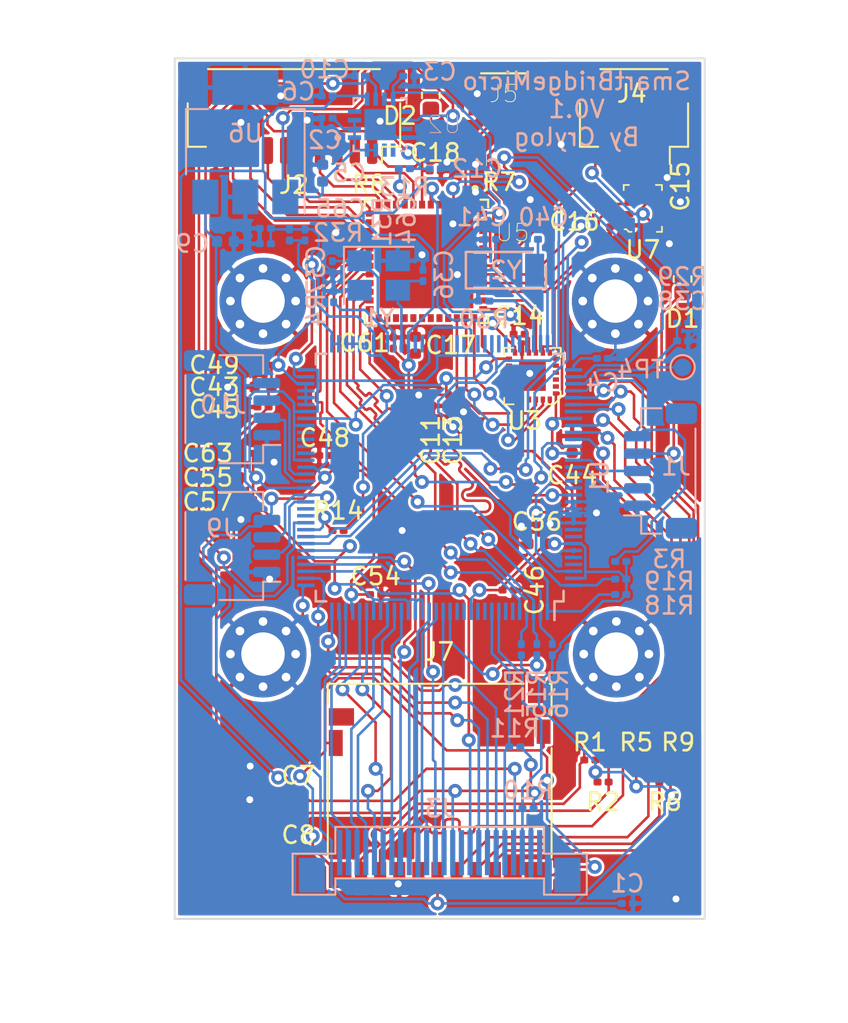
<source format=kicad_pcb>
(kicad_pcb (version 20171130) (host pcbnew "(5.1.4)-1")
  (layers (0 F.Cu signal) (31 B.Cu signal) (34 B.Paste user) (35 F.Paste user) (36 B.SilkS user) (37 F.SilkS user) (38 B.Mask user) (39 F.Mask user) (44 Edge.Cuts user))
  (net 0 "")
  (net 1 +1V8)
  (net 2 GND)
  (net 3 "Net-(C4-Pad2)")
  (net 4 +1V2)
  (net 5 +BATT)
  (net 6 +3V3)
  (net 7 "Net-(C36-Pad1)")
  (net 8 "Net-(C37-Pad1)")
  (net 9 "Net-(C40-Pad2)")
  (net 10 "Net-(C41-Pad2)")
  (net 11 "/PMIC Power Battery/SVREF")
  (net 12 "Net-(R4-Pad1)")
  (net 13 "Net-(R30-Pad2)")
  (net 14 "/WIFI, BT, RT/EN")
  (net 15 "/All V3s input output/CSI_I2C_SDA")
  (net 16 "/All V3s input output/CSI_I2C_SCL")
  (net 17 "/All V3s input output/PF0")
  (net 18 "/All V3s input output/PF1")
  (net 19 "/All V3s input output/PF2")
  (net 20 "/All V3s input output/PF3")
  (net 21 "/All V3s input output/PF4")
  (net 22 "/All V3s input output/PF5")
  (net 23 "Net-(R13-Pad1)")
  (net 24 "/WIFI, BT, RT/IO0")
  (net 25 "/WIFI, BT, RT/IO0_PULL")
  (net 26 "/All V3s input output/SDIO1_DAT0")
  (net 27 "/WIFI, BT, RT/IO2_PULL")
  (net 28 "/All V3s input output/SDIO1_DAT1")
  (net 29 "/All V3s input output/SDIO1_DAT2")
  (net 30 "/All V3s input output/SDIO1_DAT3")
  (net 31 "/All V3s input output/SDIO1_CMD")
  (net 32 "/All V3s input output/SDIO1_CLK")
  (net 33 "/WIFI, BT, RT/UART0_RX")
  (net 34 "/WIFI, BT, RT/UART0_TX")
  (net 35 /USB_D_P)
  (net 36 /USB_D_N)
  (net 37 /UART_TX_D0)
  (net 38 /UART_RX_D0)
  (net 39 "Net-(J5-Pad3)")
  (net 40 "Net-(J7-Pad11)")
  (net 41 /RST)
  (net 42 VBUS)
  (net 43 "/WIFI, BT, RT/CS")
  (net 44 "/WIFI, BT, RT/CLK")
  (net 45 "/WIFI, BT, RT/MOSI")
  (net 46 "/WIFI, BT, RT/MISO")
  (net 47 +3V0)
  (net 48 "Net-(C14-Pad2)")
  (net 49 /USB_ID)
  (net 50 "Net-(J9-Pad3)")
  (net 51 "Net-(J9-Pad2)")
  (net 52 "/WIFI, BT, RT/ICM_INT")
  (net 53 "/All V3s input output/~CSI_RST")
  (net 54 "/All V3s input output/CSI_VSYNC")
  (net 55 "/All V3s input output/CSI_PWDN")
  (net 56 "/All V3s input output/CSI_HSYNC")
  (net 57 "/All V3s input output/CSI_Y9")
  (net 58 "/All V3s input output/CSI_MCLK")
  (net 59 "/All V3s input output/CSI_Y8")
  (net 60 "/All V3s input output/CSI_Y7")
  (net 61 "/All V3s input output/CSI_PCLK")
  (net 62 "/All V3s input output/CSI_Y6")
  (net 63 "/All V3s input output/CSI_Y2")
  (net 64 "/All V3s input output/CSI_Y3")
  (net 65 "/All V3s input output/CSI_Y5")
  (net 66 "/All V3s input output/CSI_Y4")
  (net 67 "/All V3s input output/CSI_Y1")
  (net 68 "/All V3s input output/CSI_Y0")
  (net 69 "/PMIC Power Battery/VIN")
  (net 70 "/WIFI, BT, RT/IO27")
  (net 71 "/WIFI, BT, RT/IO26")
  (net 72 "/WIFI, BT, RT/IO25")
  (net 73 "/WIFI, BT, RT/IO33")
  (net 74 "/WIFI, BT, RT/IO32")
  (net 75 "/WIFI, BT, RT/IO35")
  (net 76 "/WIFI, BT, RT/IO34")
  (net 77 "/WIFI, BT, RT/SENSOR_VN")
  (net 78 "/WIFI, BT, RT/SCL")
  (net 79 "/WIFI, BT, RT/SDA")
  (net 80 "Net-(C18-Pad1)")
  (module Capacitor_SMD:C_0201_0603Metric (layer F.Cu) (at 37.846 26.797)
    (fp_text reference C18 (at 0 -1.05) (layer F.SilkS))
    (fp_text value 0.1uF)
    (pad 2 smd roundrect (at 0.32 0) (size 0.46 0.4) (layers F.Cu F.Mask) (net 2 GND))
    (pad 1 smd roundrect (at -0.32 0) (size 0.46 0.4) (layers F.Cu F.Mask) (net 80 "Net-(C18-Pad1)"))
  )
  (module Capacitor_SMD:C_0201_0603Metric (layer F.Cu) (at 34.417 51.181)
    (fp_text reference C54 (at 0 -1.05) (layer F.SilkS))
    (fp_text value 100nF)
    (pad 2 smd roundrect (at 0.32 0) (size 0.46 0.4) (layers F.Cu F.Mask) (net 2 GND))
    (pad 1 smd roundrect (at -0.32 0) (size 0.46 0.4) (layers F.Cu F.Mask) (net 6 +3V3))
  )
  (module Capacitor_SMD:C_0201_0603Metric (layer F.Cu) (at 27.94 37.973 180)
    (fp_text reference C49 (at 2.794 0) (layer F.SilkS))
    (fp_text value 100nF)
    (pad 2 smd roundrect (at 0.32 0 180) (size 0.46 0.4) (layers F.Cu F.Mask) (net 2 GND))
    (pad 1 smd roundrect (at -0.32 0 180) (size 0.46 0.4) (layers F.Cu F.Mask) (net 1 +1V8))
  )
  (module Capacitor_SMD:C_0201_0603Metric (layer F.Cu) (at 31.496 43.18 180)
    (fp_text reference C48 (at 0 1.016) (layer F.SilkS))
    (fp_text value 100nF)
    (pad 2 smd roundrect (at 0.32 0 180) (size 0.46 0.4) (layers F.Cu F.Mask) (net 2 GND))
    (pad 1 smd roundrect (at -0.32 0 180) (size 0.46 0.4) (layers F.Cu F.Mask) (net 6 +3V3))
  )
  (module Capacitor_SMD:C_0402_1005Metric (layer F.Cu) (at 36.703 36.83 270)
    (fp_text reference C17 (at 0 -2.032 180) (layer F.SilkS))
    (fp_text value 10uF)
    (pad 2 smd roundrect (at 0.485 0 270) (size 0.59 0.64) (layers F.Cu F.Paste F.Mask) (net 47 +3V0))
    (pad 1 smd roundrect (at -0.485 0 270) (size 0.59 0.64) (layers F.Cu F.Paste F.Mask) (net 2 GND))
  )
  (module Resistor_SMD:R_0201_0603Metric (layer F.Cu) (at 51.054 61.976 180)
    (fp_text reference R6 (at 0 -1.143) (layer F.SilkS))
    (fp_text value 47K)
    (pad 2 smd roundrect (at 0.32 0 180) (size 0.46 0.4) (layers F.Cu F.Mask) (net 21 "/All V3s input output/PF4"))
    (pad 1 smd roundrect (at -0.32 0 180) (size 0.46 0.4) (layers F.Cu F.Mask) (net 6 +3V3))
  )
  (module Resistor_SMD:R_0201_0603Metric (layer F.Cu) (at 49.403 61.087 90)
    (fp_text reference R5 (at 1.397 0 180) (layer F.SilkS))
    (fp_text value 47K)
    (pad 2 smd roundrect (at 0.32 0 90) (size 0.46 0.4) (layers F.Cu F.Mask) (net 20 "/All V3s input output/PF3"))
    (pad 1 smd roundrect (at -0.32 0 90) (size 0.46 0.4) (layers F.Cu F.Mask) (net 6 +3V3))
  )
  (module Resistor_SMD:R_0201_0603Metric (layer F.Cu) (at 47.498 61.976)
    (fp_text reference R2 (at 0 1.143) (layer F.SilkS))
    (fp_text value 47K)
    (pad 2 smd roundrect (at 0.32 0) (size 0.46 0.4) (layers F.Cu F.Mask) (net 18 "/All V3s input output/PF1"))
    (pad 1 smd roundrect (at -0.32 0) (size 0.46 0.4) (layers F.Cu F.Mask) (net 6 +3V3))
  )
  (module Resistor_SMD:R_0201_0603Metric (layer F.Cu) (at 46.736 60.706 180)
    (fp_text reference R1 (at 0 1.016) (layer F.SilkS))
    (fp_text value 47K)
    (pad 2 smd roundrect (at 0.32 0 180) (size 0.46 0.4) (layers F.Cu F.Mask) (net 17 "/All V3s input output/PF0"))
    (pad 1 smd roundrect (at -0.32 0 180) (size 0.46 0.4) (layers F.Cu F.Mask) (net 6 +3V3))
  )
  (module Connector_JST:JST_SH_BM05B-SRSS-TB_1x05-1MP_P1.00mm_Vertical (layer B.Cu) (at 50.8 44.069 90)
    (fp_text reference J1 (at 0.254 0.889) (layer B.SilkS) (effects (justify mirror)))
    (fp_text value USB_Micro)
    (pad MP smd roundrect (at 3.3 1.2 90) (size 1.2 1.8) (layers B.Cu B.Paste B.Mask) (roundrect_rratio 0.208333))
    (pad MP smd roundrect (at -3.3 1.2 90) (size 1.2 1.8) (layers B.Cu B.Paste B.Mask) (roundrect_rratio 0.208333))
    (pad 5 smd roundrect (at 2 -1.325 90) (size 0.6 1.55) (layers B.Cu B.Paste B.Mask) (net 49 /USB_ID))
    (pad 4 smd roundrect (at 1 -1.325 90) (size 0.6 1.55) (layers B.Cu B.Paste B.Mask) (net 42 VBUS))
    (pad 3 smd roundrect (at 0 -1.325 90) (size 0.6 1.55) (layers B.Cu B.Paste B.Mask) (net 36 /USB_D_N))
    (pad 2 smd roundrect (at -1 -1.325 90) (size 0.6 1.55) (layers B.Cu B.Paste B.Mask) (net 35 /USB_D_P))
    (pad 1 smd roundrect (at -2 -1.325 90) (size 0.6 1.55) (layers B.Cu B.Paste B.Mask) (net 2 GND))
  )
  (module digikey-footprints:QFN-24-1EP_3x3mm (layer F.Cu) (at 43.434 38.608 180)
    (fp_text reference U3 (at 0.44 -2.57) (layer F.SilkS))
    (fp_text value MPU-9250_Obsolete)
    (pad 12 smd rect (at 1 1.35 180) (size 0.25 0.35) (layers F.Cu F.Paste F.Mask) (net 52 "/WIFI, BT, RT/ICM_INT"))
    (pad 11 smd rect (at 0.6 1.35 180) (size 0.25 0.35) (layers F.Cu F.Paste F.Mask) (net 2 GND))
    (pad 10 smd rect (at 0.2 1.35 180) (size 0.25 0.35) (layers F.Cu F.Paste F.Mask) (net 48 "Net-(C14-Pad2)"))
    (pad 7 smd rect (at -1 1.35 180) (size 0.25 0.35) (layers F.Cu F.Paste F.Mask))
    (pad 8 smd rect (at -0.6 1.35 180) (size 0.25 0.35) (layers F.Cu F.Paste F.Mask) (net 6 +3V3))
    (pad 9 smd rect (at -0.2 1.35 180) (size 0.25 0.35) (layers F.Cu F.Paste F.Mask) (net 46 "/WIFI, BT, RT/MISO"))
    (pad 24 smd rect (at -1 -1.35 180) (size 0.25 0.35) (layers F.Cu F.Paste F.Mask) (net 45 "/WIFI, BT, RT/MOSI"))
    (pad 23 smd rect (at -0.6 -1.35 180) (size 0.25 0.35) (layers F.Cu F.Paste F.Mask) (net 44 "/WIFI, BT, RT/CLK"))
    (pad 19 smd rect (at 1 -1.35 180) (size 0.25 0.35) (layers F.Cu F.Paste F.Mask))
    (pad 20 smd rect (at 0.6 -1.35 180) (size 0.25 0.35) (layers F.Cu F.Paste F.Mask) (net 2 GND))
    (pad 21 smd rect (at 0.2 -1.35 180) (size 0.25 0.35) (layers F.Cu F.Paste F.Mask))
    (pad 22 smd rect (at -0.2 -1.35 180) (size 0.25 0.35) (layers F.Cu F.Paste F.Mask) (net 43 "/WIFI, BT, RT/CS"))
    (pad 6 smd rect (at -1.35 1 180) (size 0.35 0.25) (layers F.Cu F.Paste F.Mask))
    (pad 5 smd rect (at -1.35 0.6 180) (size 0.35 0.25) (layers F.Cu F.Paste F.Mask))
    (pad 4 smd rect (at -1.35 0.2 180) (size 0.35 0.25) (layers F.Cu F.Paste F.Mask))
    (pad 3 smd rect (at -1.35 -0.2 180) (size 0.35 0.25) (layers F.Cu F.Paste F.Mask))
    (pad 2 smd rect (at -1.35 -0.6 180) (size 0.35 0.25) (layers F.Cu F.Paste F.Mask))
    (pad 1 smd rect (at -1.35 -1 180) (size 0.35 0.25) (layers F.Cu F.Paste F.Mask) (net 6 +3V3))
    (pad 13 smd rect (at 1.35 1 180) (size 0.35 0.25) (layers F.Cu F.Paste F.Mask) (net 6 +3V3))
    (pad 14 smd rect (at 1.35 0.6 180) (size 0.35 0.25) (layers F.Cu F.Paste F.Mask))
    (pad 15 smd rect (at 1.35 0.2 180) (size 0.35 0.25) (layers F.Cu F.Paste F.Mask))
    (pad 18 smd rect (at 1.35 -1 180) (size 0.35 0.25) (layers F.Cu F.Paste F.Mask) (net 2 GND))
    (pad 17 smd rect (at 1.35 -0.6 180) (size 0.35 0.25) (layers F.Cu F.Paste F.Mask))
    (pad 16 smd rect (at 1.35 -0.2 180) (size 0.35 0.25) (layers F.Cu F.Paste F.Mask))
    (pad 25 smd rect (at 0 0 180) (size 1.54 1.7) (layers F.Cu F.Paste F.Mask) (net 2 GND))
  )
  (module QFN50P300X300X90-17N:QFN50P300X300X90-17N (layer B.Cu) (at 34.671 24.13)
    (fp_text reference U2 (at 3.683 0) (layer B.SilkS) (effects (font (thickness 0.05)) (justify mirror)))
    (fp_text value ADP322ACPZ-145-R7 hide)
    (pad 17 smd rect (at 0 0) (size 1.8 1.8) (layers B.Cu B.Paste B.Mask) (net 2 GND))
    (pad 12 smd rect (at 1.47 0.75) (size 0.76 0.27) (layers B.Cu B.Paste B.Mask) (net 2 GND))
    (pad 11 smd rect (at 1.47 0.25) (size 0.76 0.27) (layers B.Cu B.Paste B.Mask))
    (pad 10 smd rect (at 1.47 -0.25) (size 0.76 0.27) (layers B.Cu B.Paste B.Mask) (net 69 "/PMIC Power Battery/VIN"))
    (pad 9 smd rect (at 1.47 -0.75) (size 0.76 0.27) (layers B.Cu B.Paste B.Mask))
    (pad 4 smd rect (at -1.47 -0.75) (size 0.76 0.27) (layers B.Cu B.Paste B.Mask))
    (pad 3 smd rect (at -1.47 -0.25) (size 0.76 0.27) (layers B.Cu B.Paste B.Mask) (net 69 "/PMIC Power Battery/VIN"))
    (pad 2 smd rect (at -1.47 0.25) (size 0.76 0.27) (layers B.Cu B.Paste B.Mask) (net 69 "/PMIC Power Battery/VIN"))
    (pad 1 smd rect (at -1.47 0.75) (size 0.76 0.27) (layers B.Cu B.Paste B.Mask) (net 69 "/PMIC Power Battery/VIN"))
    (pad 16 smd rect (at -0.75 1.47 270) (size 0.76 0.27) (layers B.Cu B.Paste B.Mask) (net 69 "/PMIC Power Battery/VIN"))
    (pad 15 smd rect (at -0.25 1.47 270) (size 0.76 0.27) (layers B.Cu B.Paste B.Mask) (net 69 "/PMIC Power Battery/VIN"))
    (pad 14 smd rect (at 0.25 1.47 270) (size 0.76 0.27) (layers B.Cu B.Paste B.Mask))
    (pad 13 smd rect (at 0.75 1.47 270) (size 0.76 0.27) (layers B.Cu B.Paste B.Mask))
    (pad 8 smd rect (at 0.75 -1.47 270) (size 0.76 0.27) (layers B.Cu B.Paste B.Mask) (net 4 +1V2))
    (pad 7 smd rect (at 0.25 -1.47 270) (size 0.76 0.27) (layers B.Cu B.Paste B.Mask))
    (pad 6 smd rect (at -0.25 -1.47 270) (size 0.76 0.27) (layers B.Cu B.Paste B.Mask) (net 1 +1V8))
    (pad 5 smd rect (at -0.75 -1.47 270) (size 0.76 0.27) (layers B.Cu B.Paste B.Mask) (net 47 +3V0))
  )
  (module Connector_JST:JST_SH_SM04B-SRSS-TB_1x04-1MP_P1.00mm_Horizontal (layer F.Cu) (at 49.276 23.622 180)
    (fp_text reference J4 (at 0.127 1.27) (layer F.SilkS))
    (fp_text value I2C)
    (pad MP smd roundrect (at 2.8 1.875 180) (size 1.2 1.8) (layers F.Cu F.Paste F.Mask) (roundrect_rratio 0.208333))
    (pad MP smd roundrect (at -2.8 1.875 180) (size 1.2 1.8) (layers F.Cu F.Paste F.Mask) (roundrect_rratio 0.208333))
    (pad 4 smd roundrect (at 1.5 -2 180) (size 0.6 1.55) (layers F.Cu F.Paste F.Mask) (net 6 +3V3))
    (pad 3 smd roundrect (at 0.5 -2 180) (size 0.6 1.55) (layers F.Cu F.Paste F.Mask) (net 78 "/WIFI, BT, RT/SCL"))
    (pad 2 smd roundrect (at -0.5 -2 180) (size 0.6 1.55) (layers F.Cu F.Paste F.Mask) (net 79 "/WIFI, BT, RT/SDA"))
    (pad 1 smd roundrect (at -1.5 -2 180) (size 0.6 1.55) (layers F.Cu F.Paste F.Mask) (net 2 GND))
  )
  (module Connector_JST:JST_SH_SM10B-SRSS-TB_1x10-1MP_P1.00mm_Horizontal (layer F.Cu) (at 29.718 23.622 180)
    (fp_text reference J2 (at 0 -3.98) (layer F.SilkS))
    (fp_text value PWM)
    (pad MP smd roundrect (at 5.8 1.875 180) (size 1.2 1.8) (layers F.Cu F.Paste F.Mask) (roundrect_rratio 0.208333))
    (pad MP smd roundrect (at -5.8 1.875 180) (size 1.2 1.8) (layers F.Cu F.Paste F.Mask) (roundrect_rratio 0.208333))
    (pad 10 smd roundrect (at 4.5 -2 180) (size 0.6 1.55) (layers F.Cu F.Paste F.Mask) (net 2 GND))
    (pad 9 smd roundrect (at 3.5 -2 180) (size 0.6 1.55) (layers F.Cu F.Paste F.Mask) (net 70 "/WIFI, BT, RT/IO27"))
    (pad 8 smd roundrect (at 2.5 -2 180) (size 0.6 1.55) (layers F.Cu F.Paste F.Mask) (net 71 "/WIFI, BT, RT/IO26"))
    (pad 7 smd roundrect (at 1.5 -2 180) (size 0.6 1.55) (layers F.Cu F.Paste F.Mask) (net 72 "/WIFI, BT, RT/IO25"))
    (pad 6 smd roundrect (at 0.5 -2 180) (size 0.6 1.55) (layers F.Cu F.Paste F.Mask) (net 73 "/WIFI, BT, RT/IO33"))
    (pad 5 smd roundrect (at -0.5 -2 180) (size 0.6 1.55) (layers F.Cu F.Paste F.Mask) (net 74 "/WIFI, BT, RT/IO32"))
    (pad 4 smd roundrect (at -1.5 -2 180) (size 0.6 1.55) (layers F.Cu F.Paste F.Mask) (net 75 "/WIFI, BT, RT/IO35"))
    (pad 3 smd roundrect (at -2.5 -2 180) (size 0.6 1.55) (layers F.Cu F.Paste F.Mask) (net 76 "/WIFI, BT, RT/IO34"))
    (pad 2 smd roundrect (at -3.5 -2 180) (size 0.6 1.55) (layers F.Cu F.Paste F.Mask) (net 77 "/WIFI, BT, RT/SENSOR_VN"))
    (pad 1 smd roundrect (at -4.5 -2 180) (size 0.6 1.55) (layers F.Cu F.Paste F.Mask) (net 5 +BATT))
  )
  (module Resistor_SMD:R_0603_1608Metric (layer F.Cu) (at 37.592 22.4535 270)
    (fp_text reference D2 (at 1.1685 1.778 180) (layer F.SilkS))
    (fp_text value D)
    (pad 2 smd roundrect (at 0.7875 0 270) (size 0.875 0.95) (layers F.Cu F.Paste F.Mask) (net 5 +BATT))
    (pad 1 smd roundrect (at -0.7875 0 270) (size 0.875 0.95) (layers F.Cu F.Paste F.Mask) (net 69 "/PMIC Power Battery/VIN"))
  )
  (module Capacitor_SMD:C_0201_0603Metric (layer B.Cu) (at 31.623 23.749 180)
    (fp_text reference C2 (at 0.127 -1.27) (layer B.SilkS) (effects (justify mirror)))
    (fp_text value 1uF)
    (pad 2 smd roundrect (at 0.32 0 180) (size 0.46 0.4) (layers B.Cu B.Mask) (net 2 GND))
    (pad 1 smd roundrect (at -0.32 0 180) (size 0.46 0.4) (layers B.Cu B.Mask) (net 69 "/PMIC Power Battery/VIN"))
  )
  (module Connector_JST:JST_SH_SM04B-SRSS-TB_1x04-1MP_P1.00mm_Horizontal (layer B.Cu) (at 26.162 40.513 90)
    (fp_text reference J10 (at 0.254 -0.508) (layer B.SilkS) (effects (justify mirror)))
    (fp_text value UART)
    (pad MP smd roundrect (at 2.8 -1.875 90) (size 1.2 1.8) (layers B.Cu B.Paste B.Mask) (roundrect_rratio 0.208333))
    (pad MP smd roundrect (at -2.8 -1.875 90) (size 1.2 1.8) (layers B.Cu B.Paste B.Mask) (roundrect_rratio 0.208333))
    (pad 4 smd roundrect (at 1.5 2 90) (size 0.6 1.55) (layers B.Cu B.Paste B.Mask) (net 6 +3V3))
    (pad 3 smd roundrect (at 0.5 2 90) (size 0.6 1.55) (layers B.Cu B.Paste B.Mask) (net 37 /UART_TX_D0))
    (pad 2 smd roundrect (at -0.5 2 90) (size 0.6 1.55) (layers B.Cu B.Paste B.Mask) (net 38 /UART_RX_D0))
    (pad 1 smd roundrect (at -1.5 2 90) (size 0.6 1.55) (layers B.Cu B.Paste B.Mask) (net 2 GND))
  )
  (module Connector_JST:JST_SH_SM04B-SRSS-TB_1x04-1MP_P1.00mm_Horizontal (layer B.Cu) (at 26.162 48.387 90)
    (fp_text reference J9 (at 1.016 -0.635) (layer B.SilkS) (effects (justify mirror)))
    (fp_text value I2C)
    (pad MP smd roundrect (at 2.8 -1.875 90) (size 1.2 1.8) (layers B.Cu B.Paste B.Mask) (roundrect_rratio 0.208333))
    (pad MP smd roundrect (at -2.8 -1.875 90) (size 1.2 1.8) (layers B.Cu B.Paste B.Mask) (roundrect_rratio 0.208333))
    (pad 4 smd roundrect (at 1.5 2 90) (size 0.6 1.55) (layers B.Cu B.Paste B.Mask) (net 6 +3V3))
    (pad 3 smd roundrect (at 0.5 2 90) (size 0.6 1.55) (layers B.Cu B.Paste B.Mask) (net 50 "Net-(J9-Pad3)"))
    (pad 2 smd roundrect (at -0.5 2 90) (size 0.6 1.55) (layers B.Cu B.Paste B.Mask) (net 51 "Net-(J9-Pad2)"))
    (pad 1 smd roundrect (at -1.5 2 90) (size 0.6 1.55) (layers B.Cu B.Paste B.Mask) (net 2 GND))
  )
  (module fpc_cam24:FPC_24_CAM (layer B.Cu) (at 38.1 66.04 180)
    (fp_text reference J3 (at 0 2.54) (layer B.SilkS) (effects (justify mirror)))
    (fp_text value CAM)
    (pad 1 smd rect (at -5.75 0 180) (size 0.3 2.6) (layers B.Cu B.Paste B.Mask))
    (pad 2 smd rect (at -5.25 0 180) (size 0.3 2.6) (layers B.Cu B.Paste B.Mask) (net 2 GND))
    (pad 3 smd rect (at -4.75 0 180) (size 0.3 2.6) (layers B.Cu B.Paste B.Mask) (net 15 "/All V3s input output/CSI_I2C_SDA"))
    (pad 4 smd rect (at -4.25 0 180) (size 0.3 2.6) (layers B.Cu B.Paste B.Mask) (net 47 +3V0))
    (pad 5 smd rect (at -3.75 0 180) (size 0.3 2.6) (layers B.Cu B.Paste B.Mask) (net 16 "/All V3s input output/CSI_I2C_SCL"))
    (pad 6 smd rect (at -3.25 0 180) (size 0.3 2.6) (layers B.Cu B.Paste B.Mask) (net 53 "/All V3s input output/~CSI_RST"))
    (pad 7 smd rect (at -2.75 0 180) (size 0.3 2.6) (layers B.Cu B.Paste B.Mask) (net 54 "/All V3s input output/CSI_VSYNC"))
    (pad 8 smd rect (at -2.25 0 180) (size 0.3 2.6) (layers B.Cu B.Paste B.Mask) (net 55 "/All V3s input output/CSI_PWDN"))
    (pad 9 smd rect (at -1.75 0 180) (size 0.3 2.6) (layers B.Cu B.Paste B.Mask) (net 56 "/All V3s input output/CSI_HSYNC"))
    (pad 10 smd rect (at -1.25 0 180) (size 0.3 2.6) (layers B.Cu B.Paste B.Mask))
    (pad 11 smd rect (at -0.75 0 180) (size 0.3 2.6) (layers B.Cu B.Paste B.Mask) (net 1 +1V8))
    (pad 12 smd rect (at -0.25 0 180) (size 0.3 2.6) (layers B.Cu B.Paste B.Mask) (net 57 "/All V3s input output/CSI_Y9"))
    (pad 13 smd rect (at 0.25 0 180) (size 0.3 2.6) (layers B.Cu B.Paste B.Mask) (net 58 "/All V3s input output/CSI_MCLK"))
    (pad 14 smd rect (at 0.75 0 180) (size 0.3 2.6) (layers B.Cu B.Paste B.Mask) (net 59 "/All V3s input output/CSI_Y8"))
    (pad 15 smd rect (at 1.25 0 180) (size 0.3 2.6) (layers B.Cu B.Paste B.Mask) (net 2 GND))
    (pad 16 smd rect (at 1.75 0 180) (size 0.3 2.6) (layers B.Cu B.Paste B.Mask) (net 60 "/All V3s input output/CSI_Y7"))
    (pad 17 smd rect (at 2.25 0 180) (size 0.3 2.6) (layers B.Cu B.Paste B.Mask) (net 61 "/All V3s input output/CSI_PCLK"))
    (pad 18 smd rect (at 2.75 0 180) (size 0.3 2.6) (layers B.Cu B.Paste B.Mask) (net 62 "/All V3s input output/CSI_Y6"))
    (pad 19 smd rect (at 3.25 0 180) (size 0.3 2.6) (layers B.Cu B.Paste B.Mask) (net 63 "/All V3s input output/CSI_Y2"))
    (pad 20 smd rect (at 3.75 0 180) (size 0.3 2.6) (layers B.Cu B.Paste B.Mask) (net 64 "/All V3s input output/CSI_Y3"))
    (pad 21 smd rect (at 4.25 0 180) (size 0.3 2.6) (layers B.Cu B.Paste B.Mask) (net 65 "/All V3s input output/CSI_Y5"))
    (pad 22 smd rect (at 4.75 0 180) (size 0.3 2.6) (layers B.Cu B.Paste B.Mask) (net 66 "/All V3s input output/CSI_Y4"))
    (pad 23 smd rect (at 5.25 0 180) (size 0.3 2.6) (layers B.Cu B.Paste B.Mask) (net 67 "/All V3s input output/CSI_Y1"))
    (pad 24 smd rect (at 5.75 0 180) (size 0.3 2.6) (layers B.Cu B.Paste B.Mask) (net 68 "/All V3s input output/CSI_Y0"))
    (pad 0 smd rect (at -7.35 -1.3 180) (size 1.5 2) (layers B.Cu B.Paste B.Mask))
    (pad 0 smd rect (at 7.35 -1.3 180) (size 1.5 2) (layers B.Cu B.Paste B.Mask))
  )
  (module Resistor_SMD:R_0603_1608Metric (layer F.Cu) (at 52.07 33.02 270)
    (fp_text reference D1 (at 2.286 0 180) (layer F.SilkS))
    (fp_text value D)
    (pad 2 smd roundrect (at 0.7875 0 270) (size 0.875 0.95) (layers F.Cu F.Paste F.Mask) (net 42 VBUS))
    (pad 1 smd roundrect (at -0.7875 0 270) (size 0.875 0.95) (layers F.Cu F.Paste F.Mask) (net 69 "/PMIC Power Battery/VIN"))
  )
  (module Capacitor_SMD:C_0201_0603Metric (layer B.Cu) (at 28.067 30.099)
    (fp_text reference C65 (at 4.318 -1.143) (layer B.SilkS) (effects (justify mirror)))
    (fp_text value 100nF)
    (pad 2 smd roundrect (at 0.32 0) (size 0.46 0.4) (layers B.Cu B.Mask) (net 11 "/PMIC Power Battery/SVREF"))
    (pad 1 smd roundrect (at -0.32 0) (size 0.46 0.4) (layers B.Cu B.Mask) (net 2 GND))
  )
  (module Capacitor_SMD:C_0201_0603Metric (layer B.Cu) (at 30.353 30.48 270)
    (fp_text reference C64 (at -0.889 -5.842 270) (layer B.SilkS) (effects (justify mirror)))
    (fp_text value 100nF)
    (pad 2 smd roundrect (at 0.32 0 270) (size 0.46 0.4) (layers B.Cu B.Mask) (net 1 +1V8))
    (pad 1 smd roundrect (at -0.32 0 270) (size 0.46 0.4) (layers B.Cu B.Mask) (net 11 "/PMIC Power Battery/SVREF"))
  )
  (module Capacitor_SMD:C_0201_0603Metric (layer F.Cu) (at 27.051 43.053 180)
    (fp_text reference C63 (at 2.286 0 180) (layer F.SilkS))
    (fp_text value 100nF)
    (pad 2 smd roundrect (at 0.32 0 180) (size 0.46 0.4) (layers F.Cu F.Mask) (net 2 GND))
    (pad 1 smd roundrect (at -0.32 0 180) (size 0.46 0.4) (layers F.Cu F.Mask) (net 4 +1V2))
  )
  (module Capacitor_SMD:C_0201_0603Metric (layer F.Cu) (at 35.433 36.703 270)
    (fp_text reference C61 (at 0 1.651 180) (layer F.SilkS))
    (fp_text value 100nF)
    (pad 2 smd roundrect (at 0.32 0 270) (size 0.46 0.4) (layers F.Cu F.Mask) (net 47 +3V0))
    (pad 1 smd roundrect (at -0.32 0 270) (size 0.46 0.4) (layers F.Cu F.Mask) (net 2 GND))
  )
  (module Capacitor_SMD:C_0402_1005Metric (layer F.Cu) (at 43.688 48.26 180)
    (fp_text reference C56 (at 0 1.27) (layer F.SilkS))
    (fp_text value 10uF)
    (pad 2 smd roundrect (at 0.485 0 180) (size 0.59 0.64) (layers F.Cu F.Paste F.Mask) (net 2 GND))
    (pad 1 smd roundrect (at -0.485 0 180) (size 0.59 0.64) (layers F.Cu F.Paste F.Mask) (net 6 +3V3))
  )
  (module Capacitor_SMD:C_0402_1005Metric (layer F.Cu) (at 27.051 44.45 180)
    (fp_text reference C55 (at 2.286 0 180) (layer F.SilkS))
    (fp_text value 10uF)
    (pad 2 smd roundrect (at 0.485 0 180) (size 0.59 0.64) (layers F.Cu F.Paste F.Mask) (net 2 GND))
    (pad 1 smd roundrect (at -0.485 0 180) (size 0.59 0.64) (layers F.Cu F.Paste F.Mask) (net 4 +1V2))
  )
  (module Capacitor_SMD:C_0402_1005Metric (layer F.Cu) (at 45.72 42.545 90)
    (fp_text reference C44 (at -1.778 0) (layer F.SilkS))
    (fp_text value 10uF)
    (pad 2 smd roundrect (at 0.485 0 90) (size 0.59 0.64) (layers F.Cu F.Paste F.Mask) (net 2 GND))
    (pad 1 smd roundrect (at -0.485 0 90) (size 0.59 0.64) (layers F.Cu F.Paste F.Mask) (net 6 +3V3))
  )
  (module Capacitor_SMD:C_0402_1005Metric (layer F.Cu) (at 27.94 39.243 180)
    (fp_text reference C43 (at 2.794 0) (layer F.SilkS))
    (fp_text value 10uF)
    (pad 2 smd roundrect (at 0.485 0 180) (size 0.59 0.64) (layers F.Cu F.Paste F.Mask) (net 2 GND))
    (pad 1 smd roundrect (at -0.485 0 180) (size 0.59 0.64) (layers F.Cu F.Paste F.Mask) (net 1 +1V8))
  )
  (module Capacitor_SMD:C_0201_0603Metric (layer F.Cu) (at 47.879 29.718 270)
    (fp_text reference C16 (at 0 2.032) (layer F.SilkS))
    (fp_text value 100nF)
    (pad 2 smd roundrect (at 0.32 0 270) (size 0.46 0.4) (layers F.Cu F.Mask) (net 2 GND))
    (pad 1 smd roundrect (at -0.32 0 270) (size 0.46 0.4) (layers F.Cu F.Mask) (net 6 +3V3))
  )
  (module Capacitor_SMD:C_0201_0603Metric (layer F.Cu) (at 51.943 29.845 90)
    (fp_text reference C15 (at 2.159 0 270) (layer F.SilkS))
    (fp_text value 100nF)
    (pad 2 smd roundrect (at 0.32 0 90) (size 0.46 0.4) (layers F.Cu F.Mask) (net 2 GND))
    (pad 1 smd roundrect (at -0.32 0 90) (size 0.46 0.4) (layers F.Cu F.Mask) (net 6 +3V3))
  )
  (module Capacitor_SMD:C_0402_1005Metric (layer B.Cu) (at 25.781 30.861)
    (fp_text reference C9 (at -1.905 0.127) (layer B.SilkS) (effects (justify mirror)))
    (fp_text value 10uF)
    (pad 2 smd roundrect (at 0.485 0) (size 0.59 0.64) (layers B.Cu B.Paste B.Mask) (net 2 GND))
    (pad 1 smd roundrect (at -0.485 0) (size 0.59 0.64) (layers B.Cu B.Paste B.Mask) (net 6 +3V3))
  )
  (module Capacitor_SMD:C_0402_1005Metric (layer B.Cu) (at 31.369 26.924 90)
    (fp_text reference C5 (at 0 1.524) (layer B.SilkS) (effects (justify mirror)))
    (fp_text value 10uF)
    (pad 2 smd roundrect (at 0.485 0 90) (size 0.59 0.64) (layers B.Cu B.Paste B.Mask) (net 2 GND))
    (pad 1 smd roundrect (at -0.485 0 90) (size 0.59 0.64) (layers B.Cu B.Paste B.Mask) (net 69 "/PMIC Power Battery/VIN"))
  )
  (module Capacitor_SMD:C_0201_0603Metric (layer B.Cu) (at 48.895 68.961)
    (fp_text reference C1 (at 0 -1.143) (layer B.SilkS) (effects (justify mirror)))
    (fp_text value 100nF)
    (pad 2 smd roundrect (at 0.32 0) (size 0.46 0.4) (layers B.Cu B.Mask) (net 2 GND))
    (pad 1 smd roundrect (at -0.32 0) (size 0.46 0.4) (layers B.Cu B.Mask) (net 6 +3V3))
  )
  (module Package_TO_SOT_SMD:SOT-223-3_TabPin2 (layer B.Cu) (at 26.924 25.146 90)
    (fp_text reference U6 (at 0.508 0 180) (layer B.SilkS) (effects (justify mirror)))
    (fp_text value LT1963AxST-3.3)
    (pad 1 smd rect (at -3.15 2.3 90) (size 2 1.5) (layers B.Cu B.Paste B.Mask) (net 69 "/PMIC Power Battery/VIN"))
    (pad 3 smd rect (at -3.15 -2.3 90) (size 2 1.5) (layers B.Cu B.Paste B.Mask) (net 6 +3V3))
    (pad 2 smd rect (at -3.15 0 90) (size 2 1.5) (layers B.Cu B.Paste B.Mask) (net 2 GND))
    (pad 2 smd rect (at 3.15 0 90) (size 2 3.8) (layers B.Cu B.Paste B.Mask) (net 2 GND))
  )
  (module TestPoint:TestPoint_Pad_D1.0mm (layer B.Cu) (at 52.07 38.1)
    (fp_text reference TP4 (at -2.413 0.127) (layer B.SilkS) (effects (justify mirror)))
    (fp_text value CPU_RST)
    (pad 1 smd circle (at 0 0) (size 1 1) (layers B.Cu B.Mask) (net 41 /RST))
  )
  (module Resistor_SMD:R_0201_0603Metric (layer F.Cu) (at 37.592 25.273 90)
    (fp_text reference R8 (at -2.286 -3.556 180) (layer F.SilkS))
    (fp_text value 47K)
    (pad 2 smd roundrect (at 0.32 0 90) (size 0.46 0.4) (layers F.Cu F.Mask) (net 5 +BATT))
    (pad 1 smd roundrect (at -0.32 0 90) (size 0.46 0.4) (layers F.Cu F.Mask) (net 80 "Net-(C18-Pad1)"))
  )
  (module Resistor_SMD:R_0201_0603Metric (layer F.Cu) (at 38.608 25.273 270)
    (fp_text reference R7 (at 2.159 -2.921 180) (layer F.SilkS))
    (fp_text value 47K)
    (pad 2 smd roundrect (at 0.32 0 270) (size 0.46 0.4) (layers F.Cu F.Mask) (net 2 GND))
    (pad 1 smd roundrect (at -0.32 0 270) (size 0.46 0.4) (layers F.Cu F.Mask) (net 5 +BATT))
  )
  (module Capacitor_SMD:C_0201_0603Metric (layer F.Cu) (at 42.672 36.195)
    (fp_text reference C14 (at 0 -1.05) (layer F.SilkS))
    (fp_text value 0.1uF)
    (pad 2 smd roundrect (at 0.32 0) (size 0.46 0.4) (layers F.Cu F.Mask) (net 48 "Net-(C14-Pad2)"))
    (pad 1 smd roundrect (at -0.32 0) (size 0.46 0.4) (layers F.Cu F.Mask) (net 2 GND))
  )
  (module Capacitor_SMD:C_0201_0603Metric (layer F.Cu) (at 38.608 40.005 270)
    (fp_text reference C13 (at 2.286 -0.254 270) (layer F.SilkS))
    (fp_text value 0.1uF)
    (pad 2 smd roundrect (at 0.32 0 270) (size 0.46 0.4) (layers F.Cu F.Mask) (net 2 GND))
    (pad 1 smd roundrect (at -0.32 0 270) (size 0.46 0.4) (layers F.Cu F.Mask) (net 6 +3V3))
  )
  (module Capacitor_SMD:C_0201_0603Metric (layer F.Cu) (at 37.719 40.005 270)
    (fp_text reference C11 (at 2.286 0.127 270) (layer F.SilkS))
    (fp_text value 10nF)
    (pad 2 smd roundrect (at 0.32 0 270) (size 0.46 0.4) (layers F.Cu F.Mask) (net 2 GND))
    (pad 1 smd roundrect (at -0.32 0 270) (size 0.46 0.4) (layers F.Cu F.Mask) (net 6 +3V3))
  )
  (module Capacitor_SMD:C_0201_0603Metric (layer B.Cu) (at 33.528 21.336 180)
    (fp_text reference C10 (at 2.032 0.381) (layer B.SilkS) (effects (justify mirror)))
    (fp_text value 1uF)
    (pad 2 smd roundrect (at 0.32 0 180) (size 0.46 0.4) (layers B.Cu B.Mask) (net 2 GND))
    (pad 1 smd roundrect (at -0.32 0 180) (size 0.46 0.4) (layers B.Cu B.Mask) (net 1 +1V8))
  )
  (module Capacitor_SMD:C_0201_0603Metric (layer F.Cu) (at 29.972 63.754 180)
    (fp_text reference C8 (at 0 -1.27) (layer F.SilkS))
    (fp_text value 4.7uF)
    (pad 2 smd roundrect (at 0.32 0 180) (size 0.46 0.4) (layers F.Cu F.Mask) (net 2 GND))
    (pad 1 smd roundrect (at -0.32 0 180) (size 0.46 0.4) (layers F.Cu F.Mask) (net 1 +1V8))
  )
  (module Capacitor_SMD:C_0201_0603Metric (layer F.Cu) (at 29.972 62.738 180)
    (fp_text reference C7 (at 0 1.143) (layer F.SilkS))
    (fp_text value 4.7uF)
    (pad 2 smd roundrect (at 0.32 0 180) (size 0.46 0.4) (layers F.Cu F.Mask) (net 2 GND))
    (pad 1 smd roundrect (at -0.32 0 180) (size 0.46 0.4) (layers F.Cu F.Mask) (net 47 +3V0))
  )
  (module Capacitor_SMD:C_0201_0603Metric (layer B.Cu) (at 31.623 22.479 180)
    (fp_text reference C6 (at 1.651 0.254) (layer B.SilkS) (effects (justify mirror)))
    (fp_text value 1uF)
    (pad 2 smd roundrect (at 0.32 0 180) (size 0.46 0.4) (layers B.Cu B.Mask) (net 2 GND))
    (pad 1 smd roundrect (at -0.32 0 180) (size 0.46 0.4) (layers B.Cu B.Mask) (net 47 +3V0))
  )
  (module Capacitor_SMD:C_0201_0603Metric (layer B.Cu) (at 36.322 21.336)
    (fp_text reference C3 (at 1.778 -0.254) (layer B.SilkS) (effects (justify mirror)))
    (fp_text value 1uF)
    (pad 2 smd roundrect (at 0.32 0) (size 0.46 0.4) (layers B.Cu B.Mask) (net 2 GND))
    (pad 1 smd roundrect (at -0.32 0) (size 0.46 0.4) (layers B.Cu B.Mask) (net 4 +1V2))
  )
  (module digikey-footprints:LGA-8_2x2.5mm_BMP280 (layer F.Cu) (at 49.784 28.956 180)
    (fp_text reference U7 (at 0 -2.38) (layer F.SilkS))
    (fp_text value BMP280)
    (pad 8 smd rect (at -0.8 -0.975 180) (size 0.5 0.35) (layers F.Cu F.Paste F.Mask) (net 6 +3V3))
    (pad 7 smd rect (at -0.8 -0.325 180) (size 0.5 0.35) (layers F.Cu F.Paste F.Mask) (net 2 GND))
    (pad 6 smd rect (at -0.8 0.325 180) (size 0.5 0.35) (layers F.Cu F.Paste F.Mask) (net 6 +3V3))
    (pad 5 smd rect (at -0.8 0.975 180) (size 0.5 0.35) (layers F.Cu F.Paste F.Mask) (net 2 GND))
    (pad 4 smd rect (at 0.8 0.975 180) (size 0.5 0.35) (layers F.Cu F.Paste F.Mask) (net 78 "/WIFI, BT, RT/SCL"))
    (pad 3 smd rect (at 0.8 0.325 180) (size 0.5 0.35) (layers F.Cu F.Paste F.Mask) (net 79 "/WIFI, BT, RT/SDA"))
    (pad 2 smd rect (at 0.8 -0.325 180) (size 0.5 0.35) (layers F.Cu F.Paste F.Mask) (net 6 +3V3))
    (pad 1 smd rect (at 0.8 -0.975 180) (size 0.5 0.35) (layers F.Cu F.Paste F.Mask) (net 2 GND))
  )
  (module MountingHole:MountingHole_2.5mm_Pad_Via (layer F.Cu) (at 48.2042 34.29)
    (fp_text reference MH4 hide)
    (fp_text value MountingHole_Pad)
    (pad 1 thru_hole circle (at 1.325825 -1.325825) (size 0.8 0.8) (drill 0.5) (layers *.Cu *.Mask) (net 2 GND))
    (pad 1 thru_hole circle (at 0 -1.875) (size 0.8 0.8) (drill 0.5) (layers *.Cu *.Mask) (net 2 GND))
    (pad 1 thru_hole circle (at -1.325825 -1.325825) (size 0.8 0.8) (drill 0.5) (layers *.Cu *.Mask) (net 2 GND))
    (pad 1 thru_hole circle (at -1.875 0) (size 0.8 0.8) (drill 0.5) (layers *.Cu *.Mask) (net 2 GND))
    (pad 1 thru_hole circle (at -1.325825 1.325825) (size 0.8 0.8) (drill 0.5) (layers *.Cu *.Mask) (net 2 GND))
    (pad 1 thru_hole circle (at 0 1.875) (size 0.8 0.8) (drill 0.5) (layers *.Cu *.Mask) (net 2 GND))
    (pad 1 thru_hole circle (at 1.325825 1.325825) (size 0.8 0.8) (drill 0.5) (layers *.Cu *.Mask) (net 2 GND))
    (pad 1 thru_hole circle (at 1.875 0) (size 0.8 0.8) (drill 0.5) (layers *.Cu *.Mask) (net 2 GND))
    (pad 1 thru_hole circle (at 0 0) (size 5 5) (drill 2.5) (layers *.Cu *.Mask) (net 2 GND))
  )
  (module MountingHole:MountingHole_2.5mm_Pad_Via (layer F.Cu) (at 48.26 54.61)
    (fp_text reference MH3 hide)
    (fp_text value MountingHole_Pad)
    (pad 1 thru_hole circle (at 1.325825 -1.325825) (size 0.8 0.8) (drill 0.5) (layers *.Cu *.Mask) (net 2 GND))
    (pad 1 thru_hole circle (at 0 -1.875) (size 0.8 0.8) (drill 0.5) (layers *.Cu *.Mask) (net 2 GND))
    (pad 1 thru_hole circle (at -1.325825 -1.325825) (size 0.8 0.8) (drill 0.5) (layers *.Cu *.Mask) (net 2 GND))
    (pad 1 thru_hole circle (at -1.875 0) (size 0.8 0.8) (drill 0.5) (layers *.Cu *.Mask) (net 2 GND))
    (pad 1 thru_hole circle (at -1.325825 1.325825) (size 0.8 0.8) (drill 0.5) (layers *.Cu *.Mask) (net 2 GND))
    (pad 1 thru_hole circle (at 0 1.875) (size 0.8 0.8) (drill 0.5) (layers *.Cu *.Mask) (net 2 GND))
    (pad 1 thru_hole circle (at 1.325825 1.325825) (size 0.8 0.8) (drill 0.5) (layers *.Cu *.Mask) (net 2 GND))
    (pad 1 thru_hole circle (at 1.875 0) (size 0.8 0.8) (drill 0.5) (layers *.Cu *.Mask) (net 2 GND))
    (pad 1 thru_hole circle (at 0 0) (size 5 5) (drill 2.5) (layers *.Cu *.Mask) (net 2 GND))
  )
  (module MountingHole:MountingHole_2.5mm_Pad_Via (layer F.Cu) (at 27.94 34.29)
    (fp_text reference MH2 hide)
    (fp_text value MountingHole_Pad)
    (pad 1 thru_hole circle (at 1.325825 -1.325825) (size 0.8 0.8) (drill 0.5) (layers *.Cu *.Mask) (net 2 GND))
    (pad 1 thru_hole circle (at 0 -1.875) (size 0.8 0.8) (drill 0.5) (layers *.Cu *.Mask) (net 2 GND))
    (pad 1 thru_hole circle (at -1.325825 -1.325825) (size 0.8 0.8) (drill 0.5) (layers *.Cu *.Mask) (net 2 GND))
    (pad 1 thru_hole circle (at -1.875 0) (size 0.8 0.8) (drill 0.5) (layers *.Cu *.Mask) (net 2 GND))
    (pad 1 thru_hole circle (at -1.325825 1.325825) (size 0.8 0.8) (drill 0.5) (layers *.Cu *.Mask) (net 2 GND))
    (pad 1 thru_hole circle (at 0 1.875) (size 0.8 0.8) (drill 0.5) (layers *.Cu *.Mask) (net 2 GND))
    (pad 1 thru_hole circle (at 1.325825 1.325825) (size 0.8 0.8) (drill 0.5) (layers *.Cu *.Mask) (net 2 GND))
    (pad 1 thru_hole circle (at 1.875 0) (size 0.8 0.8) (drill 0.5) (layers *.Cu *.Mask) (net 2 GND))
    (pad 1 thru_hole circle (at 0 0) (size 5 5) (drill 2.5) (layers *.Cu *.Mask) (net 2 GND))
  )
  (module MountingHole:MountingHole_2.5mm_Pad_Via (layer F.Cu) (at 27.94 54.61)
    (fp_text reference MH1 hide)
    (fp_text value MountingHole_Pad)
    (pad 1 thru_hole circle (at 1.325825 -1.325825) (size 0.8 0.8) (drill 0.5) (layers *.Cu *.Mask) (net 2 GND))
    (pad 1 thru_hole circle (at 0 -1.875) (size 0.8 0.8) (drill 0.5) (layers *.Cu *.Mask) (net 2 GND))
    (pad 1 thru_hole circle (at -1.325825 -1.325825) (size 0.8 0.8) (drill 0.5) (layers *.Cu *.Mask) (net 2 GND))
    (pad 1 thru_hole circle (at -1.875 0) (size 0.8 0.8) (drill 0.5) (layers *.Cu *.Mask) (net 2 GND))
    (pad 1 thru_hole circle (at -1.325825 1.325825) (size 0.8 0.8) (drill 0.5) (layers *.Cu *.Mask) (net 2 GND))
    (pad 1 thru_hole circle (at 0 1.875) (size 0.8 0.8) (drill 0.5) (layers *.Cu *.Mask) (net 2 GND))
    (pad 1 thru_hole circle (at 1.325825 1.325825) (size 0.8 0.8) (drill 0.5) (layers *.Cu *.Mask) (net 2 GND))
    (pad 1 thru_hole circle (at 1.875 0) (size 0.8 0.8) (drill 0.5) (layers *.Cu *.Mask) (net 2 GND))
    (pad 1 thru_hole circle (at 0 0) (size 5 5) (drill 2.5) (layers *.Cu *.Mask) (net 2 GND))
  )
  (module Resistor_SMD:R_0201_0603Metric (layer F.Cu) (at 51.816 61.087)
    (fp_text reference R9 (at 0 -1.397) (layer F.SilkS))
    (fp_text value 47K)
    (pad 2 smd roundrect (at 0.32 0) (size 0.46 0.4) (layers F.Cu F.Mask) (net 22 "/All V3s input output/PF5"))
    (pad 1 smd roundrect (at -0.32 0) (size 0.46 0.4) (layers F.Cu F.Mask) (net 6 +3V3))
  )
  (module Resistor_SMD:R_0201_0603Metric (layer B.Cu) (at 48.514 49.276 180)
    (fp_text reference R3 (at -2.794 0.127) (layer B.SilkS) (effects (justify mirror)))
    (fp_text value 47K)
    (pad 2 smd roundrect (at 0.32 0 180) (size 0.46 0.4) (layers B.Cu B.Mask) (net 49 /USB_ID))
    (pad 1 smd roundrect (at -0.32 0 180) (size 0.46 0.4) (layers B.Cu B.Mask) (net 6 +3V3))
  )
  (module Connector_Card:microSD_HC_Hirose_DM3D-SF (layer F.Cu) (at 38.1 62.103)
    (fp_text reference J7 (at -0.025 -7.625) (layer F.SilkS))
    (fp_text value Micro_SD_Card_Det)
    (pad 10 smd rect (at 5.575 -5.45) (size 1 1.55) (layers F.Cu F.Paste F.Mask))
    (pad 11 smd rect (at 5.625 5.225) (size 1.5 1.5) (layers F.Cu F.Paste F.Mask) (net 40 "Net-(J7-Pad11)"))
    (pad 1 smd rect (at 3.175 5.35) (size 0.7 1.75) (layers F.Cu F.Paste F.Mask) (net 22 "/All V3s input output/PF5"))
    (pad 2 smd rect (at 2.075 5.35) (size 0.7 1.75) (layers F.Cu F.Paste F.Mask) (net 21 "/All V3s input output/PF4"))
    (pad 3 smd rect (at 0.975 5.35) (size 0.7 1.75) (layers F.Cu F.Paste F.Mask) (net 20 "/All V3s input output/PF3"))
    (pad 4 smd rect (at -0.125 5.35) (size 0.7 1.75) (layers F.Cu F.Paste F.Mask) (net 6 +3V3))
    (pad 5 smd rect (at -1.225 5.35) (size 0.7 1.75) (layers F.Cu F.Paste F.Mask) (net 19 "/All V3s input output/PF2"))
    (pad 6 smd rect (at -2.325 5.35) (size 0.7 1.75) (layers F.Cu F.Paste F.Mask) (net 2 GND))
    (pad 7 smd rect (at -3.425 5.35) (size 0.7 1.75) (layers F.Cu F.Paste F.Mask) (net 18 "/All V3s input output/PF1"))
    (pad 11 smd rect (at 5.975 -3.025) (size 0.8 1.4) (layers F.Cu F.Paste F.Mask) (net 40 "Net-(J7-Pad11)"))
    (pad 9 smd rect (at -5.65 -3.875) (size 1.45 1) (layers F.Cu F.Paste F.Mask))
    (pad 11 smd rect (at -5.975 -2.375) (size 0.8 1.5) (layers F.Cu F.Paste F.Mask) (net 40 "Net-(J7-Pad11)"))
    (pad 11 smd rect (at -5.725 5.225) (size 1.3 1.5) (layers F.Cu F.Paste F.Mask) (net 40 "Net-(J7-Pad11)"))
    (pad 8 smd rect (at -4.525 5.35) (size 0.7 1.75) (layers F.Cu F.Paste F.Mask) (net 17 "/All V3s input output/PF0"))
  )
  (module Capacitor_SMD:C_0201_0603Metric (layer B.Cu) (at 37.846 26.67)
    (fp_text reference C12 (at 2.413 0) (layer B.SilkS) (effects (justify mirror)))
    (fp_text value 0.1uF)
    (pad 2 smd roundrect (at 0.32 0) (size 0.46 0.4) (layers B.Cu B.Mask) (net 2 GND))
    (pad 1 smd roundrect (at -0.32 0) (size 0.46 0.4) (layers B.Cu B.Mask) (net 14 "/WIFI, BT, RT/EN"))
  )
  (module Resistor_SMD:R_0201_0603Metric (layer B.Cu) (at 36.068 26.67)
    (fp_text reference R13 (at 0 1.05) (layer B.SilkS) (effects (justify mirror)))
    (fp_text value 47K)
    (pad 2 smd roundrect (at 0.32 0) (size 0.46 0.4) (layers B.Cu B.Mask) (net 14 "/WIFI, BT, RT/EN"))
    (pad 1 smd roundrect (at -0.32 0) (size 0.46 0.4) (layers B.Cu B.Mask) (net 23 "Net-(R13-Pad1)"))
  )
  (module "U.FL-R-SMT_01_:HRS_U.FL-R-SMT(01)" (layer F.Cu) (at 41.783 22.479)
    (fp_text reference J5 (at 0 -0.127) (layer F.SilkS) (effects (font (size 1.00265 1.00265) (thickness 0.05))))
    (fp_text value "U.FL-R-SMT(01)" hide)
    (pad 3 smd rect (at 0 1.55) (size 1.05 1.1) (layers F.Cu F.Paste F.Mask) (net 39 "Net-(J5-Pad3)"))
    (pad 2 smd rect (at 1.475 0) (size 1.1 2.25) (layers F.Cu F.Paste F.Mask) (net 2 GND))
    (pad 1 smd rect (at -1.475 0) (size 1.1 2.25) (layers F.Cu F.Paste F.Mask) (net 2 GND))
  )
  (module Capacitor_SMD:C_0201_0603Metric (layer B.Cu) (at 47.462 37.592 180)
    (fp_text reference C4 (at 0 -1.397 180) (layer B.SilkS) (effects (justify mirror)))
    (fp_text value 4.7uF)
    (pad 1 smd roundrect (at -0.32 0 180) (size 0.46 0.4) (layers B.Cu B.Mask) (net 2 GND))
    (pad 2 smd roundrect (at 0.32 0 180) (size 0.46 0.4) (layers B.Cu B.Mask) (net 3 "Net-(C4-Pad2)"))
  )
  (module Capacitor_SMD:C_0201_0603Metric (layer B.Cu) (at 37.1348 32.8168 90)
    (fp_text reference C36 (at 0.0508 1.2192 270) (layer B.SilkS) (effects (justify mirror)))
    (fp_text value 18pF)
    (pad 2 smd roundrect (at 0.32 0 90) (size 0.46 0.4) (layers B.Cu B.Mask) (net 2 GND))
    (pad 1 smd roundrect (at -0.32 0 90) (size 0.46 0.4) (layers B.Cu B.Mask) (net 7 "Net-(C36-Pad1)"))
  )
  (module Capacitor_SMD:C_0201_0603Metric (layer B.Cu) (at 31.9278 32.3088 270)
    (fp_text reference C37 (at 0.2032 0.9398 90) (layer B.SilkS) (effects (justify mirror)))
    (fp_text value 18pF)
    (pad 1 smd roundrect (at -0.32 0 270) (size 0.46 0.4) (layers B.Cu B.Mask) (net 8 "Net-(C37-Pad1)"))
    (pad 2 smd roundrect (at 0.32 0 270) (size 0.46 0.4) (layers B.Cu B.Mask) (net 2 GND))
  )
  (module Capacitor_SMD:C_0201_0603Metric (layer B.Cu) (at 52.07 36.576 180)
    (fp_text reference C38 (at 0 2.286 180) (layer B.SilkS) (effects (justify mirror)))
    (fp_text value 1uF)
    (pad 1 smd roundrect (at -0.32 0 180) (size 0.46 0.4) (layers B.Cu B.Mask) (net 2 GND))
    (pad 2 smd roundrect (at 0.32 0 180) (size 0.46 0.4) (layers B.Cu B.Mask) (net 41 /RST))
  )
  (module Capacitor_SMD:C_0201_0603Metric (layer B.Cu) (at 43.434 30.734)
    (fp_text reference C40 (at 0.635 -1.27 180) (layer B.SilkS) (effects (justify mirror)))
    (fp_text value 20pF)
    (pad 2 smd roundrect (at 0.32 0) (size 0.46 0.4) (layers B.Cu B.Mask) (net 9 "Net-(C40-Pad2)"))
    (pad 1 smd roundrect (at -0.32 0) (size 0.46 0.4) (layers B.Cu B.Mask) (net 2 GND))
  )
  (module Capacitor_SMD:C_0201_0603Metric (layer B.Cu) (at 41.021 30.734)
    (fp_text reference C41 (at -0.508 -1.27) (layer B.SilkS) (effects (justify mirror)))
    (fp_text value 20pF)
    (pad 1 smd roundrect (at -0.32 0) (size 0.46 0.4) (layers B.Cu B.Mask) (net 2 GND))
    (pad 2 smd roundrect (at 0.32 0) (size 0.46 0.4) (layers B.Cu B.Mask) (net 10 "Net-(C41-Pad2)"))
  )
  (module Capacitor_SMD:C_0201_0603Metric (layer F.Cu) (at 27.94 40.386 180)
    (fp_text reference C45 (at 2.794 -0.127) (layer F.SilkS))
    (fp_text value 1uF)
    (pad 2 smd roundrect (at 0.32 0 180) (size 0.46 0.4) (layers F.Cu F.Mask) (net 2 GND))
    (pad 1 smd roundrect (at -0.32 0 180) (size 0.46 0.4) (layers F.Cu F.Mask) (net 1 +1V8))
  )
  (module Capacitor_SMD:C_0201_0603Metric (layer F.Cu) (at 42.037 50.927)
    (fp_text reference C46 (at 1.524 0 270) (layer F.SilkS))
    (fp_text value 1uF)
    (pad 2 smd roundrect (at 0.32 0) (size 0.46 0.4) (layers F.Cu F.Mask) (net 2 GND))
    (pad 1 smd roundrect (at -0.32 0) (size 0.46 0.4) (layers F.Cu F.Mask) (net 6 +3V3))
  )
  (module Capacitor_SMD:C_0201_0603Metric (layer F.Cu) (at 27.051 45.72 180)
    (fp_text reference C57 (at 2.286 -0.127 180) (layer F.SilkS))
    (fp_text value 1uF)
    (pad 2 smd roundrect (at 0.32 0 180) (size 0.46 0.4) (layers F.Cu F.Mask) (net 2 GND))
    (pad 1 smd roundrect (at -0.32 0 180) (size 0.46 0.4) (layers F.Cu F.Mask) (net 4 +1V2))
  )
  (module Resistor_SMD:R_0201_0603Metric (layer B.Cu) (at 32.004 34.036 90)
    (fp_text reference R4 (at -0.762 -1.016 270) (layer B.SilkS) (effects (justify mirror)))
    (fp_text value "240R 1%")
    (pad 1 smd roundrect (at -0.32 0 90) (size 0.46 0.4) (layers B.Cu B.Mask) (net 12 "Net-(R4-Pad1)"))
    (pad 2 smd roundrect (at 0.32 0 90) (size 0.46 0.4) (layers B.Cu B.Mask) (net 2 GND))
  )
  (module Resistor_SMD:R_0201_0603Metric (layer B.Cu) (at 43.18 63.5 180)
    (fp_text reference R10 (at 0 1.05 180) (layer B.SilkS) (effects (justify mirror)))
    (fp_text value "2K 1%")
    (pad 2 smd roundrect (at 0.32 0 180) (size 0.46 0.4) (layers B.Cu B.Mask) (net 15 "/All V3s input output/CSI_I2C_SDA"))
    (pad 1 smd roundrect (at -0.32 0 180) (size 0.46 0.4) (layers B.Cu B.Mask) (net 1 +1V8))
  )
  (module Resistor_SMD:R_0201_0603Metric (layer B.Cu) (at 42.418 59.944 180)
    (fp_text reference R11 (at 0 1.05 180) (layer B.SilkS) (effects (justify mirror)))
    (fp_text value "2K 1%")
    (pad 1 smd roundrect (at -0.32 0 180) (size 0.46 0.4) (layers B.Cu B.Mask) (net 1 +1V8))
    (pad 2 smd roundrect (at 0.32 0 180) (size 0.46 0.4) (layers B.Cu B.Mask) (net 16 "/All V3s input output/CSI_I2C_SCL"))
  )
  (module Resistor_SMD:R_0201_0603Metric (layer F.Cu) (at 32.258 47.498 180)
    (fp_text reference R14 (at 0 1.143 180) (layer F.SilkS))
    (fp_text value 47K)
    (pad 1 smd roundrect (at -0.32 0 180) (size 0.46 0.4) (layers F.Cu F.Mask) (net 24 "/WIFI, BT, RT/IO0"))
    (pad 2 smd roundrect (at 0.32 0 180) (size 0.46 0.4) (layers F.Cu F.Mask) (net 25 "/WIFI, BT, RT/IO0_PULL"))
  )
  (module Resistor_SMD:R_0201_0603Metric (layer B.Cu) (at 43.688 54.356 270)
    (fp_text reference R15 (at 2.54 0 270) (layer B.SilkS) (effects (justify mirror)))
    (fp_text value 47K)
    (pad 1 smd roundrect (at -0.32 0 270) (size 0.46 0.4) (layers B.Cu B.Mask) (net 26 "/All V3s input output/SDIO1_DAT0"))
    (pad 2 smd roundrect (at 0.32 0 270) (size 0.46 0.4) (layers B.Cu B.Mask) (net 27 "/WIFI, BT, RT/IO2_PULL"))
  )
  (module Resistor_SMD:R_0201_0603Metric (layer B.Cu) (at 44.577 54.356 270)
    (fp_text reference R16 (at 2.54 -0.381 270) (layer B.SilkS) (effects (justify mirror)))
    (fp_text value 47K)
    (pad 2 smd roundrect (at 0.32 0 270) (size 0.46 0.4) (layers B.Cu B.Mask) (net 6 +3V3))
    (pad 1 smd roundrect (at -0.32 0 270) (size 0.46 0.4) (layers B.Cu B.Mask) (net 28 "/All V3s input output/SDIO1_DAT1"))
  )
  (module Resistor_SMD:R_0201_0603Metric (layer B.Cu) (at 48.514 51.181)
    (fp_text reference R18 (at 2.794 0.635 -180) (layer B.SilkS) (effects (justify mirror)))
    (fp_text value 47K)
    (pad 1 smd roundrect (at -0.32 0) (size 0.46 0.4) (layers B.Cu B.Mask) (net 29 "/All V3s input output/SDIO1_DAT2"))
    (pad 2 smd roundrect (at 0.32 0) (size 0.46 0.4) (layers B.Cu B.Mask) (net 6 +3V3))
  )
  (module Resistor_SMD:R_0201_0603Metric (layer B.Cu) (at 48.514 50.292)
    (fp_text reference R19 (at 2.794 0.127 -180) (layer B.SilkS) (effects (justify mirror)))
    (fp_text value 47K)
    (pad 1 smd roundrect (at -0.32 0) (size 0.46 0.4) (layers B.Cu B.Mask) (net 30 "/All V3s input output/SDIO1_DAT3"))
    (pad 2 smd roundrect (at 0.32 0) (size 0.46 0.4) (layers B.Cu B.Mask) (net 6 +3V3))
  )
  (module Resistor_SMD:R_0201_0603Metric (layer B.Cu) (at 42.799 54.356 270)
    (fp_text reference R21 (at 2.54 0.381 90) (layer B.SilkS) (effects (justify mirror)))
    (fp_text value 47K)
    (pad 2 smd roundrect (at 0.32 0 270) (size 0.46 0.4) (layers B.Cu B.Mask) (net 6 +3V3))
    (pad 1 smd roundrect (at -0.32 0 270) (size 0.46 0.4) (layers B.Cu B.Mask) (net 31 "/All V3s input output/SDIO1_CMD"))
  )
  (module Resistor_SMD:R_0201_0603Metric (layer B.Cu) (at 52.07 35.56 180)
    (fp_text reference R29 (at 0 2.667 180) (layer B.SilkS) (effects (justify mirror)))
    (fp_text value "2K 1%")
    (pad 1 smd roundrect (at -0.32 0 180) (size 0.46 0.4) (layers B.Cu B.Mask) (net 6 +3V3))
    (pad 2 smd roundrect (at 0.32 0 180) (size 0.46 0.4) (layers B.Cu B.Mask) (net 41 /RST))
  )
  (module Resistor_SMD:R_0201_0603Metric (layer B.Cu) (at 40.64 34.29)
    (fp_text reference R30 (at 0 1.05 180) (layer B.SilkS) (effects (justify mirror)))
    (fp_text value "6K 1%")
    (pad 2 smd roundrect (at 0.32 0) (size 0.46 0.4) (layers B.Cu B.Mask) (net 13 "Net-(R30-Pad2)"))
    (pad 1 smd roundrect (at -0.32 0) (size 0.46 0.4) (layers B.Cu B.Mask) (net 2 GND))
  )
  (module Resistor_SMD:R_0201_0603Metric (layer B.Cu) (at 29.464 30.48 270)
    (fp_text reference R31 (at -0.762 -5.334 270) (layer B.SilkS) (effects (justify mirror)))
    (fp_text value "2K 1%")
    (pad 2 smd roundrect (at 0.32 0 270) (size 0.46 0.4) (layers B.Cu B.Mask) (net 1 +1V8))
    (pad 1 smd roundrect (at -0.32 0 270) (size 0.46 0.4) (layers B.Cu B.Mask) (net 11 "/PMIC Power Battery/SVREF"))
  )
  (module Resistor_SMD:R_0201_0603Metric (layer B.Cu) (at 28.067 30.988)
    (fp_text reference R32 (at 4.191 -0.635) (layer B.SilkS) (effects (justify mirror)))
    (fp_text value "2K 1%")
    (pad 1 smd roundrect (at -0.32 0) (size 0.46 0.4) (layers B.Cu B.Mask) (net 2 GND))
    (pad 2 smd roundrect (at 0.32 0) (size 0.46 0.4) (layers B.Cu B.Mask) (net 11 "/PMIC Power Battery/SVREF"))
  )
  (module V3s:LQFP-128_14x14mm_P0.4mm (layer B.Cu) (at 38.1 44.45 90)
    (fp_text reference U1 (at 0 9.2 90) (layer B.SilkS) (effects (justify mirror)))
    (fp_text value V3S)
    (pad 1 smd rect (at -7.7 6.2 90) (size 1 0.2) (layers B.Cu B.Paste B.Mask) (net 29 "/All V3s input output/SDIO1_DAT2"))
    (pad 2 smd rect (at -7.7 5.8 90) (size 1 0.2) (layers B.Cu B.Paste B.Mask) (net 28 "/All V3s input output/SDIO1_DAT1"))
    (pad 3 smd rect (at -7.7 5.4 90) (size 1 0.2) (layers B.Cu B.Paste B.Mask) (net 26 "/All V3s input output/SDIO1_DAT0"))
    (pad 4 smd rect (at -7.7 5 90) (size 1 0.2) (layers B.Cu B.Paste B.Mask) (net 31 "/All V3s input output/SDIO1_CMD"))
    (pad 5 smd rect (at -7.7 4.6 90) (size 1 0.2) (layers B.Cu B.Paste B.Mask) (net 32 "/All V3s input output/SDIO1_CLK"))
    (pad 6 smd rect (at -7.7 4.2 90) (size 1 0.2) (layers B.Cu B.Paste B.Mask))
    (pad 7 smd rect (at -7.7 3.8 90) (size 1 0.2) (layers B.Cu B.Paste B.Mask))
    (pad 8 smd rect (at -7.7 3.4 90) (size 1 0.2) (layers B.Cu B.Paste B.Mask) (net 15 "/All V3s input output/CSI_I2C_SDA"))
    (pad 9 smd rect (at -7.7 3 90) (size 1 0.2) (layers B.Cu B.Paste B.Mask) (net 16 "/All V3s input output/CSI_I2C_SCL"))
    (pad 10 smd rect (at -7.7 2.6 90) (size 1 0.2) (layers B.Cu B.Paste B.Mask))
    (pad 11 smd rect (at -7.7 2.2 90) (size 1 0.2) (layers B.Cu B.Paste B.Mask))
    (pad 12 smd rect (at -7.7 1.8 90) (size 1 0.2) (layers B.Cu B.Paste B.Mask) (net 6 +3V3))
    (pad 13 smd rect (at -7.7 1.4 90) (size 1 0.2) (layers B.Cu B.Paste B.Mask))
    (pad 14 smd rect (at -7.7 1 90) (size 1 0.2) (layers B.Cu B.Paste B.Mask))
    (pad 15 smd rect (at -7.7 0.6 90) (size 1 0.2) (layers B.Cu B.Paste B.Mask) (net 27 "/WIFI, BT, RT/IO2_PULL"))
    (pad 16 smd rect (at -7.7 0.2 90) (size 1 0.2) (layers B.Cu B.Paste B.Mask) (net 57 "/All V3s input output/CSI_Y9"))
    (pad 17 smd rect (at -7.7 -0.2 90) (size 1 0.2) (layers B.Cu B.Paste B.Mask) (net 59 "/All V3s input output/CSI_Y8"))
    (pad 18 smd rect (at -7.7 -0.6 90) (size 1 0.2) (layers B.Cu B.Paste B.Mask) (net 60 "/All V3s input output/CSI_Y7"))
    (pad 19 smd rect (at -7.7 -1 90) (size 1 0.2) (layers B.Cu B.Paste B.Mask) (net 4 +1V2))
    (pad 20 smd rect (at -7.7 -1.4 90) (size 1 0.2) (layers B.Cu B.Paste B.Mask) (net 4 +1V2))
    (pad 21 smd rect (at -7.7 -1.8 90) (size 1 0.2) (layers B.Cu B.Paste B.Mask) (net 4 +1V2))
    (pad 22 smd rect (at -7.7 -2.2 90) (size 1 0.2) (layers B.Cu B.Paste B.Mask) (net 62 "/All V3s input output/CSI_Y6"))
    (pad 23 smd rect (at -7.7 -2.6 90) (size 1 0.2) (layers B.Cu B.Paste B.Mask) (net 65 "/All V3s input output/CSI_Y5"))
    (pad 24 smd rect (at -7.7 -3 90) (size 1 0.2) (layers B.Cu B.Paste B.Mask) (net 66 "/All V3s input output/CSI_Y4"))
    (pad 25 smd rect (at -7.7 -3.4 90) (size 1 0.2) (layers B.Cu B.Paste B.Mask) (net 4 +1V2))
    (pad 26 smd rect (at -7.7 -3.8 90) (size 1 0.2) (layers B.Cu B.Paste B.Mask) (net 4 +1V2))
    (pad 27 smd rect (at -7.7 -4.2 90) (size 1 0.2) (layers B.Cu B.Paste B.Mask) (net 64 "/All V3s input output/CSI_Y3"))
    (pad 28 smd rect (at -7.7 -4.6 90) (size 1 0.2) (layers B.Cu B.Paste B.Mask) (net 63 "/All V3s input output/CSI_Y2"))
    (pad 29 smd rect (at -7.7 -5 90) (size 1 0.2) (layers B.Cu B.Paste B.Mask) (net 6 +3V3))
    (pad 30 smd rect (at -7.7 -5.4 90) (size 1 0.2) (layers B.Cu B.Paste B.Mask) (net 67 "/All V3s input output/CSI_Y1"))
    (pad 31 smd rect (at -7.7 -5.8 90) (size 1 0.2) (layers B.Cu B.Paste B.Mask) (net 68 "/All V3s input output/CSI_Y0"))
    (pad 32 smd rect (at -7.7 -6.2 90) (size 1 0.2) (layers B.Cu B.Paste B.Mask) (net 53 "/All V3s input output/~CSI_RST"))
    (pad 33 smd rect (at -6.2 -7.7) (size 1 0.2) (layers B.Cu B.Paste B.Mask) (net 55 "/All V3s input output/CSI_PWDN"))
    (pad 34 smd rect (at -5.8 -7.7) (size 1 0.2) (layers B.Cu B.Paste B.Mask) (net 54 "/All V3s input output/CSI_VSYNC"))
    (pad 35 smd rect (at -5.4 -7.7) (size 1 0.2) (layers B.Cu B.Paste B.Mask) (net 56 "/All V3s input output/CSI_HSYNC"))
    (pad 36 smd rect (at -5 -7.7) (size 1 0.2) (layers B.Cu B.Paste B.Mask) (net 58 "/All V3s input output/CSI_MCLK"))
    (pad 37 smd rect (at -4.6 -7.7) (size 1 0.2) (layers B.Cu B.Paste B.Mask) (net 61 "/All V3s input output/CSI_PCLK"))
    (pad 38 smd rect (at -4.2 -7.7) (size 1 0.2) (layers B.Cu B.Paste B.Mask) (net 4 +1V2))
    (pad 39 smd rect (at -3.8 -7.7) (size 1 0.2) (layers B.Cu B.Paste B.Mask) (net 33 "/WIFI, BT, RT/UART0_RX"))
    (pad 40 smd rect (at -3.4 -7.7) (size 1 0.2) (layers B.Cu B.Paste B.Mask) (net 34 "/WIFI, BT, RT/UART0_TX"))
    (pad 41 smd rect (at -3 -7.7) (size 1 0.2) (layers B.Cu B.Paste B.Mask) (net 25 "/WIFI, BT, RT/IO0_PULL"))
    (pad 42 smd rect (at -2.6 -7.7) (size 1 0.2) (layers B.Cu B.Paste B.Mask) (net 14 "/WIFI, BT, RT/EN"))
    (pad 43 smd rect (at -2.2 -7.7) (size 1 0.2) (layers B.Cu B.Paste B.Mask))
    (pad 44 smd rect (at -1.8 -7.7) (size 1 0.2) (layers B.Cu B.Paste B.Mask))
    (pad 45 smd rect (at -1.4 -7.7) (size 1 0.2) (layers B.Cu B.Paste B.Mask) (net 51 "Net-(J9-Pad2)"))
    (pad 46 smd rect (at -1 -7.7) (size 1 0.2) (layers B.Cu B.Paste B.Mask) (net 50 "Net-(J9-Pad3)"))
    (pad 47 smd rect (at -0.6 -7.7) (size 1 0.2) (layers B.Cu B.Paste B.Mask) (net 4 +1V2))
    (pad 48 smd rect (at -0.2 -7.7) (size 1 0.2) (layers B.Cu B.Paste B.Mask) (net 38 /UART_RX_D0))
    (pad 49 smd rect (at 0.2 -7.7) (size 1 0.2) (layers B.Cu B.Paste B.Mask) (net 37 /UART_TX_D0))
    (pad 50 smd rect (at 0.6 -7.7) (size 1 0.2) (layers B.Cu B.Paste B.Mask) (net 6 +3V3))
    (pad 51 smd rect (at 1 -7.7) (size 1 0.2) (layers B.Cu B.Paste B.Mask) (net 4 +1V2))
    (pad 52 smd rect (at 1.4 -7.7) (size 1 0.2) (layers B.Cu B.Paste B.Mask))
    (pad 53 smd rect (at 1.8 -7.7) (size 1 0.2) (layers B.Cu B.Paste B.Mask))
    (pad 54 smd rect (at 2.2 -7.7) (size 1 0.2) (layers B.Cu B.Paste B.Mask))
    (pad 55 smd rect (at 2.6 -7.7) (size 1 0.2) (layers B.Cu B.Paste B.Mask))
    (pad 56 smd rect (at 3 -7.7) (size 1 0.2) (layers B.Cu B.Paste B.Mask) (net 4 +1V2))
    (pad 57 smd rect (at 3.4 -7.7) (size 1 0.2) (layers B.Cu B.Paste B.Mask) (net 6 +3V3))
    (pad 58 smd rect (at 3.8 -7.7) (size 1 0.2) (layers B.Cu B.Paste B.Mask) (net 4 +1V2))
    (pad 59 smd rect (at 4.2 -7.7) (size 1 0.2) (layers B.Cu B.Paste B.Mask) (net 1 +1V8))
    (pad 60 smd rect (at 4.6 -7.7) (size 1 0.2) (layers B.Cu B.Paste B.Mask) (net 1 +1V8))
    (pad 61 smd rect (at 5 -7.7) (size 1 0.2) (layers B.Cu B.Paste B.Mask) (net 1 +1V8))
    (pad 62 smd rect (at 5.4 -7.7) (size 1 0.2) (layers B.Cu B.Paste B.Mask) (net 1 +1V8))
    (pad 63 smd rect (at 5.8 -7.7) (size 1 0.2) (layers B.Cu B.Paste B.Mask) (net 11 "/PMIC Power Battery/SVREF"))
    (pad 64 smd rect (at 6.2 -7.7) (size 1 0.2) (layers B.Cu B.Paste B.Mask) (net 4 +1V2))
    (pad 65 smd rect (at 7.7 -6.2 90) (size 1 0.2) (layers B.Cu B.Paste B.Mask) (net 1 +1V8))
    (pad 66 smd rect (at 7.7 -5.8 90) (size 1 0.2) (layers B.Cu B.Paste B.Mask) (net 1 +1V8))
    (pad 67 smd rect (at 7.7 -5.4 90) (size 1 0.2) (layers B.Cu B.Paste B.Mask) (net 1 +1V8))
    (pad 68 smd rect (at 7.7 -5 90) (size 1 0.2) (layers B.Cu B.Paste B.Mask) (net 1 +1V8))
    (pad 69 smd rect (at 7.7 -4.6 90) (size 1 0.2) (layers B.Cu B.Paste B.Mask) (net 1 +1V8))
    (pad 70 smd rect (at 7.7 -4.2 90) (size 1 0.2) (layers B.Cu B.Paste B.Mask) (net 1 +1V8))
    (pad 71 smd rect (at 7.7 -3.8 90) (size 1 0.2) (layers B.Cu B.Paste B.Mask) (net 11 "/PMIC Power Battery/SVREF"))
    (pad 72 smd rect (at 7.7 -3.4 90) (size 1 0.2) (layers B.Cu B.Paste B.Mask) (net 1 +1V8))
    (pad 73 smd rect (at 7.7 -3 90) (size 1 0.2) (layers B.Cu B.Paste B.Mask) (net 12 "Net-(R4-Pad1)"))
    (pad 74 smd rect (at 7.7 -2.6 90) (size 1 0.2) (layers B.Cu B.Paste B.Mask) (net 8 "Net-(C37-Pad1)"))
    (pad 75 smd rect (at 7.7 -2.2 90) (size 1 0.2) (layers B.Cu B.Paste B.Mask) (net 7 "Net-(C36-Pad1)"))
    (pad 76 smd rect (at 7.7 -1.8 90) (size 1 0.2) (layers B.Cu B.Paste B.Mask) (net 47 +3V0))
    (pad 77 smd rect (at 7.7 -1.4 90) (size 1 0.2) (layers B.Cu B.Paste B.Mask))
    (pad 78 smd rect (at 7.7 -1 90) (size 1 0.2) (layers B.Cu B.Paste B.Mask))
    (pad 79 smd rect (at 7.7 -0.6 90) (size 1 0.2) (layers B.Cu B.Paste B.Mask) (net 1 +1V8))
    (pad 80 smd rect (at 7.7 -0.2 90) (size 1 0.2) (layers B.Cu B.Paste B.Mask) (net 4 +1V2))
    (pad 81 smd rect (at 7.7 0.2 90) (size 1 0.2) (layers B.Cu B.Paste B.Mask))
    (pad 82 smd rect (at 7.7 0.6 90) (size 1 0.2) (layers B.Cu B.Paste B.Mask))
    (pad 83 smd rect (at 7.7 1 90) (size 1 0.2) (layers B.Cu B.Paste B.Mask))
    (pad 84 smd rect (at 7.7 1.4 90) (size 1 0.2) (layers B.Cu B.Paste B.Mask))
    (pad 85 smd rect (at 7.7 1.8 90) (size 1 0.2) (layers B.Cu B.Paste B.Mask) (net 1 +1V8))
    (pad 86 smd rect (at 7.7 2.2 90) (size 1 0.2) (layers B.Cu B.Paste B.Mask))
    (pad 87 smd rect (at 7.7 2.6 90) (size 1 0.2) (layers B.Cu B.Paste B.Mask))
    (pad 88 smd rect (at 7.7 3 90) (size 1 0.2) (layers B.Cu B.Paste B.Mask) (net 4 +1V2))
    (pad 89 smd rect (at 7.7 3.4 90) (size 1 0.2) (layers B.Cu B.Paste B.Mask))
    (pad 90 smd rect (at 7.7 3.8 90) (size 1 0.2) (layers B.Cu B.Paste B.Mask))
    (pad 91 smd rect (at 7.7 4.2 90) (size 1 0.2) (layers B.Cu B.Paste B.Mask))
    (pad 92 smd rect (at 7.7 4.6 90) (size 1 0.2) (layers B.Cu B.Paste B.Mask))
    (pad 93 smd rect (at 7.7 5 90) (size 1 0.2) (layers B.Cu B.Paste B.Mask) (net 6 +3V3))
    (pad 94 smd rect (at 7.7 5.4 90) (size 1 0.2) (layers B.Cu B.Paste B.Mask) (net 13 "Net-(R30-Pad2)"))
    (pad 95 smd rect (at 7.7 5.8 90) (size 1 0.2) (layers B.Cu B.Paste B.Mask) (net 10 "Net-(C41-Pad2)"))
    (pad 96 smd rect (at 7.7 6.2 90) (size 1 0.2) (layers B.Cu B.Paste B.Mask) (net 9 "Net-(C40-Pad2)"))
    (pad 97 smd rect (at 6.2 7.7) (size 1 0.2) (layers B.Cu B.Paste B.Mask) (net 3 "Net-(C4-Pad2)"))
    (pad 98 smd rect (at 5.8 7.7) (size 1 0.2) (layers B.Cu B.Paste B.Mask) (net 47 +3V0))
    (pad 99 smd rect (at 5.4 7.7) (size 1 0.2) (layers B.Cu B.Paste B.Mask) (net 41 /RST))
    (pad 100 smd rect (at 5 7.7) (size 1 0.2) (layers B.Cu B.Paste B.Mask) (net 49 /USB_ID))
    (pad 101 smd rect (at 4.6 7.7) (size 1 0.2) (layers B.Cu B.Paste B.Mask) (net 22 "/All V3s input output/PF5"))
    (pad 102 smd rect (at 4.2 7.7) (size 1 0.2) (layers B.Cu B.Paste B.Mask) (net 21 "/All V3s input output/PF4"))
    (pad 103 smd rect (at 3.8 7.7) (size 1 0.2) (layers B.Cu B.Paste B.Mask) (net 20 "/All V3s input output/PF3"))
    (pad 104 smd rect (at 3.4 7.7) (size 1 0.2) (layers B.Cu B.Paste B.Mask) (net 6 +3V3))
    (pad 105 smd rect (at 3 7.7) (size 1 0.2) (layers B.Cu B.Paste B.Mask) (net 19 "/All V3s input output/PF2"))
    (pad 106 smd rect (at 2.6 7.7) (size 1 0.2) (layers B.Cu B.Paste B.Mask) (net 18 "/All V3s input output/PF1"))
    (pad 107 smd rect (at 2.2 7.7) (size 1 0.2) (layers B.Cu B.Paste B.Mask) (net 17 "/All V3s input output/PF0"))
    (pad 108 smd rect (at 1.8 7.7) (size 1 0.2) (layers B.Cu B.Paste B.Mask) (net 4 +1V2))
    (pad 109 smd rect (at 1.4 7.7) (size 1 0.2) (layers B.Cu B.Paste B.Mask) (net 6 +3V3))
    (pad 110 smd rect (at 1 7.7) (size 1 0.2) (layers B.Cu B.Paste B.Mask) (net 36 /USB_D_N))
    (pad 111 smd rect (at 0.6 7.7) (size 1 0.2) (layers B.Cu B.Paste B.Mask) (net 35 /USB_D_P))
    (pad 112 smd rect (at 0.2 7.7) (size 1 0.2) (layers B.Cu B.Paste B.Mask))
    (pad 113 smd rect (at -0.2 7.7) (size 1 0.2) (layers B.Cu B.Paste B.Mask))
    (pad 114 smd rect (at -0.6 7.7) (size 1 0.2) (layers B.Cu B.Paste B.Mask))
    (pad 115 smd rect (at -1 7.7) (size 1 0.2) (layers B.Cu B.Paste B.Mask) (net 47 +3V0))
    (pad 116 smd rect (at -1.4 7.7) (size 1 0.2) (layers B.Cu B.Paste B.Mask) (net 2 GND))
    (pad 117 smd rect (at -1.8 7.7) (size 1 0.2) (layers B.Cu B.Paste B.Mask) (net 2 GND))
    (pad 118 smd rect (at -2.2 7.7) (size 1 0.2) (layers B.Cu B.Paste B.Mask) (net 2 GND))
    (pad 119 smd rect (at -2.6 7.7) (size 1 0.2) (layers B.Cu B.Paste B.Mask) (net 2 GND))
    (pad 120 smd rect (at -3 7.7) (size 1 0.2) (layers B.Cu B.Paste B.Mask))
    (pad 121 smd rect (at -3.4 7.7) (size 1 0.2) (layers B.Cu B.Paste B.Mask))
    (pad 122 smd rect (at -3.8 7.7) (size 1 0.2) (layers B.Cu B.Paste B.Mask) (net 6 +3V3))
    (pad 123 smd rect (at -4.2 7.7) (size 1 0.2) (layers B.Cu B.Paste B.Mask) (net 2 GND))
    (pad 124 smd rect (at -4.6 7.7) (size 1 0.2) (layers B.Cu B.Paste B.Mask))
    (pad 125 smd rect (at -5 7.7) (size 1 0.2) (layers B.Cu B.Paste B.Mask))
    (pad 126 smd rect (at -5.4 7.7) (size 1 0.2) (layers B.Cu B.Paste B.Mask) (net 4 +1V2))
    (pad 127 smd rect (at -5.8 7.7) (size 1 0.2) (layers B.Cu B.Paste B.Mask) (net 6 +3V3))
    (pad 128 smd rect (at -6.2 7.7) (size 1 0.2) (layers B.Cu B.Paste B.Mask) (net 30 "/All V3s input output/SDIO1_DAT3"))
  )
  (module ESP32-PICO-D4:PQFN50P700X700X104-49N (layer F.Cu) (at 37.338 32.004 270)
    (fp_text reference U5 (at -1.651 -4.953 180) (layer F.SilkS) (effects (font (thickness 0.05))))
    (fp_text value ESP32-PICO-D4 hide)
    (pad 1 smd rect (at -3.265 -2.75 90) (size 0.45 0.35) (layers F.Cu F.Paste F.Mask) (net 6 +3V3))
    (pad 2 smd rect (at -3.265 -2.25 90) (size 0.45 0.35) (layers F.Cu F.Paste F.Mask) (net 39 "Net-(J5-Pad3)"))
    (pad 3 smd rect (at -3.265 -1.75 90) (size 0.45 0.35) (layers F.Cu F.Paste F.Mask) (net 6 +3V3))
    (pad 4 smd rect (at -3.265 -1.25 90) (size 0.45 0.35) (layers F.Cu F.Paste F.Mask) (net 6 +3V3))
    (pad 5 smd rect (at -3.265 -0.75 90) (size 0.45 0.35) (layers F.Cu F.Paste F.Mask))
    (pad 6 smd rect (at -3.265 -0.25 90) (size 0.45 0.35) (layers F.Cu F.Paste F.Mask) (net 52 "/WIFI, BT, RT/ICM_INT"))
    (pad 7 smd rect (at -3.265 0.25 90) (size 0.45 0.35) (layers F.Cu F.Paste F.Mask) (net 80 "Net-(C18-Pad1)"))
    (pad 8 smd rect (at -3.265 0.75 90) (size 0.45 0.35) (layers F.Cu F.Paste F.Mask) (net 77 "/WIFI, BT, RT/SENSOR_VN"))
    (pad 9 smd rect (at -3.265 1.25 90) (size 0.45 0.35) (layers F.Cu F.Paste F.Mask) (net 23 "Net-(R13-Pad1)"))
    (pad 10 smd rect (at -3.265 1.75 90) (size 0.45 0.35) (layers F.Cu F.Paste F.Mask) (net 76 "/WIFI, BT, RT/IO34"))
    (pad 11 smd rect (at -3.265 2.25 90) (size 0.45 0.35) (layers F.Cu F.Paste F.Mask) (net 75 "/WIFI, BT, RT/IO35"))
    (pad 12 smd rect (at -3.265 2.75 90) (size 0.45 0.35) (layers F.Cu F.Paste F.Mask) (net 74 "/WIFI, BT, RT/IO32"))
    (pad 13 smd rect (at -2.75 3.265 180) (size 0.45 0.35) (layers F.Cu F.Paste F.Mask) (net 73 "/WIFI, BT, RT/IO33"))
    (pad 14 smd rect (at -2.25 3.265 180) (size 0.45 0.35) (layers F.Cu F.Paste F.Mask) (net 72 "/WIFI, BT, RT/IO25"))
    (pad 15 smd rect (at -1.75 3.265 180) (size 0.45 0.35) (layers F.Cu F.Paste F.Mask) (net 71 "/WIFI, BT, RT/IO26"))
    (pad 16 smd rect (at -1.25 3.265 180) (size 0.45 0.35) (layers F.Cu F.Paste F.Mask) (net 70 "/WIFI, BT, RT/IO27"))
    (pad 17 smd rect (at -0.75 3.265 180) (size 0.45 0.35) (layers F.Cu F.Paste F.Mask) (net 32 "/All V3s input output/SDIO1_CLK"))
    (pad 18 smd rect (at -0.25 3.265 180) (size 0.45 0.35) (layers F.Cu F.Paste F.Mask) (net 29 "/All V3s input output/SDIO1_DAT2"))
    (pad 19 smd rect (at 0.25 3.265 180) (size 0.45 0.35) (layers F.Cu F.Paste F.Mask) (net 6 +3V3))
    (pad 20 smd rect (at 0.75 3.265 180) (size 0.45 0.35) (layers F.Cu F.Paste F.Mask) (net 30 "/All V3s input output/SDIO1_DAT3"))
    (pad 21 smd rect (at 1.25 3.265 180) (size 0.45 0.35) (layers F.Cu F.Paste F.Mask) (net 31 "/All V3s input output/SDIO1_CMD"))
    (pad 22 smd rect (at 1.75 3.265 180) (size 0.45 0.35) (layers F.Cu F.Paste F.Mask) (net 26 "/All V3s input output/SDIO1_DAT0"))
    (pad 23 smd rect (at 2.25 3.265 180) (size 0.45 0.35) (layers F.Cu F.Paste F.Mask) (net 24 "/WIFI, BT, RT/IO0"))
    (pad 24 smd rect (at 2.75 3.265 180) (size 0.45 0.35) (layers F.Cu F.Paste F.Mask) (net 28 "/All V3s input output/SDIO1_DAT1"))
    (pad 25 smd rect (at 3.265 2.75 270) (size 0.45 0.35) (layers F.Cu F.Paste F.Mask))
    (pad 26 smd rect (at 3.265 2.25 270) (size 0.45 0.35) (layers F.Cu F.Paste F.Mask))
    (pad 27 smd rect (at 3.265 1.75 270) (size 0.45 0.35) (layers F.Cu F.Paste F.Mask))
    (pad 28 smd rect (at 3.265 1.25 270) (size 0.45 0.35) (layers F.Cu F.Paste F.Mask))
    (pad 29 smd rect (at 3.265 0.75 270) (size 0.45 0.35) (layers F.Cu F.Paste F.Mask))
    (pad 30 smd rect (at 3.265 0.25 270) (size 0.45 0.35) (layers F.Cu F.Paste F.Mask))
    (pad 31 smd rect (at 3.265 -0.25 270) (size 0.45 0.35) (layers F.Cu F.Paste F.Mask))
    (pad 32 smd rect (at 3.265 -0.75 270) (size 0.45 0.35) (layers F.Cu F.Paste F.Mask))
    (pad 33 smd rect (at 3.265 -1.25 270) (size 0.45 0.35) (layers F.Cu F.Paste F.Mask))
    (pad 34 smd rect (at 3.265 -1.75 270) (size 0.45 0.35) (layers F.Cu F.Paste F.Mask) (net 43 "/WIFI, BT, RT/CS"))
    (pad 35 smd rect (at 3.265 -2.25 270) (size 0.45 0.35) (layers F.Cu F.Paste F.Mask) (net 44 "/WIFI, BT, RT/CLK"))
    (pad 36 smd rect (at 3.265 -2.75 270) (size 0.45 0.35) (layers F.Cu F.Paste F.Mask) (net 45 "/WIFI, BT, RT/MOSI"))
    (pad 37 smd rect (at 2.75 -3.265) (size 0.45 0.35) (layers F.Cu F.Paste F.Mask) (net 6 +3V3))
    (pad 38 smd rect (at 2.25 -3.265) (size 0.45 0.35) (layers F.Cu F.Paste F.Mask) (net 46 "/WIFI, BT, RT/MISO"))
    (pad 39 smd rect (at 1.75 -3.265) (size 0.45 0.35) (layers F.Cu F.Paste F.Mask) (net 79 "/WIFI, BT, RT/SDA"))
    (pad 40 smd rect (at 1.25 -3.265) (size 0.45 0.35) (layers F.Cu F.Paste F.Mask) (net 33 "/WIFI, BT, RT/UART0_RX"))
    (pad 41 smd rect (at 0.75 -3.265) (size 0.45 0.35) (layers F.Cu F.Paste F.Mask) (net 34 "/WIFI, BT, RT/UART0_TX"))
    (pad 42 smd rect (at 0.25 -3.265) (size 0.45 0.35) (layers F.Cu F.Paste F.Mask) (net 78 "/WIFI, BT, RT/SCL"))
    (pad 43 smd rect (at -0.25 -3.265) (size 0.45 0.35) (layers F.Cu F.Paste F.Mask) (net 6 +3V3))
    (pad 44 smd rect (at -0.75 -3.265) (size 0.45 0.35) (layers F.Cu F.Paste F.Mask))
    (pad 45 smd rect (at -1.25 -3.265) (size 0.45 0.35) (layers F.Cu F.Paste F.Mask))
    (pad 46 smd rect (at -1.75 -3.265) (size 0.45 0.35) (layers F.Cu F.Paste F.Mask) (net 6 +3V3))
    (pad 47 smd rect (at -2.25 -3.265) (size 0.45 0.35) (layers F.Cu F.Paste F.Mask))
    (pad 48 smd rect (at -2.75 -3.265) (size 0.45 0.35) (layers F.Cu F.Paste F.Mask))
    (pad 49 smd rect (at 0 0 270) (size 5.4 5.4) (layers F.Cu F.Paste F.Mask) (net 2 GND))
  )
  (module Crystal:Crystal_SMD_3225-4Pin_3.2x2.5mm (layer B.Cu) (at 34.5948 32.8168)
    (fp_text reference Y1 (at 0 2.45 180) (layer B.SilkS) (effects (justify mirror)))
    (fp_text value X1E0000210832)
    (pad 1 smd rect (at -1.1 -0.85) (size 1.4 1.2) (layers B.Cu B.Paste B.Mask) (net 8 "Net-(C37-Pad1)"))
    (pad 2 smd rect (at 1.1 -0.85) (size 1.4 1.2) (layers B.Cu B.Paste B.Mask) (net 2 GND))
    (pad 3 smd rect (at 1.1 0.85) (size 1.4 1.2) (layers B.Cu B.Paste B.Mask) (net 7 "Net-(C36-Pad1)"))
    (pad 4 smd rect (at -1.1 0.85) (size 1.4 1.2) (layers B.Cu B.Paste B.Mask) (net 2 GND))
  )
  (module CC5V-T1A:SOIC-2 (layer B.Cu) (at 41.91 32.512 270)
    (fp_text reference Y2 (at 0 0) (layer B.SilkS) (effects (justify mirror)))
    (fp_text value "CC5V-T1A 32.768KHZ +-20PPM 12.5PF")
    (pad 2 smd rect (at 0 1.65 270) (size 1.9 1.1) (layers B.Cu B.Paste B.Mask) (net 10 "Net-(C41-Pad2)"))
    (pad 1 smd rect (at 0 -1.65 270) (size 1.9 1.1) (layers B.Cu B.Paste B.Mask) (net 9 "Net-(C40-Pad2)"))
  )
  (gr_line (start 53.34 69.85) (end 53.34 20.32) (layer Edge.Cuts) (width 0.1))
  (gr_line (start 22.86 69.85) (end 53.34 69.85) (layer Edge.Cuts) (width 0.1))
  (gr_line (start 22.86 20.32) (end 22.86 69.85) (layer Edge.Cuts) (width 0.1))
  (gr_line (start 53.34 20.32) (end 22.86 20.32) (layer Edge.Cuts) (width 0.1))
  (gr_text "SmartBridgeMicro\nV0.1\nBy Crylog" (at 45.974 23.241) (layer B.SilkS) (effects (font (size 1 1)) (justify mirror)))
  (segment (start 25.254 49.6273) (end 25.9249 49.6273) (width 0.15) (layer F.Cu) (net 1))
  (segment (start 25.9249 49.6273) (end 26.2619 49.2903) (width 0.15) (layer F.Cu) (net 1))
  (segment (start 26.2619 49.2903) (end 26.2619 47.2775) (width 0.15) (layer F.Cu) (net 1))
  (segment (start 26.2619 47.2775) (end 26.0742 47.0898) (width 0.15) (layer F.Cu) (net 1))
  (segment (start 34.0103 21.4983) (end 33.848 21.336) (width 0.15) (layer B.Cu) (net 1))
  (segment (start 34.421 22.66) (end 34.421 21.909) (width 0.15) (layer B.Cu) (net 1))
  (segment (start 34.421 21.909) (end 34.0103 21.4983) (width 0.15) (layer B.Cu) (net 1))
  (segment (start 31.9542 21.7635) (end 33.7451 21.7635) (width 0.15) (layer B.Cu) (net 1))
  (segment (start 33.7451 21.7635) (end 34.0103 21.4983) (width 0.15) (layer B.Cu) (net 1))
  (segment (start 28.425 39.243) (end 28.425 37.973) (width 0.15) (layer F.Cu) (net 1))
  (segment (start 30.9899 35.1899) (end 31.9 36.1) (width 0.15) (layer B.Cu) (net 1))
  (segment (start 31.9 36.1) (end 31.9 36.75) (width 0.15) (layer B.Cu) (net 1))
  (segment (start 30.865 33.1236) (end 30.865 35.065) (width 0.15) (layer B.Cu) (net 1))
  (segment (start 30.865 35.065) (end 30.9899 35.1899) (width 0.15) (layer B.Cu) (net 1))
  (segment (start 28.829 37.973) (end 28.829 37.3508) (width 0.15) (layer B.Cu) (net 1))
  (segment (start 28.829 37.3508) (end 30.9899 35.1899) (width 0.15) (layer B.Cu) (net 1))
  (segment (start 43.3426 60.9765) (end 43.3426 60.5486) (width 0.15) (layer B.Cu) (net 1))
  (segment (start 43.3426 60.5486) (end 42.738 59.944) (width 0.15) (layer B.Cu) (net 1))
  (segment (start 43.1512 62.484) (end 43.3426 62.2926) (width 0.15) (layer F.Cu) (net 1))
  (segment (start 43.3426 62.2926) (end 43.3426 60.9765) (width 0.15) (layer F.Cu) (net 1))
  (segment (start 43.1512 62.484) (end 43.434 62.484) (width 0.15) (layer F.Cu) (net 1))
  (segment (start 43.434 62.484) (end 43.561 62.611) (width 0.15) (layer F.Cu) (net 1))
  (segment (start 38.989 62.484) (end 43.1512 62.484) (width 0.15) (layer F.Cu) (net 1))
  (segment (start 37.338 37.973) (end 36.7624 38.5486) (width 0.15) (layer B.Cu) (net 1))
  (segment (start 36.7624 38.5486) (end 35.8233 38.5486) (width 0.15) (layer B.Cu) (net 1))
  (segment (start 35.8233 38.5486) (end 34.7 37.4253) (width 0.15) (layer B.Cu) (net 1))
  (segment (start 37.338 37.973) (end 37.5 37.811) (width 0.15) (layer B.Cu) (net 1))
  (segment (start 37.5 37.811) (end 37.5 36.75) (width 0.15) (layer B.Cu) (net 1))
  (segment (start 34.7 36.75) (end 34.7 37.4253) (width 0.15) (layer B.Cu) (net 1))
  (segment (start 33.7 36.75) (end 33.7 37.0034) (width 0.15) (layer B.Cu) (net 1))
  (segment (start 33.7 37.0034) (end 34.1219 37.4253) (width 0.15) (layer B.Cu) (net 1))
  (segment (start 34.1219 37.4253) (end 34.7 37.4253) (width 0.15) (layer B.Cu) (net 1))
  (segment (start 33.7 36.75) (end 33.5 36.75) (width 0.15) (layer B.Cu) (net 1))
  (segment (start 33.9 36.75) (end 33.7 36.75) (width 0.15) (layer B.Cu) (net 1))
  (segment (start 32.3 36.75) (end 31.9 36.75) (width 0.15) (layer B.Cu) (net 1))
  (segment (start 33.1 36.75) (end 32.7 36.75) (width 0.15) (layer B.Cu) (net 1))
  (segment (start 32.7 36.75) (end 32.3 36.75) (width 0.15) (layer B.Cu) (net 1))
  (segment (start 30.4 39.85) (end 30.4 40.25) (width 0.15) (layer B.Cu) (net 1))
  (segment (start 30.4 39.45) (end 30.4 39.85) (width 0.15) (layer B.Cu) (net 1))
  (segment (start 33.5 36.75) (end 33.1 36.75) (width 0.15) (layer B.Cu) (net 1))
  (segment (start 30.4 39.05) (end 30.4 39.45) (width 0.15) (layer B.Cu) (net 1))
  (segment (start 28.829 37.973) (end 29.906 39.05) (width 0.15) (layer B.Cu) (net 1))
  (segment (start 29.906 39.05) (end 30.4 39.05) (width 0.15) (layer B.Cu) (net 1))
  (segment (start 28.425 37.973) (end 28.829 37.973) (width 0.15) (layer F.Cu) (net 1))
  (segment (start 38.85 66.04) (end 38.85 62.623) (width 0.15) (layer B.Cu) (net 1))
  (segment (start 38.85 62.623) (end 38.989 62.484) (width 0.15) (layer B.Cu) (net 1))
  (segment (start 43.5 63.5) (end 43.5 62.672) (width 0.15) (layer B.Cu) (net 1))
  (segment (start 43.5 62.672) (end 43.561 62.611) (width 0.15) (layer B.Cu) (net 1))
  (via (at 31.9542 21.7635) (size 0.8) (layers F.Cu B.Cu) (net 1))
  (via (at 43.3426 60.9765) (size 0.8) (layers F.Cu B.Cu) (net 1))
  (via (at 28.829 37.973) (size 0.8) (layers F.Cu B.Cu) (net 1))
  (via (at 43.561 62.611) (size 0.8) (layers F.Cu B.Cu) (net 1))
  (via (at 38.989 62.484) (size 0.8) (layers F.Cu B.Cu) (net 1))
  (segment (start 25.254 58.973) (end 25.254 49.6273) (width 0.15) (layer F.Cu) (net 1))
  (segment (start 25.254 59.925) (end 25.254 58.973) (width 0.15) (layer F.Cu) (net 1))
  (segment (start 28.6384 63.3094) (end 25.254 59.925) (width 0.15) (layer F.Cu) (net 1))
  (segment (start 30.292 63.754) (end 29.8474 63.3094) (width 0.15) (layer F.Cu) (net 1))
  (segment (start 29.8474 63.3094) (end 28.6384 63.3094) (width 0.15) (layer F.Cu) (net 1))
  (segment (start 36.957 62.484) (end 38.989 62.484) (width 0.15) (layer F.Cu) (net 1))
  (segment (start 35.687 63.754) (end 36.957 62.484) (width 0.15) (layer F.Cu) (net 1))
  (segment (start 30.292 63.754) (end 35.687 63.754) (width 0.15) (layer F.Cu) (net 1))
  (segment (start 37.5 36.1) (end 37.786 35.814) (width 0.15) (layer B.Cu) (net 1))
  (segment (start 37.5 36.75) (end 37.5 36.1) (width 0.15) (layer B.Cu) (net 1))
  (segment (start 37.786 35.814) (end 39.751 35.814) (width 0.15) (layer B.Cu) (net 1))
  (segment (start 39.9 35.963) (end 39.9 36.75) (width 0.15) (layer B.Cu) (net 1))
  (segment (start 39.751 35.814) (end 39.9 35.963) (width 0.15) (layer B.Cu) (net 1))
  (segment (start 29.464 30.8) (end 30.353 30.8) (width 0.15) (layer B.Cu) (net 1))
  (segment (start 29.97124 31.05476) (end 30.226 30.8) (width 0.15) (layer B.Cu) (net 1))
  (segment (start 29.97124 32.22984) (end 29.97124 31.05476) (width 0.15) (layer B.Cu) (net 1))
  (segment (start 30.1127 32.3713) (end 29.97124 32.22984) (width 0.15) (layer B.Cu) (net 1))
  (segment (start 30.1127 32.3713) (end 30.865 33.1236) (width 0.15) (layer B.Cu) (net 1))
  (segment (start 28.26 39.408) (end 28.425 39.243) (width 0.15) (layer F.Cu) (net 1))
  (segment (start 28.26 40.386) (end 28.26 39.408) (width 0.15) (layer F.Cu) (net 1))
  (segment (start 26.0742 42.5718) (end 26.0742 42.6328) (width 0.15) (layer F.Cu) (net 1))
  (segment (start 28.26 40.386) (end 26.0742 42.5718) (width 0.15) (layer F.Cu) (net 1))
  (segment (start 26.0742 47.0898) (end 26.0742 42.6328) (width 0.15) (layer F.Cu) (net 1))
  (segment (start 24.7376 49.1109) (end 25.254 49.6273) (width 0.15) (layer F.Cu) (net 1))
  (segment (start 24.257 48.6303) (end 24.7376 49.1109) (width 0.15) (layer F.Cu) (net 1))
  (segment (start 24.257 24.003) (end 24.257 48.6303) (width 0.15) (layer F.Cu) (net 1))
  (segment (start 31.9542 21.7635) (end 26.4965 21.7635) (width 0.15) (layer F.Cu) (net 1))
  (segment (start 26.4965 21.7635) (end 24.257 24.003) (width 0.15) (layer F.Cu) (net 1))
  (segment (start 42.352 36.195) (end 42.834 36.677) (width 0.15) (layer F.Cu) (net 2))
  (segment (start 42.834 36.677) (end 42.834 37.258) (width 0.15) (layer F.Cu) (net 2))
  (via (at 28.575 43.561) (size 0.8) (drill 0.4) (layers F.Cu B.Cu) (net 2))
  (segment (start 28.162 42.14) (end 28.162 43.148) (width 0.15) (layer B.Cu) (net 2))
  (segment (start 28.162 43.148) (end 28.575 43.561) (width 0.15) (layer B.Cu) (net 2))
  (via (at 26.67 46.863) (size 0.8) (drill 0.4) (layers F.Cu B.Cu) (net 2))
  (segment (start 26.731 45.72) (end 26.731 46.802) (width 0.15) (layer F.Cu) (net 2))
  (segment (start 26.731 46.802) (end 26.67 46.863) (width 0.15) (layer F.Cu) (net 2))
  (segment (start 26.731 44.615) (end 26.566 44.45) (width 0.15) (layer F.Cu) (net 2))
  (segment (start 26.731 45.72) (end 26.731 44.615) (width 0.15) (layer F.Cu) (net 2))
  (segment (start 26.566 43.218) (end 26.731 43.053) (width 0.15) (layer F.Cu) (net 2))
  (segment (start 26.566 44.45) (end 26.566 43.218) (width 0.15) (layer F.Cu) (net 2))
  (segment (start 45.8 45.85) (end 45.8 47.05) (width 0.15) (layer B.Cu) (net 2))
  (via (at 47.117 46.482) (size 0.8) (drill 0.4) (layers F.Cu B.Cu) (net 2))
  (segment (start 45.8 46.25) (end 45.869 46.25) (width 0.15) (layer B.Cu) (net 2))
  (segment (start 45.869 46.25) (end 46.101 46.482) (width 0.15) (layer B.Cu) (net 2))
  (segment (start 44.778 49.022) (end 44.45 49.022) (width 0.15) (layer B.Cu) (net 2))
  (segment (start 45.8 48.65) (end 45.15 48.65) (width 0.15) (layer B.Cu) (net 2))
  (segment (start 45.15 48.65) (end 44.778 49.022) (width 0.15) (layer B.Cu) (net 2))
  (segment (start 44.45 49.022) (end 43.942 48.514) (width 0.15) (layer B.Cu) (net 2))
  (segment (start 43.942 48.514) (end 43.942 47.244) (width 0.15) (layer B.Cu) (net 2))
  (via (at 44.45 47.117) (size 0.8) (drill 0.4) (layers F.Cu B.Cu) (net 2))
  (segment (start 44.3865 47.0535) (end 44.45 47.117) (width 0.15) (layer B.Cu) (net 2))
  (segment (start 44.3865 46.7995) (end 44.3865 47.0535) (width 0.15) (layer B.Cu) (net 2))
  (segment (start 44.3865 46.7995) (end 44.704 46.482) (width 0.15) (layer B.Cu) (net 2))
  (segment (start 43.942 47.244) (end 44.3865 46.7995) (width 0.15) (layer B.Cu) (net 2))
  (via (at 42.799 47.244) (size 0.8) (drill 0.4) (layers F.Cu B.Cu) (net 2))
  (segment (start 43.203 48.26) (end 43.203 47.648) (width 0.15) (layer F.Cu) (net 2))
  (segment (start 43.203 47.648) (end 42.799 47.244) (width 0.15) (layer F.Cu) (net 2))
  (segment (start 42.799 47.244) (end 42.799 45.466) (width 0.15) (layer B.Cu) (net 2))
  (segment (start 52.39 36.576) (end 53.08999 35.87601) (width 0.15) (layer B.Cu) (net 2))
  (via (at 51.308 30.988) (size 0.8) (drill 0.4) (layers F.Cu B.Cu) (net 2))
  (segment (start 53.08999 35.87601) (end 53.08999 32.76999) (width 0.15) (layer B.Cu) (net 2))
  (segment (start 53.08999 32.76999) (end 51.308 30.988) (width 0.15) (layer B.Cu) (net 2))
  (via (at 51.943 28.575) (size 0.8) (drill 0.4) (layers F.Cu B.Cu) (net 2))
  (via (at 27.178 62.992) (size 0.8) (drill 0.4) (layers F.Cu B.Cu) (net 2))
  (segment (start 29.652 63.754) (end 27.94 63.754) (width 0.15) (layer F.Cu) (net 2))
  (segment (start 27.94 63.754) (end 27.178 62.992) (width 0.15) (layer F.Cu) (net 2))
  (via (at 27.203587 61.061413) (size 0.8) (drill 0.4) (layers F.Cu B.Cu) (net 2))
  (segment (start 29.652 62.738) (end 28.880174 62.738) (width 0.15) (layer F.Cu) (net 2))
  (segment (start 28.880174 62.738) (end 27.203587 61.061413) (width 0.15) (layer F.Cu) (net 2))
  (via (at 26.67 24.003) (size 0.8) (drill 0.4) (layers F.Cu B.Cu) (net 2))
  (segment (start 25.962 24.003) (end 26.67 24.003) (width 0.15) (layer F.Cu) (net 2))
  (segment (start 25.218 25.622) (end 25.218 24.747) (width 0.15) (layer F.Cu) (net 2))
  (segment (start 25.218 24.747) (end 25.962 24.003) (width 0.15) (layer F.Cu) (net 2))
  (via (at 40.259 22.352) (size 0.8) (drill 0.4) (layers F.Cu B.Cu) (net 2))
  (via (at 28.956 22.479) (size 0.8) (drill 0.4) (layers F.Cu B.Cu) (net 2))
  (segment (start 32.878 21.336) (end 33.208 21.336) (width 0.15) (layer B.Cu) (net 2))
  (segment (start 32.730499 21.188499) (end 32.878 21.336) (width 0.15) (layer B.Cu) (net 2))
  (segment (start 31.678199 21.188499) (end 32.730499 21.188499) (width 0.15) (layer B.Cu) (net 2))
  (segment (start 31.357097 21.509601) (end 31.678199 21.188499) (width 0.15) (layer B.Cu) (net 2))
  (segment (start 29.925399 21.509601) (end 31.357097 21.509601) (width 0.15) (layer B.Cu) (net 2))
  (segment (start 28.956 22.479) (end 29.925399 21.509601) (width 0.15) (layer B.Cu) (net 2))
  (via (at 28.321 50.292) (size 0.8) (drill 0.4) (layers F.Cu B.Cu) (net 2))
  (segment (start 28.162 49.76) (end 28.162 50.133) (width 0.15) (layer B.Cu) (net 2))
  (segment (start 28.162 50.133) (end 28.321 50.292) (width 0.15) (layer B.Cu) (net 2))
  (via (at 30.48 23.876) (size 0.8) (drill 0.4) (layers F.Cu B.Cu) (net 2))
  (segment (start 31.176 23.876) (end 31.303 23.749) (width 0.15) (layer B.Cu) (net 2))
  (segment (start 30.48 23.876) (end 31.176 23.876) (width 0.15) (layer B.Cu) (net 2))
  (via (at 38.513 26.289) (size 0.8) (drill 0.4) (layers F.Cu B.Cu) (net 2))
  (segment (start 38.608 25.593) (end 38.608 26.194) (width 0.15) (layer F.Cu) (net 2))
  (segment (start 38.608 26.194) (end 38.513 26.289) (width 0.15) (layer F.Cu) (net 2))
  (segment (start 36.85 66.04) (end 36.85 67.49) (width 0.15) (layer B.Cu) (net 2))
  (segment (start 35.775 67.453) (end 35.775 68.474) (width 0.15) (layer F.Cu) (net 2))
  (segment (start 35.775 68.474) (end 35.814 68.513) (width 0.15) (layer F.Cu) (net 2))
  (via (at 35.716786 67.840002) (size 0.8) (drill 0.4) (layers F.Cu B.Cu) (net 2))
  (segment (start 35.775 67.453) (end 35.775 67.781788) (width 0.15) (layer F.Cu) (net 2))
  (segment (start 35.775 67.781788) (end 35.716786 67.840002) (width 0.15) (layer F.Cu) (net 2))
  (via (at 25.908 39.243) (size 0.8) (drill 0.4) (layers F.Cu B.Cu) (net 2))
  (segment (start 27.455 39.243) (end 25.908 39.243) (width 0.15) (layer F.Cu) (net 2))
  (via (at 36.897 39.6993) (size 0.8) (drill 0.4) (layers F.Cu B.Cu) (net 2))
  (segment (start 48.453 30.462) (end 48.984 29.931) (width 0.15) (layer F.Cu) (net 2))
  (segment (start 48.453 30.734) (end 48.453 30.462) (width 0.15) (layer F.Cu) (net 2))
  (segment (start 48.2042 37.1698) (end 48.2042 34.29) (width 0.15) (layer B.Cu) (net 2))
  (segment (start 47.782 37.592) (end 48.2042 37.1698) (width 0.15) (layer B.Cu) (net 2))
  (via (at 38.862 29.845) (size 0.8) (drill 0.4) (layers F.Cu B.Cu) (net 2))
  (segment (start 37.338 32.004) (end 37.338 31.331641) (width 0.15) (layer F.Cu) (net 2))
  (segment (start 37.338 31.331641) (end 39.205639 29.464002) (width 0.15) (layer F.Cu) (net 2))
  (via (at 37.084 31.623) (size 0.8) (drill 0.4) (layers F.Cu B.Cu) (net 2))
  (segment (start 37.1348 32.4968) (end 37.1348 32.1402) (width 0.15) (layer B.Cu) (net 2))
  (segment (start 37.1348 32.1402) (end 37.271 32.004) (width 0.15) (layer B.Cu) (net 2))
  (via (at 39.116 32.766) (size 0.8) (drill 0.4) (layers F.Cu B.Cu) (net 2))
  (via (at 40.163 28.013998) (size 0.8) (drill 0.4) (layers F.Cu B.Cu) (net 2))
  (segment (start 39.37 28.806998) (end 40.163 28.013998) (width 0.15) (layer B.Cu) (net 2))
  (segment (start 40.163 27.448313) (end 40.005 27.290313) (width 0.15) (layer F.Cu) (net 2))
  (segment (start 40.163 28.013998) (end 40.163 27.448313) (width 0.15) (layer F.Cu) (net 2))
  (via (at 40.163 26.416) (size 0.8) (drill 0.4) (layers F.Cu B.Cu) (net 2))
  (segment (start 40.005 27.290313) (end 40.005 26.574) (width 0.15) (layer F.Cu) (net 2))
  (segment (start 40.005 26.574) (end 40.163 26.416) (width 0.15) (layer F.Cu) (net 2))
  (via (at 43.281413 38.455413) (size 0.8) (drill 0.4) (layers F.Cu B.Cu) (net 2))
  (segment (start 43.434 38.608) (end 43.281413 38.455413) (width 0.15) (layer F.Cu) (net 2))
  (segment (start 42.834 38.902826) (end 43.281413 38.455413) (width 0.15) (layer F.Cu) (net 2))
  (segment (start 42.834 39.958) (end 42.834 38.902826) (width 0.15) (layer F.Cu) (net 2))
  (segment (start 42.881414 38.855412) (end 43.281413 38.455413) (width 0.15) (layer F.Cu) (net 2))
  (segment (start 42.881414 39.135586) (end 42.881414 38.855412) (width 0.15) (layer F.Cu) (net 2))
  (segment (start 42.409 39.608) (end 42.881414 39.135586) (width 0.15) (layer F.Cu) (net 2))
  (segment (start 42.084 39.608) (end 42.409 39.608) (width 0.15) (layer F.Cu) (net 2))
  (segment (start 42.834 38.008) (end 43.281413 38.455413) (width 0.15) (layer F.Cu) (net 2))
  (segment (start 42.834 37.258) (end 42.834 38.008) (width 0.15) (layer F.Cu) (net 2))
  (segment (start 33.4456 33.716) (end 33.4948 33.6668) (width 0.15) (layer B.Cu) (net 2))
  (segment (start 32.004 33.716) (end 33.4456 33.716) (width 0.15) (layer B.Cu) (net 2))
  (segment (start 32.004 32.705) (end 31.9278 32.6288) (width 0.15) (layer B.Cu) (net 2))
  (segment (start 32.004 33.716) (end 32.004 32.705) (width 0.15) (layer B.Cu) (net 2))
  (segment (start 31.398809 32.099809) (end 31.9278 32.6288) (width 0.15) (layer B.Cu) (net 2))
  (segment (start 31.398809 30.958191) (end 31.398809 32.099809) (width 0.15) (layer B.Cu) (net 2))
  (segment (start 31.623 30.734) (end 31.398809 30.958191) (width 0.15) (layer B.Cu) (net 2))
  (segment (start 35.6948 31.9668) (end 35.6948 31.2168) (width 0.15) (layer B.Cu) (net 2))
  (segment (start 35.6948 31.2168) (end 35.212 30.734) (width 0.15) (layer B.Cu) (net 2))
  (via (at 32.131 30.353) (size 0.8) (drill 0.4) (layers F.Cu B.Cu) (net 2))
  (segment (start 32.131 30.734) (end 32.131 30.353) (width 0.15) (layer B.Cu) (net 2))
  (segment (start 32.131 30.734) (end 31.623 30.734) (width 0.15) (layer B.Cu) (net 2))
  (segment (start 35.212 30.734) (end 32.131 30.734) (width 0.15) (layer B.Cu) (net 2))
  (segment (start 42.715728 38.455413) (end 42.545 38.626141) (width 0.15) (layer B.Cu) (net 2))
  (segment (start 43.281413 38.455413) (end 42.715728 38.455413) (width 0.15) (layer B.Cu) (net 2))
  (segment (start 42.545 38.626141) (end 42.545 41.656) (width 0.15) (layer B.Cu) (net 2))
  (segment (start 42.545 41.656) (end 42.672 41.783) (width 0.15) (layer B.Cu) (net 2))
  (segment (start 42.672 43.053) (end 41.91 43.053) (width 0.15) (layer B.Cu) (net 2))
  (segment (start 41.91 43.053) (end 41.783 43.053) (width 0.15) (layer B.Cu) (net 2))
  (segment (start 41.783 43.053) (end 40.767 42.037) (width 0.15) (layer B.Cu) (net 2))
  (via (at 39.471413 40.665587) (size 0.8) (drill 0.4) (layers F.Cu B.Cu) (net 2))
  (segment (start 40.767 42.037) (end 39.471413 40.741413) (width 0.15) (layer B.Cu) (net 2))
  (segment (start 39.471413 40.741413) (end 39.471413 40.665587) (width 0.15) (layer B.Cu) (net 2))
  (segment (start 42.477999 43.120001) (end 42.672 42.926) (width 0.15) (layer B.Cu) (net 2))
  (segment (start 42.477999 44.579314) (end 42.477999 43.120001) (width 0.15) (layer B.Cu) (net 2))
  (segment (start 42.799 44.900315) (end 42.477999 44.579314) (width 0.15) (layer B.Cu) (net 2))
  (segment (start 42.799 45.466) (end 42.799 44.900315) (width 0.15) (layer B.Cu) (net 2))
  (segment (start 42.672 41.783) (end 42.672 42.926) (width 0.15) (layer B.Cu) (net 2))
  (segment (start 42.672 42.926) (end 42.672 43.053) (width 0.15) (layer B.Cu) (net 2))
  (segment (start 35.236168 50.846832) (end 35.236168 50.095168) (width 0.15) (layer F.Cu) (net 2))
  (segment (start 34.902 51.181) (end 35.236168 50.846832) (width 0.15) (layer F.Cu) (net 2))
  (via (at 35.941 47.498) (size 0.8) (drill 0.4) (layers F.Cu B.Cu) (net 2))
  (segment (start 35.236168 50.095168) (end 35.236168 48.202832) (width 0.15) (layer F.Cu) (net 2))
  (segment (start 35.236168 48.202832) (end 35.941 47.498) (width 0.15) (layer F.Cu) (net 2))
  (segment (start 36.897 39.6993) (end 36.762999 39.565299) (width 0.15) (layer F.Cu) (net 2))
  (via (at 43.307 28.448) (size 0.8) (drill 0.4) (layers F.Cu B.Cu) (net 2))
  (segment (start 43.495 28.636) (end 43.307 28.448) (width 0.15) (layer B.Cu) (net 2))
  (via (at 45.085 25.273) (size 0.8) (drill 0.4) (layers F.Cu B.Cu) (net 2))
  (segment (start 43.307 28.448) (end 45.085 26.67) (width 0.15) (layer F.Cu) (net 2))
  (segment (start 45.085 26.67) (end 45.085 25.273) (width 0.15) (layer F.Cu) (net 2))
  (segment (start 45.847 46.482) (end 47.117 46.482) (width 0.15) (layer B.Cu) (net 2))
  (segment (start 45.847 46.482) (end 46.101 46.482) (width 0.15) (layer B.Cu) (net 2))
  (segment (start 44.704 46.482) (end 45.847 46.482) (width 0.15) (layer B.Cu) (net 2))
  (segment (start 51.943 28.575) (end 51.943 29.525) (width 0.15) (layer F.Cu) (net 2))
  (segment (start 50.584 25.814) (end 50.776 25.622) (width 0.15) (layer F.Cu) (net 2))
  (segment (start 50.584 27.981) (end 50.584 25.814) (width 0.15) (layer F.Cu) (net 2))
  (via (at 51.181 27.178) (size 0.8) (drill 0.4) (layers F.Cu B.Cu) (net 2))
  (segment (start 50.584 27.981) (end 50.584 27.775) (width 0.15) (layer F.Cu) (net 2))
  (segment (start 50.584 27.775) (end 51.181 27.178) (width 0.15) (layer F.Cu) (net 2))
  (via (at 51.689 68.707) (size 0.8) (drill 0.4) (layers F.Cu B.Cu) (net 2))
  (segment (start 49.215 68.961) (end 51.435 68.961) (width 0.15) (layer B.Cu) (net 2))
  (segment (start 51.435 68.961) (end 51.689 68.707) (width 0.15) (layer B.Cu) (net 2))
  (segment (start 36.665 36.383) (end 36.703 36.345) (width 0.15) (layer F.Cu) (net 2))
  (segment (start 35.433 36.383) (end 36.665 36.383) (width 0.15) (layer F.Cu) (net 2))
  (segment (start 38.862 29.314998) (end 38.862 29.845) (width 0.15) (layer B.Cu) (net 2))
  (segment (start 40.163 28.013998) (end 38.862 29.314998) (width 0.15) (layer B.Cu) (net 2))
  (segment (start 43.307 30.541) (end 43.114 30.734) (width 0.15) (layer B.Cu) (net 2))
  (segment (start 43.307 28.448) (end 43.307 30.541) (width 0.15) (layer B.Cu) (net 2))
  (segment (start 34.861 24.13) (end 34.671 24.13) (width 0.15) (layer B.Cu) (net 2))
  (segment (start 35.611 24.88) (end 34.861 24.13) (width 0.15) (layer B.Cu) (net 2))
  (segment (start 36.141 24.88) (end 35.611 24.88) (width 0.15) (layer B.Cu) (net 2))
  (via (at 34.671 23.936) (size 0.8) (drill 0.4) (layers F.Cu B.Cu) (net 2))
  (segment (start 35.611 24.88) (end 34.671 23.94) (width 0.15) (layer B.Cu) (net 2))
  (segment (start 34.671 23.94) (end 34.671 23.936) (width 0.15) (layer B.Cu) (net 2))
  (segment (start 46.208 37.592) (end 45.8 38) (width 0.15) (layer B.Cu) (net 3))
  (segment (start 45.8 38) (end 45.8 38.25) (width 0.15) (layer B.Cu) (net 3))
  (segment (start 46.228 37.592) (end 47.142 37.592) (width 0.15) (layer B.Cu) (net 3))
  (segment (start 45.8 42.65) (end 45.1247 42.65) (width 0.15) (layer B.Cu) (net 4))
  (segment (start 43.6423 46.444) (end 43.6423 45.5869) (width 0.15) (layer B.Cu) (net 4))
  (segment (start 43.6423 45.5869) (end 44.5189 44.7103) (width 0.15) (layer B.Cu) (net 4))
  (segment (start 44.5189 44.7103) (end 44.5189 44.0832) (width 0.15) (layer B.Cu) (net 4))
  (segment (start 44.5189 44.0832) (end 44.0011 43.5654) (width 0.15) (layer B.Cu) (net 4))
  (segment (start 44.0011 43.5654) (end 44.0011 42.7618) (width 0.15) (layer B.Cu) (net 4))
  (segment (start 44.0011 42.7618) (end 44.2885 42.4744) (width 0.15) (layer B.Cu) (net 4))
  (segment (start 44.2885 42.4744) (end 44.9491 42.4744) (width 0.15) (layer B.Cu) (net 4))
  (segment (start 44.9491 42.4744) (end 45.1247 42.65) (width 0.15) (layer B.Cu) (net 4))
  (segment (start 32.0638 49.2709) (end 32.0638 50.8415) (width 0.15) (layer F.Cu) (net 4))
  (segment (start 32.941 48.3937) (end 32.0638 49.2709) (width 0.15) (layer F.Cu) (net 4))
  (segment (start 27.371 45.72) (end 30.9219 49.2709) (width 0.15) (layer F.Cu) (net 4))
  (segment (start 30.9219 49.2709) (end 32.0638 49.2709) (width 0.15) (layer F.Cu) (net 4))
  (segment (start 30.4 48.65) (end 32.6847 48.65) (width 0.15) (layer B.Cu) (net 4))
  (segment (start 32.6847 48.65) (end 32.941 48.3937) (width 0.15) (layer B.Cu) (net 4))
  (segment (start 32.0638 50.8415) (end 32.3108 50.5945) (width 0.15) (layer B.Cu) (net 4))
  (segment (start 32.3108 50.5945) (end 33.4198 50.5945) (width 0.15) (layer B.Cu) (net 4))
  (segment (start 33.4198 50.5945) (end 34.3 51.4747) (width 0.15) (layer B.Cu) (net 4))
  (segment (start 27.371 44.45) (end 27.371 45.72) (width 0.15) (layer F.Cu) (net 4))
  (segment (start 41.3635 38.3639) (end 40.742 38.9854) (width 0.15) (layer B.Cu) (net 4))
  (segment (start 40.742 38.9854) (end 39.0889 38.9854) (width 0.15) (layer B.Cu) (net 4))
  (segment (start 36.3 51.6432) (end 36.4685 51.4747) (width 0.15) (layer B.Cu) (net 4))
  (segment (start 36.4685 51.4747) (end 36.7 51.4747) (width 0.15) (layer B.Cu) (net 4))
  (segment (start 36.3 51.8123) (end 36.3 51.6432) (width 0.15) (layer B.Cu) (net 4))
  (segment (start 34.7 51.6432) (end 34.8686 51.4746) (width 0.15) (layer B.Cu) (net 4))
  (segment (start 34.8686 51.4746) (end 36.1314 51.4746) (width 0.15) (layer B.Cu) (net 4))
  (segment (start 36.1314 51.4746) (end 36.3 51.6432) (width 0.15) (layer B.Cu) (net 4))
  (segment (start 34.7 51.6432) (end 34.5315 51.4747) (width 0.15) (layer B.Cu) (net 4))
  (segment (start 34.5315 51.4747) (end 34.3 51.4747) (width 0.15) (layer B.Cu) (net 4))
  (segment (start 34.7 51.8123) (end 34.7 51.6432) (width 0.15) (layer B.Cu) (net 4))
  (segment (start 34.3 52.15) (end 34.3 51.4747) (width 0.15) (layer B.Cu) (net 4))
  (segment (start 34.7 52.15) (end 34.7 51.8123) (width 0.15) (layer B.Cu) (net 4))
  (segment (start 30.4 40.65) (end 31.0753 40.65) (width 0.15) (layer B.Cu) (net 4))
  (segment (start 31.0753 38.8739) (end 37.2844 38.8739) (width 0.15) (layer B.Cu) (net 4))
  (segment (start 37.2844 38.8739) (end 37.957 38.2013) (width 0.15) (layer B.Cu) (net 4))
  (segment (start 37.957 37.4823) (end 37.9 37.4253) (width 0.15) (layer B.Cu) (net 4))
  (segment (start 31.0753 38.25) (end 31.0753 38.8739) (width 0.15) (layer B.Cu) (net 4))
  (segment (start 31.0753 38.8739) (end 31.0753 40.65) (width 0.15) (layer B.Cu) (net 4))
  (segment (start 35.421 22.2885) (end 35.421 21.917) (width 0.15) (layer B.Cu) (net 4))
  (segment (start 35.421 21.917) (end 36.002 21.336) (width 0.15) (layer B.Cu) (net 4))
  (segment (start 35.421 22.66) (end 35.421 22.2885) (width 0.15) (layer B.Cu) (net 4))
  (segment (start 36.7 51.6432) (end 36.8685 51.4747) (width 0.15) (layer B.Cu) (net 4))
  (segment (start 36.8685 51.4747) (end 37.1 51.4747) (width 0.15) (layer B.Cu) (net 4))
  (segment (start 36.7 51.8123) (end 36.7 51.6432) (width 0.15) (layer B.Cu) (net 4))
  (segment (start 36.7 51.6432) (end 36.7 51.4747) (width 0.15) (layer B.Cu) (net 4))
  (segment (start 37.1 52.15) (end 37.1 51.4747) (width 0.15) (layer B.Cu) (net 4))
  (segment (start 36.7 52.15) (end 36.7 51.8123) (width 0.15) (layer B.Cu) (net 4))
  (segment (start 36.3 52.15) (end 36.3 51.8123) (width 0.15) (layer B.Cu) (net 4))
  (segment (start 30.4 43.45) (end 29.7247 43.45) (width 0.15) (layer B.Cu) (net 4))
  (segment (start 29.7247 43.45) (end 29.7247 41.45) (width 0.15) (layer B.Cu) (net 4))
  (segment (start 30.4 41.45) (end 29.7247 41.45) (width 0.15) (layer B.Cu) (net 4))
  (segment (start 29.7247 41.45) (end 29.7247 40.65) (width 0.15) (layer B.Cu) (net 4))
  (segment (start 30.4 40.65) (end 29.7247 40.65) (width 0.15) (layer B.Cu) (net 4))
  (segment (start 30.4 38.25) (end 31.0753 38.25) (width 0.15) (layer B.Cu) (net 4))
  (segment (start 41.1 37.4253) (end 37.9 37.4253) (width 0.15) (layer B.Cu) (net 4))
  (segment (start 37.9 36.75) (end 37.9 37.4253) (width 0.15) (layer B.Cu) (net 4))
  (segment (start 41.1 36.75) (end 41.1 37.4253) (width 0.15) (layer B.Cu) (net 4))
  (segment (start 30.4 45.05) (end 28.136 45.05) (width 0.15) (layer B.Cu) (net 4))
  (segment (start 28.136 45.05) (end 27.536 44.45) (width 0.15) (layer B.Cu) (net 4))
  (segment (start 27.371 43.053) (end 27.371 44.45) (width 0.15) (layer F.Cu) (net 4))
  (segment (start 27.536 44.45) (end 27.371 44.45) (width 0.15) (layer F.Cu) (net 4))
  (via (at 32.941 48.3937) (size 0.8) (layers F.Cu B.Cu) (net 4))
  (via (at 32.0638 50.8415) (size 0.8) (layers F.Cu B.Cu) (net 4))
  (via (at 43.6423 46.444) (size 0.8) (layers F.Cu B.Cu) (net 4))
  (via (at 27.536 44.45) (size 0.8) (layers F.Cu B.Cu) (net 4))
  (segment (start 44.77 49.85) (end 45.8 49.85) (width 0.15) (layer B.Cu) (net 4))
  (segment (start 43.6423 48.7223) (end 44.77 49.85) (width 0.15) (layer B.Cu) (net 4))
  (segment (start 43.6423 46.444) (end 43.6423 48.7223) (width 0.15) (layer B.Cu) (net 4))
  (segment (start 37.957 37.457) (end 37.957 38.084) (width 0.15) (layer B.Cu) (net 4))
  (segment (start 37.9 37.4) (end 37.957 37.457) (width 0.15) (layer B.Cu) (net 4))
  (segment (start 37.9 36.75) (end 37.9 37.4) (width 0.15) (layer B.Cu) (net 4))
  (segment (start 37.957 38.2013) (end 37.957 38.084) (width 0.15) (layer B.Cu) (net 4))
  (segment (start 37.957 38.084) (end 37.957 37.4823) (width 0.15) (layer B.Cu) (net 4))
  (segment (start 41.3635 38.1885) (end 41.3635 38.3639) (width 0.15) (layer B.Cu) (net 4))
  (segment (start 41.3635 37.6888) (end 41.3635 37.9345) (width 0.15) (layer B.Cu) (net 4))
  (segment (start 41.1 37.4253) (end 41.3635 37.6888) (width 0.15) (layer B.Cu) (net 4))
  (segment (start 41.3635 37.9345) (end 41.3635 38.1885) (width 0.15) (layer B.Cu) (net 4))
  (segment (start 27.1757 44.0897) (end 27.536 44.45) (width 0.15) (layer B.Cu) (net 4))
  (segment (start 27.1757 39.764664) (end 27.1757 44.0897) (width 0.15) (layer B.Cu) (net 4))
  (segment (start 27.443364 39.497) (end 27.1757 39.764664) (width 0.15) (layer B.Cu) (net 4))
  (segment (start 29.083 39.497) (end 27.443364 39.497) (width 0.15) (layer B.Cu) (net 4))
  (segment (start 29.7247 40.65) (end 29.7247 40.1387) (width 0.15) (layer B.Cu) (net 4))
  (segment (start 29.7247 40.1387) (end 29.083 39.497) (width 0.15) (layer B.Cu) (net 4))
  (segment (start 43.4553 46.631) (end 43.6423 46.444) (width 0.15) (layer F.Cu) (net 4))
  (via (at 38.862 41.529) (size 0.8) (drill 0.4) (layers F.Cu B.Cu) (net 4))
  (segment (start 38.02115 40.68815) (end 38.862 41.529) (width 0.15) (layer B.Cu) (net 4))
  (segment (start 38.02115 40.05315) (end 38.02115 40.68815) (width 0.15) (layer B.Cu) (net 4))
  (segment (start 39.0889 38.9854) (end 38.02115 40.05315) (width 0.15) (layer B.Cu) (net 4))
  (segment (start 39.261999 41.928999) (end 39.769999 41.928999) (width 0.15) (layer F.Cu) (net 4))
  (segment (start 38.862 41.529) (end 39.261999 41.928999) (width 0.15) (layer F.Cu) (net 4))
  (segment (start 39.769999 41.928999) (end 40.767 42.926) (width 0.15) (layer F.Cu) (net 4))
  (segment (start 40.767 42.926) (end 43.434 42.926) (width 0.15) (layer F.Cu) (net 4))
  (segment (start 43.6423 46.444) (end 45.123 46.444) (width 0.15) (layer F.Cu) (net 4))
  (segment (start 45.152001 46.414999) (end 45.406001 46.414999) (width 0.15) (layer F.Cu) (net 4))
  (segment (start 45.123 46.444) (end 45.152001 46.414999) (width 0.15) (layer F.Cu) (net 4))
  (segment (start 45.406001 46.414999) (end 45.72 46.101) (width 0.15) (layer F.Cu) (net 4))
  (segment (start 45.72 45.212) (end 44.6405 44.1325) (width 0.15) (layer F.Cu) (net 4))
  (segment (start 45.72 46.101) (end 45.72 45.212) (width 0.15) (layer F.Cu) (net 4))
  (segment (start 43.434 42.926) (end 44.6405 44.1325) (width 0.15) (layer F.Cu) (net 4))
  (segment (start 44.6405 44.1325) (end 44.831 44.323) (width 0.15) (layer F.Cu) (net 4))
  (segment (start 44.45 37.719) (end 41.833 37.719) (width 0.15) (layer B.Cu) (net 4))
  (segment (start 44.94299 30.903443) (end 44.94299 37.22601) (width 0.15) (layer B.Cu) (net 4))
  (segment (start 44.958 28.829) (end 44.958 30.888433) (width 0.15) (layer B.Cu) (net 4))
  (segment (start 41.833 37.719) (end 41.3635 38.1885) (width 0.15) (layer B.Cu) (net 4))
  (segment (start 35.421 22.2885) (end 38.4175 22.2885) (width 0.15) (layer B.Cu) (net 4))
  (segment (start 44.958 30.888433) (end 44.94299 30.903443) (width 0.15) (layer B.Cu) (net 4))
  (segment (start 38.4175 22.2885) (end 41.006 24.877) (width 0.15) (layer B.Cu) (net 4))
  (segment (start 41.006 24.877) (end 41.006 26.431) (width 0.15) (layer B.Cu) (net 4))
  (segment (start 41.006 26.431) (end 41.372 26.797) (width 0.15) (layer B.Cu) (net 4))
  (segment (start 41.372 26.797) (end 42.926 26.797) (width 0.15) (layer B.Cu) (net 4))
  (segment (start 44.94299 37.22601) (end 44.45 37.719) (width 0.15) (layer B.Cu) (net 4))
  (segment (start 42.926 26.797) (end 44.958 28.829) (width 0.15) (layer B.Cu) (net 4))
  (segment (start 38.608 24.953) (end 37.592 24.953) (width 0.15) (layer F.Cu) (net 5))
  (segment (start 37.592 24.953) (end 37.592 24.13) (width 0.15) (layer F.Cu) (net 5))
  (segment (start 37.592 24.13) (end 37.592 23.241) (width 0.15) (layer F.Cu) (net 5))
  (segment (start 34.218 25.622) (end 35.139 26.543) (width 0.15) (layer F.Cu) (net 5))
  (segment (start 36.83799 26.40801) (end 36.83799 25.993443) (width 0.15) (layer F.Cu) (net 5))
  (segment (start 36.703 26.543) (end 36.83799 26.40801) (width 0.15) (layer F.Cu) (net 5))
  (segment (start 35.139 26.543) (end 36.703 26.543) (width 0.15) (layer F.Cu) (net 5))
  (segment (start 37.592 24.953) (end 37.277 24.953) (width 0.15) (layer F.Cu) (net 5))
  (segment (start 36.859501 25.971932) (end 36.83799 25.993443) (width 0.15) (layer F.Cu) (net 5))
  (segment (start 36.859501 25.370499) (end 36.859501 25.971932) (width 0.15) (layer F.Cu) (net 5))
  (segment (start 37.277 24.953) (end 36.859501 25.370499) (width 0.15) (layer F.Cu) (net 5))
  (segment (start 50.1586 28.631) (end 50.584 28.631) (width 0.15) (layer F.Cu) (net 6))
  (segment (start 49.5483 29.1167) (end 50.034 28.631) (width 0.15) (layer F.Cu) (net 6))
  (segment (start 50.034 28.631) (end 50.1586 28.631) (width 0.15) (layer F.Cu) (net 6))
  (segment (start 41.1924 30.0448) (end 41.1924 30.0649) (width 0.15) (layer F.Cu) (net 6))
  (segment (start 41.1924 30.0649) (end 41.0033 30.254) (width 0.15) (layer F.Cu) (net 6))
  (segment (start 44.577 43.053) (end 45.797 43.053) (width 0.15) (layer B.Cu) (net 6))
  (segment (start 45.797 43.053) (end 45.8 43.05) (width 0.15) (layer B.Cu) (net 6))
  (segment (start 44.6968 36.9077) (end 44.034 36.9077) (width 0.15) (layer F.Cu) (net 6))
  (segment (start 45.1343 39.608) (end 45.1343 37.3452) (width 0.15) (layer F.Cu) (net 6))
  (segment (start 45.1343 37.3452) (end 44.6968 36.9077) (width 0.15) (layer F.Cu) (net 6))
  (segment (start 44.6968 33.6353) (end 44.6968 36.9077) (width 0.15) (layer F.Cu) (net 6))
  (segment (start 44.784 39.608) (end 45.1343 39.608) (width 0.15) (layer F.Cu) (net 6))
  (segment (start 44.5726 41.3536) (end 44.784 41.1422) (width 0.15) (layer F.Cu) (net 6))
  (segment (start 44.784 41.1422) (end 44.784 39.608) (width 0.15) (layer F.Cu) (net 6))
  (segment (start 44.034 37.258) (end 44.034 36.9077) (width 0.15) (layer F.Cu) (net 6))
  (segment (start 44.704 48.26) (end 45.79 48.26) (width 0.15) (layer B.Cu) (net 6))
  (segment (start 45.79 48.26) (end 45.795 48.255) (width 0.15) (layer B.Cu) (net 6))
  (segment (start 40.603 34.754) (end 40.603 35.1043) (width 0.15) (layer F.Cu) (net 6))
  (segment (start 41.259 37.608) (end 42.084 37.608) (width 0.15) (layer F.Cu) (net 6))
  (segment (start 40.767 38.1) (end 41.259 37.608) (width 0.15) (layer F.Cu) (net 6))
  (segment (start 40.603 35.1043) (end 40.5327 35.1746) (width 0.15) (layer F.Cu) (net 6))
  (segment (start 40.5327 35.1746) (end 40.5327 36.8817) (width 0.15) (layer F.Cu) (net 6))
  (segment (start 40.5327 36.8817) (end 41.259 37.608) (width 0.15) (layer F.Cu) (net 6))
  (segment (start 40.603 34.754) (end 41.866 34.754) (width 0.15) (layer F.Cu) (net 6))
  (segment (start 41.866 34.754) (end 42.164 35.052) (width 0.15) (layer F.Cu) (net 6))
  (segment (start 44.5726 43.053) (end 44.5726 41.3536) (width 0.15) (layer F.Cu) (net 6))
  (segment (start 44.5726 41.3536) (end 44.5716 41.3536) (width 0.15) (layer F.Cu) (net 6))
  (segment (start 44.5716 41.3536) (end 44.8752 41.05) (width 0.15) (layer B.Cu) (net 6))
  (segment (start 44.8752 41.05) (end 45.8 41.05) (width 0.15) (layer B.Cu) (net 6))
  (segment (start 49.5569 29.2653) (end 49.7893 29.2653) (width 0.15) (layer B.Cu) (net 6))
  (segment (start 46.8591 26.9082) (end 49.2162 29.2653) (width 0.15) (layer B.Cu) (net 6))
  (segment (start 49.2162 29.2653) (end 49.5569 29.2653) (width 0.15) (layer B.Cu) (net 6))
  (segment (start 49.5569 29.2653) (end 49.5569 31.1419) (width 0.15) (layer B.Cu) (net 6))
  (segment (start 49.5569 31.1419) (end 52.39 33.975) (width 0.15) (layer B.Cu) (net 6))
  (segment (start 52.39 33.975) (end 52.39 35.56) (width 0.15) (layer B.Cu) (net 6))
  (segment (start 49.5483 29.1167) (end 49.7431 29.3115) (width 0.15) (layer F.Cu) (net 6))
  (segment (start 49.7893 29.2653) (end 49.7431 29.3115) (width 0.15) (layer F.Cu) (net 6))
  (segment (start 48.984 29.281) (end 49.384 29.281) (width 0.15) (layer F.Cu) (net 6))
  (segment (start 49.384 29.281) (end 49.5483 29.1167) (width 0.15) (layer F.Cu) (net 6))
  (segment (start 48.834 51.181) (end 48.4551 51.5599) (width 0.15) (layer B.Cu) (net 6))
  (segment (start 48.4551 51.5599) (end 47.4982 51.5599) (width 0.15) (layer B.Cu) (net 6))
  (segment (start 47.4982 51.5599) (end 45.0403 54.0178) (width 0.15) (layer B.Cu) (net 6))
  (segment (start 45.0403 54.0178) (end 45.0403 54.2127) (width 0.15) (layer B.Cu) (net 6))
  (segment (start 45.0403 54.2127) (end 44.577 54.676) (width 0.15) (layer B.Cu) (net 6))
  (segment (start 48.834 50.732) (end 48.834 51.181) (width 0.15) (layer B.Cu) (net 6))
  (segment (start 31.6034 41.05) (end 32.922 41.05) (width 0.15) (layer B.Cu) (net 6))
  (segment (start 32.922 41.05) (end 33.274 41.402) (width 0.15) (layer B.Cu) (net 6))
  (segment (start 31.05 41.05) (end 31.6034 41.05) (width 0.15) (layer B.Cu) (net 6))
  (segment (start 31.1025 44.0565) (end 31.6034 43.5556) (width 0.15) (layer B.Cu) (net 6))
  (segment (start 31.6034 43.5556) (end 31.6034 41.05) (width 0.15) (layer B.Cu) (net 6))
  (segment (start 31.1025 44.0565) (end 30.896 43.85) (width 0.15) (layer B.Cu) (net 6))
  (segment (start 30.896 43.85) (end 30.4 43.85) (width 0.15) (layer B.Cu) (net 6))
  (segment (start 31.496 44.45) (end 31.1025 44.0565) (width 0.15) (layer B.Cu) (net 6))
  (segment (start 46.4753 49.8779) (end 46.4753 50.25) (width 0.15) (layer B.Cu) (net 6))
  (segment (start 45.795 48.255) (end 46.2532 48.255) (width 0.15) (layer B.Cu) (net 6))
  (segment (start 46.2532 48.255) (end 46.4753 48.4771) (width 0.15) (layer B.Cu) (net 6))
  (segment (start 46.4753 48.4771) (end 46.4753 49.8779) (width 0.15) (layer B.Cu) (net 6))
  (segment (start 48.834 50.292) (end 48.4199 49.8779) (width 0.15) (layer B.Cu) (net 6))
  (segment (start 48.4199 49.8779) (end 46.4753 49.8779) (width 0.15) (layer B.Cu) (net 6))
  (segment (start 48.834 50.3043) (end 48.834 50.3167) (width 0.15) (layer B.Cu) (net 6))
  (segment (start 48.834 50.292) (end 48.834 50.3043) (width 0.15) (layer B.Cu) (net 6))
  (segment (start 48.834 50.3043) (end 48.834 50.3167) (width 0.15) (layer B.Cu) (net 6))
  (segment (start 48.834 50.292) (end 48.834 50.3043) (width 0.15) (layer B.Cu) (net 6))
  (segment (start 45.8 50.25) (end 46.4753 50.25) (width 0.15) (layer B.Cu) (net 6))
  (segment (start 45.795 48.255) (end 45.8 48.25) (width 0.15) (layer B.Cu) (net 6))
  (segment (start 44.4385 48.26) (end 44.704 48.26) (width 0.15) (layer F.Cu) (net 6))
  (segment (start 44.173 48.26) (end 44.4385 48.26) (width 0.15) (layer F.Cu) (net 6))
  (segment (start 28.4305 45.6619) (end 28.4305 46.4915) (width 0.15) (layer B.Cu) (net 6))
  (segment (start 28.4305 46.4915) (end 28.162 46.76) (width 0.15) (layer B.Cu) (net 6))
  (segment (start 48.834 50.3167) (end 48.834 50.3414) (width 0.15) (layer B.Cu) (net 6))
  (segment (start 48.834 50.3167) (end 48.834 50.3414) (width 0.15) (layer B.Cu) (net 6))
  (segment (start 38.481 38.735) (end 38.0917 39.1243) (width 0.15) (layer B.Cu) (net 6))
  (segment (start 38.0917 39.1243) (end 34.8615 39.1243) (width 0.15) (layer B.Cu) (net 6))
  (segment (start 34.8615 39.1243) (end 33.274 40.7118) (width 0.15) (layer B.Cu) (net 6))
  (segment (start 33.274 40.7118) (end 33.274 41.402) (width 0.15) (layer B.Cu) (net 6))
  (segment (start 47.776 25.622) (end 47.051 26.347) (width 0.15) (layer F.Cu) (net 6))
  (segment (start 47.051 26.347) (end 47.051 26.9082) (width 0.15) (layer F.Cu) (net 6))
  (segment (start 46.8591 26.9082) (end 47.051 26.9082) (width 0.15) (layer F.Cu) (net 6))
  (segment (start 48.834 50.3414) (end 48.834 50.3908) (width 0.15) (layer B.Cu) (net 6))
  (segment (start 48.834 50.3414) (end 48.834 50.3908) (width 0.15) (layer B.Cu) (net 6))
  (segment (start 41.0033 30.254) (end 41.0033 31.754) (width 0.15) (layer F.Cu) (net 6))
  (segment (start 40.603 31.754) (end 41.0033 31.754) (width 0.15) (layer F.Cu) (net 6))
  (segment (start 40.603 30.254) (end 41.0033 30.254) (width 0.15) (layer F.Cu) (net 6))
  (segment (start 34.3116 44.7599) (end 34.3116 49.1044) (width 0.15) (layer F.Cu) (net 6))
  (segment (start 34.3116 49.1044) (end 33.02 50.396) (width 0.15) (layer F.Cu) (net 6))
  (segment (start 26.9126 39.14) (end 26.9126 38.535) (width 0.15) (layer B.Cu) (net 6))
  (segment (start 26.9126 38.535) (end 25.243 36.8654) (width 0.15) (layer B.Cu) (net 6))
  (segment (start 25.243 36.8654) (end 25.243 30.914) (width 0.15) (layer B.Cu) (net 6))
  (segment (start 25.243 30.914) (end 25.296 30.861) (width 0.15) (layer B.Cu) (net 6))
  (segment (start 28.162 39.14) (end 26.9126 39.14) (width 0.15) (layer B.Cu) (net 6))
  (segment (start 26.9126 39.14) (end 26.9126 44.6774) (width 0.15) (layer B.Cu) (net 6))
  (segment (start 26.9126 44.6774) (end 27.8971 45.6619) (width 0.15) (layer B.Cu) (net 6))
  (segment (start 27.8971 45.6619) (end 28.4305 45.6619) (width 0.15) (layer B.Cu) (net 6))
  (segment (start 44.5726 43.053) (end 44.577 43.053) (width 0.15) (layer F.Cu) (net 6))
  (segment (start 42.799 54.676) (end 42.799 55.372) (width 0.15) (layer B.Cu) (net 6))
  (segment (start 42.799 55.372) (end 43.434 56.007) (width 0.15) (layer B.Cu) (net 6))
  (segment (start 44.069 56.007) (end 44.577 55.499) (width 0.15) (layer B.Cu) (net 6))
  (segment (start 44.577 55.499) (end 44.577 54.676) (width 0.15) (layer B.Cu) (net 6))
  (segment (start 31.496 44.45) (end 30.2841 45.6619) (width 0.15) (layer F.Cu) (net 6))
  (segment (start 30.2841 45.6619) (end 28.4305 45.6619) (width 0.15) (layer F.Cu) (net 6))
  (segment (start 33.02 50.396) (end 33.02 51.181) (width 0.15) (layer F.Cu) (net 6))
  (segment (start 51.709 29.931) (end 51.816 30.038) (width 0.15) (layer F.Cu) (net 6))
  (segment (start 24.624 28.296) (end 24.624 30.189) (width 0.15) (layer B.Cu) (net 6))
  (segment (start 24.624 30.189) (end 25.296 30.861) (width 0.15) (layer B.Cu) (net 6))
  (segment (start 48.834 50.3908) (end 48.834 50.732) (width 0.15) (layer B.Cu) (net 6))
  (segment (start 48.834 50.3908) (end 48.834 50.732) (width 0.15) (layer B.Cu) (net 6))
  (segment (start 30.6751 41.05) (end 30.4 41.05) (width 0.15) (layer B.Cu) (net 6))
  (segment (start 31.05 41.05) (end 30.6751 41.05) (width 0.15) (layer B.Cu) (net 6))
  (segment (start 30.6751 41.05) (end 31.05 41.05) (width 0.15) (layer B.Cu) (net 6))
  (segment (start 30.4 41.05) (end 30.6751 41.05) (width 0.15) (layer B.Cu) (net 6))
  (segment (start 37.975 67.453) (end 37.975 67.6182) (width 0.15) (layer F.Cu) (net 6))
  (segment (start 37.975 67.6182) (end 37.7532 67.84) (width 0.15) (layer F.Cu) (net 6))
  (segment (start 34.073 32.254) (end 33.698 32.254) (width 0.15) (layer F.Cu) (net 6))
  (segment (start 33.698 32.254) (end 32.0235 33.9285) (width 0.15) (layer F.Cu) (net 6))
  (segment (start 32.0235 33.9285) (end 32.0235 40.1515) (width 0.15) (layer F.Cu) (net 6))
  (segment (start 32.0235 40.1515) (end 33.274 41.402) (width 0.15) (layer F.Cu) (net 6))
  (segment (start 43.1 36.75) (end 43.1 35.988) (width 0.15) (layer B.Cu) (net 6))
  (segment (start 43.1 35.988) (end 42.164 35.052) (width 0.15) (layer B.Cu) (net 6))
  (segment (start 38.481 38.735) (end 40.132 38.735) (width 0.15) (layer B.Cu) (net 6))
  (segment (start 40.132 38.735) (end 40.767 38.1) (width 0.15) (layer B.Cu) (net 6))
  (segment (start 40.386 50.927) (end 39.9 51.413) (width 0.15) (layer B.Cu) (net 6))
  (segment (start 39.9 51.413) (end 39.9 52.15) (width 0.15) (layer B.Cu) (net 6))
  (segment (start 33.02 51.181) (end 33.02 52.07) (width 0.15) (layer B.Cu) (net 6))
  (segment (start 33.02 52.07) (end 33.1 52.15) (width 0.15) (layer B.Cu) (net 6))
  (via (at 44.5716 41.3536) (size 0.8) (layers F.Cu B.Cu) (net 6))
  (via (at 49.7893 29.2653) (size 0.8) (layers F.Cu B.Cu) (net 6))
  (via (at 46.8591 26.9082) (size 0.8) (layers F.Cu B.Cu) (net 6))
  (via (at 28.4305 45.6619) (size 0.8) (layers F.Cu B.Cu) (net 6))
  (via (at 31.496 44.45) (size 0.8) (layers F.Cu B.Cu) (net 6))
  (via (at 33.274 41.402) (size 0.8) (layers F.Cu B.Cu) (net 6))
  (via (at 40.767 38.1) (size 0.8) (layers F.Cu B.Cu) (net 6))
  (via (at 38.481 38.735) (size 0.8) (layers F.Cu B.Cu) (net 6))
  (via (at 44.577 43.053) (size 0.8) (layers F.Cu B.Cu) (net 6))
  (via (at 40.386 50.927) (size 0.8) (layers F.Cu B.Cu) (net 6))
  (via (at 44.704 48.26) (size 0.8) (layers F.Cu B.Cu) (net 6))
  (via (at 33.02 51.181) (size 0.8) (layers F.Cu B.Cu) (net 6))
  (via (at 42.164 35.052) (size 0.8) (layers F.Cu B.Cu) (net 6))
  (segment (start 33.02 51.181) (end 33.932 51.181) (width 0.15) (layer F.Cu) (net 6))
  (segment (start 31.981 43.965) (end 31.496 44.45) (width 0.15) (layer F.Cu) (net 6))
  (segment (start 31.981 43.18) (end 31.981 43.965) (width 0.15) (layer F.Cu) (net 6))
  (segment (start 33.601701 44.050001) (end 33.82835 44.27665) (width 0.15) (layer F.Cu) (net 6))
  (segment (start 31.895999 44.050001) (end 33.601701 44.050001) (width 0.15) (layer F.Cu) (net 6))
  (segment (start 31.496 44.45) (end 31.895999 44.050001) (width 0.15) (layer F.Cu) (net 6))
  (segment (start 33.82835 44.27665) (end 34.3116 44.7599) (width 0.15) (layer F.Cu) (net 6))
  (segment (start 38.481 39.685) (end 38.547 39.751) (width 0.15) (layer F.Cu) (net 6))
  (segment (start 47.2363 31.0958) (end 47.2363 30.9807) (width 0.15) (layer F.Cu) (net 6))
  (segment (start 49.7893 29.2653) (end 50.455 29.931) (width 0.15) (layer F.Cu) (net 6))
  (via (at 41.529 29.21) (size 0.8) (drill 0.4) (layers F.Cu B.Cu) (net 6))
  (segment (start 41.4846 29.2544) (end 41.529 29.21) (width 0.15) (layer F.Cu) (net 6))
  (segment (start 41.1924 29.2544) (end 41.4846 29.2544) (width 0.15) (layer F.Cu) (net 6))
  (segment (start 41.1924 29.2544) (end 41.1924 29.177) (width 0.15) (layer F.Cu) (net 6))
  (segment (start 41.1924 30.0448) (end 41.1924 29.2544) (width 0.15) (layer F.Cu) (net 6))
  (segment (start 48.867 29.398) (end 48.984 29.281) (width 0.15) (layer F.Cu) (net 6))
  (segment (start 47.879 29.398) (end 48.867 29.398) (width 0.15) (layer F.Cu) (net 6))
  (segment (start 47.879 29.398) (end 47.437 29.398) (width 0.15) (layer F.Cu) (net 6))
  (segment (start 47.437 29.398) (end 47.244 29.591) (width 0.15) (layer F.Cu) (net 6))
  (segment (start 47.244 31.0881) (end 47.16705 31.16505) (width 0.15) (layer F.Cu) (net 6))
  (segment (start 47.244 29.591) (end 47.244 31.0881) (width 0.15) (layer F.Cu) (net 6))
  (segment (start 47.2363 31.0958) (end 47.16705 31.16505) (width 0.15) (layer F.Cu) (net 6))
  (segment (start 47.16705 31.16505) (end 44.6968 33.6353) (width 0.15) (layer F.Cu) (net 6))
  (segment (start 50.455 29.931) (end 50.584 29.931) (width 0.15) (layer F.Cu) (net 6))
  (segment (start 45.697 43.053) (end 45.72 43.03) (width 0.15) (layer F.Cu) (net 6))
  (segment (start 44.577 43.053) (end 45.697 43.053) (width 0.15) (layer F.Cu) (net 6))
  (segment (start 38.481 39.558) (end 38.608 39.685) (width 0.15) (layer F.Cu) (net 6))
  (segment (start 38.481 38.735) (end 38.481 39.558) (width 0.15) (layer F.Cu) (net 6))
  (segment (start 37.719 39.685) (end 38.608 39.685) (width 0.15) (layer F.Cu) (net 6))
  (segment (start 48.834 50.732) (end 48.835 50.733) (width 0.15) (layer B.Cu) (net 6))
  (segment (start 48.834 49.276) (end 48.834 50.732) (width 0.15) (layer B.Cu) (net 6))
  (segment (start 43.815 56.007) (end 44.069 56.007) (width 0.15) (layer B.Cu) (net 6))
  (segment (start 43.434 56.007) (end 43.815 56.007) (width 0.15) (layer B.Cu) (net 6))
  (via (at 37.973 68.961) (size 0.8) (drill 0.4) (layers F.Cu B.Cu) (net 6))
  (segment (start 37.975 67.453) (end 37.975 68.959) (width 0.15) (layer F.Cu) (net 6))
  (segment (start 37.975 68.959) (end 37.973 68.961) (width 0.15) (layer F.Cu) (net 6))
  (segment (start 37.973 68.961) (end 38.989 68.961) (width 0.15) (layer B.Cu) (net 6))
  (segment (start 38.862 68.961) (end 38.989 68.961) (width 0.15) (layer B.Cu) (net 6))
  (segment (start 38.989 68.961) (end 45.894002 68.961) (width 0.15) (layer B.Cu) (net 6))
  (segment (start 37.153315 68.707) (end 33.02 68.707) (width 0.15) (layer B.Cu) (net 6))
  (segment (start 37.407315 68.961) (end 37.153315 68.707) (width 0.15) (layer B.Cu) (net 6))
  (segment (start 37.973 68.961) (end 37.407315 68.961) (width 0.15) (layer B.Cu) (net 6))
  (segment (start 37.211 68.707) (end 33.02 68.707) (width 0.15) (layer B.Cu) (net 6))
  (via (at 38.862 27.813) (size 0.8) (drill 0.4) (layers F.Cu B.Cu) (net 6))
  (segment (start 38.899 27.85) (end 38.862 27.813) (width 0.15) (layer F.Cu) (net 6))
  (segment (start 38.899 28.739) (end 38.899 27.85) (width 0.15) (layer F.Cu) (net 6))
  (segment (start 38.899 28.739) (end 39.088 28.739) (width 0.15) (layer F.Cu) (net 6))
  (segment (start 38.588 28.739) (end 38.899 28.739) (width 0.15) (layer F.Cu) (net 6))
  (segment (start 41.529 28.644315) (end 41.529 29.21) (width 0.15) (layer B.Cu) (net 6))
  (segment (start 41.529 28.528996) (end 41.529 28.644315) (width 0.15) (layer B.Cu) (net 6))
  (segment (start 40.413005 27.413001) (end 41.529 28.528996) (width 0.15) (layer B.Cu) (net 6))
  (segment (start 39.261999 27.413001) (end 40.413005 27.413001) (width 0.15) (layer B.Cu) (net 6))
  (segment (start 38.862 27.813) (end 39.261999 27.413001) (width 0.15) (layer B.Cu) (net 6))
  (segment (start 40.413 28.739) (end 40.7544 28.3976) (width 0.15) (layer F.Cu) (net 6))
  (segment (start 40.088 28.739) (end 40.413 28.739) (width 0.15) (layer F.Cu) (net 6))
  (segment (start 40.964285 28.0796) (end 40.7544 28.0796) (width 0.15) (layer F.Cu) (net 6))
  (segment (start 41.529 28.644315) (end 40.964285 28.0796) (width 0.15) (layer F.Cu) (net 6))
  (segment (start 41.529 29.21) (end 41.529 28.644315) (width 0.15) (layer F.Cu) (net 6))
  (segment (start 40.7544 28.3976) (end 40.7544 28.0796) (width 0.15) (layer F.Cu) (net 6))
  (segment (start 28.162 46.76) (end 27.79129 47.13071) (width 0.15) (layer B.Cu) (net 6))
  (segment (start 40.894 27.94) (end 40.7544 28.0796) (width 0.15) (layer F.Cu) (net 6))
  (segment (start 40.894 25.908) (end 40.894 27.94) (width 0.15) (layer F.Cu) (net 6))
  (segment (start 51.709 29.931) (end 51.943 30.165) (width 0.15) (layer F.Cu) (net 6))
  (segment (start 50.584 29.931) (end 51.709 29.931) (width 0.15) (layer F.Cu) (net 6))
  (segment (start 50.584 28.631) (end 50.984 28.631) (width 0.15) (layer F.Cu) (net 6))
  (segment (start 51.240999 28.374001) (end 51.254999 28.374001) (width 0.15) (layer F.Cu) (net 6))
  (segment (start 51.308 23.876) (end 49.657 23.876) (width 0.15) (layer F.Cu) (net 6))
  (segment (start 51.254999 28.374001) (end 52.07 27.559) (width 0.15) (layer F.Cu) (net 6))
  (segment (start 50.984 28.631) (end 51.240999 28.374001) (width 0.15) (layer F.Cu) (net 6))
  (segment (start 52.07 27.559) (end 52.07 24.638) (width 0.15) (layer F.Cu) (net 6))
  (segment (start 52.07 24.638) (end 51.308 23.876) (width 0.15) (layer F.Cu) (net 6))
  (segment (start 43.1165 25.2095) (end 41.5925 25.2095) (width 0.15) (layer F.Cu) (net 6))
  (segment (start 44.45 23.876) (end 43.1165 25.2095) (width 0.15) (layer F.Cu) (net 6))
  (segment (start 49.657 23.876) (end 44.45 23.876) (width 0.15) (layer F.Cu) (net 6))
  (segment (start 41.5925 25.2095) (end 40.894 25.908) (width 0.15) (layer F.Cu) (net 6))
  (segment (start 45.894002 68.961) (end 48.575 68.961) (width 0.15) (layer B.Cu) (net 6))
  (segment (start 51.496 61.854) (end 51.374 61.976) (width 0.15) (layer F.Cu) (net 6))
  (segment (start 51.496 61.087) (end 51.496 61.854) (width 0.15) (layer F.Cu) (net 6))
  (segment (start 47.056 61.854) (end 47.178 61.976) (width 0.15) (layer F.Cu) (net 6))
  (via (at 47.056 61.407) (size 0.8) (drill 0.4) (layers F.Cu B.Cu) (net 6))
  (segment (start 47.056 61.407) (end 47.056 61.854) (width 0.15) (layer F.Cu) (net 6))
  (segment (start 47.056 60.706) (end 47.056 61.407) (width 0.15) (layer F.Cu) (net 6))
  (via (at 49.403 62.23) (size 0.8) (drill 0.4) (layers F.Cu B.Cu) (net 6))
  (segment (start 49.403 61.407) (end 49.403 62.23) (width 0.15) (layer F.Cu) (net 6))
  (via (at 51.435 62.738) (size 0.8) (drill 0.4) (layers F.Cu B.Cu) (net 6))
  (segment (start 51.374 61.976) (end 51.374 62.677) (width 0.15) (layer F.Cu) (net 6))
  (segment (start 51.374 62.677) (end 51.435 62.738) (width 0.15) (layer F.Cu) (net 6))
  (segment (start 43.815 57.600315) (end 43.815 56.007) (width 0.15) (layer B.Cu) (net 6))
  (segment (start 47.056 60.841315) (end 43.815 57.600315) (width 0.15) (layer B.Cu) (net 6))
  (segment (start 47.056 61.407) (end 47.056 60.841315) (width 0.15) (layer B.Cu) (net 6))
  (segment (start 48.58 61.407) (end 49.403 62.23) (width 0.15) (layer B.Cu) (net 6))
  (segment (start 47.056 61.407) (end 48.58 61.407) (width 0.15) (layer B.Cu) (net 6))
  (segment (start 50.927 62.23) (end 51.435 62.738) (width 0.15) (layer B.Cu) (net 6))
  (segment (start 49.403 62.23) (end 50.927 62.23) (width 0.15) (layer B.Cu) (net 6))
  (segment (start 51.035001 63.820001) (end 50.823501 64.031501) (width 0.15) (layer B.Cu) (net 6))
  (segment (start 51.035001 63.137999) (end 51.035001 63.820001) (width 0.15) (layer B.Cu) (net 6))
  (segment (start 51.435 62.738) (end 51.035001 63.137999) (width 0.15) (layer B.Cu) (net 6))
  (segment (start 45.894002 68.961) (end 50.823501 64.031501) (width 0.15) (layer B.Cu) (net 6))
  (segment (start 50.823501 64.031501) (end 50.927 63.928002) (width 0.15) (layer B.Cu) (net 6))
  (segment (start 27.79129 47.25771) (end 28.162 46.887) (width 0.15) (layer B.Cu) (net 6))
  (segment (start 26.632002 47.752) (end 27.126292 47.25771) (width 0.15) (layer B.Cu) (net 6))
  (segment (start 24.511 48.514) (end 25.273 47.752) (width 0.15) (layer B.Cu) (net 6))
  (segment (start 26.035 50.8) (end 24.511 49.276) (width 0.15) (layer B.Cu) (net 6))
  (segment (start 26.035 51.816) (end 26.035 50.8) (width 0.15) (layer B.Cu) (net 6))
  (segment (start 25.249 52.602) (end 26.035 51.816) (width 0.15) (layer B.Cu) (net 6))
  (segment (start 24.511 49.276) (end 24.511 48.514) (width 0.15) (layer B.Cu) (net 6))
  (segment (start 25.249 55.7027) (end 25.249 52.602) (width 0.15) (layer B.Cu) (net 6))
  (segment (start 33.02 68.707) (end 32.639 68.707) (width 0.15) (layer B.Cu) (net 6))
  (segment (start 32.639 68.707) (end 31.877 67.945) (width 0.15) (layer B.Cu) (net 6))
  (segment (start 25.273 47.752) (end 26.632002 47.752) (width 0.15) (layer B.Cu) (net 6))
  (segment (start 31.877 65.3492) (end 31.2456 64.7178) (width 0.15) (layer B.Cu) (net 6))
  (segment (start 27.126292 47.25771) (end 27.79129 47.25771) (width 0.15) (layer B.Cu) (net 6))
  (segment (start 31.2456 64.7178) (end 31.2456 61.6993) (width 0.15) (layer B.Cu) (net 6))
  (segment (start 31.877 67.945) (end 31.877 65.3492) (width 0.15) (layer B.Cu) (net 6))
  (segment (start 31.2456 61.6993) (end 25.249 55.7027) (width 0.15) (layer B.Cu) (net 6))
  (segment (start 41.491002 35.052) (end 42.164 35.052) (width 0.15) (layer B.Cu) (net 6))
  (segment (start 40.64 29.21) (end 38.354 31.496) (width 0.15) (layer B.Cu) (net 6))
  (segment (start 41.529 29.21) (end 40.64 29.21) (width 0.15) (layer B.Cu) (net 6))
  (segment (start 38.354 31.496) (end 38.354 34.417) (width 0.15) (layer B.Cu) (net 6))
  (segment (start 38.354 34.417) (end 38.8466 34.9096) (width 0.15) (layer B.Cu) (net 6))
  (segment (start 38.8466 34.9096) (end 41.348602 34.9096) (width 0.15) (layer B.Cu) (net 6))
  (segment (start 41.348602 34.9096) (end 41.491002 35.052) (width 0.15) (layer B.Cu) (net 6))
  (segment (start 40.386 50.927) (end 41.717 50.927) (width 0.15) (layer F.Cu) (net 6))
  (segment (start 41.717 50.716) (end 41.717 50.927) (width 0.15) (layer F.Cu) (net 6))
  (segment (start 44.173 48.26) (end 41.717 50.716) (width 0.15) (layer F.Cu) (net 6))
  (segment (start 37.1348 33.1368) (end 36.2248 33.1368) (width 0.15) (layer B.Cu) (net 7))
  (segment (start 36.2248 33.1368) (end 35.6948 33.6668) (width 0.15) (layer B.Cu) (net 7))
  (segment (start 35.6948 33.6668) (end 35.6948 34.4168) (width 0.15) (layer B.Cu) (net 7))
  (segment (start 35.6948 34.4168) (end 35.9 34.622) (width 0.15) (layer B.Cu) (net 7))
  (segment (start 35.9 34.622) (end 35.9 36.75) (width 0.15) (layer B.Cu) (net 7))
  (segment (start 31.9278 31.9888) (end 32.7508 31.9888) (width 0.15) (layer B.Cu) (net 8))
  (segment (start 32.7508 31.9888) (end 32.7728 31.9668) (width 0.15) (layer B.Cu) (net 8))
  (segment (start 32.7728 31.9668) (end 33.4948 31.9668) (width 0.15) (layer B.Cu) (net 8))
  (segment (start 33.4948 31.9668) (end 33.5948 31.9668) (width 0.15) (layer B.Cu) (net 8))
  (segment (start 33.5948 31.9668) (end 34.544 32.916) (width 0.15) (layer B.Cu) (net 8))
  (segment (start 34.544 32.916) (end 34.544 35.144) (width 0.15) (layer B.Cu) (net 8))
  (segment (start 34.544 35.144) (end 35.5 36.1) (width 0.15) (layer B.Cu) (net 8))
  (segment (start 35.5 36.1) (end 35.5 36.75) (width 0.15) (layer B.Cu) (net 8))
  (segment (start 43.754 32.318) (end 43.56 32.512) (width 0.15) (layer B.Cu) (net 9))
  (segment (start 43.754 30.734) (end 43.754 32.318) (width 0.15) (layer B.Cu) (net 9))
  (segment (start 43.56 32.912) (end 43.56 32.512) (width 0.15) (layer B.Cu) (net 9))
  (segment (start 44.3 33.652) (end 43.56 32.912) (width 0.15) (layer B.Cu) (net 9))
  (segment (start 44.3 36.75) (end 44.3 33.652) (width 0.15) (layer B.Cu) (net 9))
  (segment (start 43.9 35.1644) (end 43.9 36.75) (width 0.15) (layer B.Cu) (net 10))
  (segment (start 40.32 32.3815) (end 40.641 32.7025) (width 0.15) (layer B.Cu) (net 10))
  (segment (start 40.96 32.512) (end 40.26 32.512) (width 0.15) (layer B.Cu) (net 10))
  (segment (start 41.341 32.131) (end 40.96 32.512) (width 0.15) (layer B.Cu) (net 10))
  (segment (start 41.341 30.734) (end 41.341 32.131) (width 0.15) (layer B.Cu) (net 10))
  (segment (start 41.2476 32.512) (end 40.26 32.512) (width 0.15) (layer B.Cu) (net 10))
  (segment (start 43.9 35.1644) (end 41.2476 32.512) (width 0.15) (layer B.Cu) (net 10))
  (segment (start 29.8295 37.6088) (end 29.7246 37.7137) (width 0.15) (layer B.Cu) (net 11))
  (segment (start 29.7246 37.7137) (end 29.7246 38.5145) (width 0.15) (layer B.Cu) (net 11))
  (segment (start 29.7246 38.5145) (end 29.8601 38.65) (width 0.15) (layer B.Cu) (net 11))
  (segment (start 29.8601 38.65) (end 30.4 38.65) (width 0.15) (layer B.Cu) (net 11))
  (segment (start 30.7488 32.184) (end 30.7488 36.6895) (width 0.15) (layer F.Cu) (net 11))
  (segment (start 30.7488 36.6895) (end 29.8295 37.6088) (width 0.15) (layer F.Cu) (net 11))
  (segment (start 30.988 32.5132) (end 30.7488 32.274) (width 0.15) (layer B.Cu) (net 11))
  (segment (start 30.7488 32.274) (end 30.7488 32.184) (width 0.15) (layer B.Cu) (net 11))
  (segment (start 34.3 36.75) (end 34.3 36.1) (width 0.15) (layer B.Cu) (net 11))
  (segment (start 34.3 36.1) (end 33.379 35.179) (width 0.15) (layer B.Cu) (net 11))
  (segment (start 33.379 35.179) (end 31.75 35.179) (width 0.15) (layer B.Cu) (net 11))
  (segment (start 31.75 35.179) (end 31.115 34.544) (width 0.15) (layer B.Cu) (net 11))
  (segment (start 31.115 34.544) (end 31.115 33.02) (width 0.15) (layer B.Cu) (net 11))
  (segment (start 31.115 33.02) (end 30.988 32.893) (width 0.15) (layer B.Cu) (net 11))
  (segment (start 30.988 32.893) (end 30.988 32.5132) (width 0.15) (layer B.Cu) (net 11))
  (via (at 29.8295 37.6088) (size 0.8) (layers F.Cu B.Cu) (net 11))
  (via (at 30.7488 32.184) (size 0.8) (layers F.Cu B.Cu) (net 11))
  (segment (start 29.464 30.16) (end 30.353 30.16) (width 0.15) (layer B.Cu) (net 11))
  (segment (start 29.464 30.16) (end 28.448 30.16) (width 0.15) (layer B.Cu) (net 11))
  (segment (start 28.387 30.099) (end 28.387 30.988) (width 0.15) (layer B.Cu) (net 11))
  (segment (start 30.795 30.16) (end 30.353 30.16) (width 0.15) (layer B.Cu) (net 11))
  (segment (start 31.148799 30.513799) (end 30.795 30.16) (width 0.15) (layer B.Cu) (net 11))
  (segment (start 31.148799 31.110801) (end 31.148799 30.513799) (width 0.15) (layer B.Cu) (net 11))
  (segment (start 30.7488 31.5108) (end 31.148799 31.110801) (width 0.15) (layer B.Cu) (net 11))
  (segment (start 30.7488 32.184) (end 30.7488 31.5108) (width 0.15) (layer B.Cu) (net 11))
  (segment (start 32.004 34.356) (end 32.446 34.798) (width 0.15) (layer B.Cu) (net 12))
  (segment (start 32.446 34.798) (end 33.798 34.798) (width 0.15) (layer B.Cu) (net 12))
  (segment (start 33.798 34.798) (end 35.1 36.1) (width 0.15) (layer B.Cu) (net 12))
  (segment (start 35.1 36.1) (end 35.1 36.75) (width 0.15) (layer B.Cu) (net 12))
  (segment (start 43.5 36.1) (end 43.5 36.75) (width 0.15) (layer B.Cu) (net 13))
  (segment (start 40.96 34.29) (end 42.164 34.29) (width 0.15) (layer B.Cu) (net 13))
  (segment (start 43.5 35.372) (end 43.5 35.621) (width 0.15) (layer B.Cu) (net 13))
  (segment (start 42.418 34.29) (end 43.5 35.372) (width 0.15) (layer B.Cu) (net 13))
  (segment (start 43.5 35.621) (end 43.5 36.1) (width 0.15) (layer B.Cu) (net 13))
  (segment (start 42.164 34.29) (end 42.418 34.29) (width 0.15) (layer B.Cu) (net 13))
  (segment (start 36.957 26.67) (end 36.957 26.4223) (width 0.15) (layer B.Cu) (net 14))
  (segment (start 36.957 26.4223) (end 36.2845 25.7498) (width 0.15) (layer B.Cu) (net 14))
  (segment (start 36.957 26.67) (end 37.526 26.67) (width 0.15) (layer B.Cu) (net 14))
  (segment (start 36.388 26.67) (end 36.957 26.67) (width 0.15) (layer B.Cu) (net 14))
  (via (at 25.6866 49.052) (size 0.8) (layers F.Cu B.Cu) (net 14))
  (via (at 36.2845 25.7498) (size 0.8) (layers F.Cu B.Cu) (net 14))
  (segment (start 29.7247 47.05) (end 30.4 47.05) (width 0.15) (layer B.Cu) (net 14))
  (segment (start 27.340957 51.272043) (end 28.610957 51.272043) (width 0.15) (layer B.Cu) (net 14))
  (segment (start 25.6866 49.617685) (end 27.340957 51.272043) (width 0.15) (layer B.Cu) (net 14))
  (segment (start 25.6866 49.052) (end 25.6866 49.617685) (width 0.15) (layer B.Cu) (net 14))
  (segment (start 29.337 48.9084) (end 29.7247 48.5207) (width 0.15) (layer B.Cu) (net 14))
  (segment (start 29.337 50.546) (end 29.337 48.9084) (width 0.15) (layer B.Cu) (net 14))
  (segment (start 29.7247 48.5207) (end 29.7247 47.05) (width 0.15) (layer B.Cu) (net 14))
  (segment (start 28.610957 51.272043) (end 29.337 50.546) (width 0.15) (layer B.Cu) (net 14))
  (segment (start 24.9568 48.3222) (end 25.6866 49.052) (width 0.15) (layer F.Cu) (net 14))
  (segment (start 24.638 48.0034) (end 24.9568 48.3222) (width 0.15) (layer F.Cu) (net 14))
  (segment (start 24.638 24.257) (end 24.638 48.0034) (width 0.15) (layer F.Cu) (net 14))
  (segment (start 28.194 24.1362) (end 28.194 23.622) (width 0.15) (layer F.Cu) (net 14))
  (segment (start 28.194 23.622) (end 27.305 22.733) (width 0.15) (layer F.Cu) (net 14))
  (segment (start 27.305 22.733) (end 26.162 22.733) (width 0.15) (layer F.Cu) (net 14))
  (segment (start 26.162 22.733) (end 24.638 24.257) (width 0.15) (layer F.Cu) (net 14))
  (segment (start 28.3814 24.3236) (end 28.5688 24.511) (width 0.15) (layer F.Cu) (net 14))
  (segment (start 28.3814 24.3236) (end 28.194 24.1362) (width 0.15) (layer F.Cu) (net 14))
  (segment (start 35.0457 24.511) (end 35.30285 24.76815) (width 0.15) (layer F.Cu) (net 14))
  (segment (start 28.5688 24.511) (end 35.0457 24.511) (width 0.15) (layer F.Cu) (net 14))
  (segment (start 35.1758 24.6411) (end 35.30285 24.76815) (width 0.15) (layer F.Cu) (net 14))
  (segment (start 35.30285 24.76815) (end 36.2845 25.7498) (width 0.15) (layer F.Cu) (net 14))
  (segment (start 42.85 64.694) (end 42.85 66.04) (width 0.15) (layer B.Cu) (net 15))
  (segment (start 42.85 64.59) (end 42.85 64.694) (width 0.15) (layer B.Cu) (net 15))
  (segment (start 41.5 52.15) (end 41.5 54.454) (width 0.15) (layer B.Cu) (net 15))
  (segment (start 41.5 54.454) (end 42.85 55.804) (width 0.15) (layer B.Cu) (net 15))
  (segment (start 42.85 55.804) (end 42.85 57.328) (width 0.15) (layer B.Cu) (net 15))
  (segment (start 42.85 57.328) (end 43.942 58.42) (width 0.15) (layer B.Cu) (net 15))
  (segment (start 43.942 58.42) (end 43.942 61.214) (width 0.15) (layer B.Cu) (net 15))
  (segment (start 43.942 61.214) (end 42.86 62.296) (width 0.15) (layer B.Cu) (net 15))
  (segment (start 42.86 62.296) (end 42.86 63.5) (width 0.15) (layer B.Cu) (net 15))
  (segment (start 42.86 63.5) (end 42.86 64.684) (width 0.15) (layer B.Cu) (net 15))
  (segment (start 42.86 64.684) (end 42.85 64.694) (width 0.15) (layer B.Cu) (net 15))
  (segment (start 41.1 52.15) (end 41.1 54.562) (width 0.15) (layer B.Cu) (net 16))
  (segment (start 41.1 54.562) (end 42.098 55.56) (width 0.15) (layer B.Cu) (net 16))
  (segment (start 42.098 55.56) (end 42.098 59.944) (width 0.15) (layer B.Cu) (net 16))
  (segment (start 42.098 59.944) (end 41.8432 60.1988) (width 0.15) (layer B.Cu) (net 16))
  (segment (start 41.8432 60.1988) (end 41.8432 66.0332) (width 0.15) (layer B.Cu) (net 16))
  (segment (start 41.8432 66.0332) (end 41.85 66.04) (width 0.15) (layer B.Cu) (net 16))
  (segment (start 33.575 67.58) (end 33.575 67.453) (width 0.15) (layer F.Cu) (net 17))
  (segment (start 45.8 42.25) (end 46.695 42.25) (width 0.15) (layer B.Cu) (net 17))
  (segment (start 46.695 42.25) (end 47.498 43.053) (width 0.15) (layer B.Cu) (net 17))
  (via (at 47.498 43.053) (size 0.8) (layers F.Cu B.Cu) (net 17))
  (segment (start 47.498 43.053) (end 47.498 44.45) (width 0.15) (layer F.Cu) (net 17))
  (segment (start 46.416 60.264) (end 46.416 60.706) (width 0.15) (layer F.Cu) (net 17))
  (segment (start 51.181 55.499) (end 46.416 60.264) (width 0.15) (layer F.Cu) (net 17))
  (segment (start 51.181 48.26) (end 51.181 55.499) (width 0.15) (layer F.Cu) (net 17))
  (segment (start 47.498 44.45) (end 47.498 44.577) (width 0.15) (layer F.Cu) (net 17))
  (segment (start 47.498 44.577) (end 51.181 48.26) (width 0.15) (layer F.Cu) (net 17))
  (segment (start 46.16124 60.96076) (end 46.416 60.706) (width 0.15) (layer F.Cu) (net 17))
  (segment (start 46.16124 62.29676) (end 46.16124 60.96076) (width 0.15) (layer F.Cu) (net 17))
  (segment (start 45.2285 63.2295) (end 46.16124 62.29676) (width 0.15) (layer F.Cu) (net 17))
  (segment (start 36.7735 63.2295) (end 45.2285 63.2295) (width 0.15) (layer F.Cu) (net 17))
  (segment (start 35.62327 64.37973) (end 36.7735 63.2295) (width 0.15) (layer F.Cu) (net 17))
  (segment (start 35.176694 64.826309) (end 35.62327 64.37973) (width 0.15) (layer F.Cu) (net 17))
  (segment (start 35.124171 64.868194) (end 35.176694 64.826309) (width 0.15) (layer F.Cu) (net 17))
  (segment (start 35.063647 64.897341) (end 35.124171 64.868194) (width 0.15) (layer F.Cu) (net 17))
  (segment (start 34.998151 64.91229) (end 35.063647 64.897341) (width 0.15) (layer F.Cu) (net 17))
  (segment (start 34.930973 64.91229) (end 34.998151 64.91229) (width 0.15) (layer F.Cu) (net 17))
  (segment (start 34.865479 64.897341) (end 34.930973 64.91229) (width 0.15) (layer F.Cu) (net 17))
  (segment (start 34.804953 64.868193) (end 34.865479 64.897341) (width 0.15) (layer F.Cu) (net 17))
  (segment (start 34.75243 64.826309) (end 34.804953 64.868193) (width 0.15) (layer F.Cu) (net 17))
  (segment (start 34.717074 64.790953) (end 34.75243 64.826309) (width 0.15) (layer F.Cu) (net 17))
  (segment (start 34.664551 64.749068) (end 34.717074 64.790953) (width 0.15) (layer F.Cu) (net 17))
  (segment (start 34.604026 64.71992) (end 34.664551 64.749068) (width 0.15) (layer F.Cu) (net 17))
  (segment (start 34.275132 65.94) (end 34.59333 65.621801) (width 0.15) (layer F.Cu) (net 17))
  (segment (start 34.262001 65.950471) (end 34.275132 65.94) (width 0.15) (layer F.Cu) (net 17))
  (segment (start 34.246869 65.957758) (end 34.262001 65.950471) (width 0.15) (layer F.Cu) (net 17))
  (segment (start 34.230496 65.961495) (end 34.246869 65.957758) (width 0.15) (layer F.Cu) (net 17))
  (segment (start 34.213701 65.961495) (end 34.230496 65.961495) (width 0.15) (layer F.Cu) (net 17))
  (segment (start 34.197328 65.957758) (end 34.213701 65.961495) (width 0.15) (layer F.Cu) (net 17))
  (segment (start 34.155935 65.929528) (end 34.182196 65.950471) (width 0.15) (layer F.Cu) (net 17))
  (segment (start 34.107635 65.918504) (end 34.12443 65.918504) (width 0.15) (layer F.Cu) (net 17))
  (segment (start 34.12443 65.918504) (end 34.140803 65.922241) (width 0.15) (layer F.Cu) (net 17))
  (segment (start 34.29281 65.215216) (end 34.250924 65.162695) (width 0.15) (layer F.Cu) (net 17))
  (segment (start 33.575 66.428) (end 34.063 65.94) (width 0.15) (layer F.Cu) (net 17))
  (segment (start 33.575 67.453) (end 33.575 66.428) (width 0.15) (layer F.Cu) (net 17))
  (segment (start 34.063 65.94) (end 34.07613 65.929528) (width 0.15) (layer F.Cu) (net 17))
  (segment (start 34.614825 65.560371) (end 34.611088 65.543998) (width 0.15) (layer F.Cu) (net 17))
  (segment (start 34.07613 65.929528) (end 34.091262 65.922241) (width 0.15) (layer F.Cu) (net 17))
  (segment (start 34.091262 65.922241) (end 34.107635 65.918504) (width 0.15) (layer F.Cu) (net 17))
  (segment (start 34.182196 65.950471) (end 34.197328 65.957758) (width 0.15) (layer F.Cu) (net 17))
  (segment (start 34.538531 64.704972) (end 34.604026 64.71992) (width 0.15) (layer F.Cu) (net 17))
  (segment (start 34.140803 65.922241) (end 34.155935 65.929528) (width 0.15) (layer F.Cu) (net 17))
  (segment (start 34.59333 65.515735) (end 34.29281 65.215216) (width 0.15) (layer F.Cu) (net 17))
  (segment (start 34.59333 65.621801) (end 34.603801 65.608671) (width 0.15) (layer F.Cu) (net 17))
  (segment (start 34.206827 64.969496) (end 34.221776 64.904001) (width 0.15) (layer F.Cu) (net 17))
  (segment (start 34.603801 65.608671) (end 34.611088 65.593539) (width 0.15) (layer F.Cu) (net 17))
  (segment (start 34.405858 64.719921) (end 34.471353 64.704971) (width 0.15) (layer F.Cu) (net 17))
  (segment (start 34.611088 65.593539) (end 34.614825 65.577166) (width 0.15) (layer F.Cu) (net 17))
  (segment (start 34.250924 65.162695) (end 34.221776 65.102169) (width 0.15) (layer F.Cu) (net 17))
  (segment (start 34.614825 65.577166) (end 34.614825 65.560371) (width 0.15) (layer F.Cu) (net 17))
  (segment (start 34.611088 65.543998) (end 34.603801 65.528866) (width 0.15) (layer F.Cu) (net 17))
  (segment (start 34.603801 65.528866) (end 34.59333 65.515735) (width 0.15) (layer F.Cu) (net 17))
  (segment (start 34.221776 65.102169) (end 34.206827 65.036674) (width 0.15) (layer F.Cu) (net 17))
  (segment (start 34.206827 65.036674) (end 34.206827 64.969496) (width 0.15) (layer F.Cu) (net 17))
  (segment (start 34.221776 64.904001) (end 34.250924 64.843475) (width 0.15) (layer F.Cu) (net 17))
  (segment (start 34.250924 64.843475) (end 34.29281 64.790952) (width 0.15) (layer F.Cu) (net 17))
  (segment (start 34.29281 64.790952) (end 34.345333 64.749067) (width 0.15) (layer F.Cu) (net 17))
  (segment (start 34.345333 64.749067) (end 34.405858 64.719921) (width 0.15) (layer F.Cu) (net 17))
  (segment (start 34.471353 64.704971) (end 34.538531 64.704972) (width 0.15) (layer F.Cu) (net 17))
  (segment (start 34.675 67.58) (end 34.675 67.453) (width 0.15) (layer F.Cu) (net 18))
  (segment (start 45.8 41.85) (end 47.3062 41.85) (width 0.15) (layer B.Cu) (net 18))
  (segment (start 47.3062 41.85) (end 47.4932 42.037) (width 0.15) (layer B.Cu) (net 18))
  (segment (start 47.4932 42.037) (end 47.625 42.037) (width 0.15) (layer B.Cu) (net 18))
  (segment (start 47.625 42.037) (end 47.752 42.164) (width 0.15) (layer B.Cu) (net 18))
  (via (at 47.752 42.164) (size 0.8) (layers F.Cu B.Cu) (net 18))
  (segment (start 34.675 67.453) (end 34.675 65.909) (width 0.15) (layer F.Cu) (net 18))
  (segment (start 34.675 65.909) (end 36.957 63.627) (width 0.15) (layer F.Cu) (net 18))
  (segment (start 36.957 63.627) (end 44.9762 63.627) (width 0.15) (layer F.Cu) (net 18))
  (segment (start 44.9762 63.627) (end 46.736 63.627) (width 0.15) (layer F.Cu) (net 18))
  (segment (start 47.818 62.545) (end 47.818 61.976) (width 0.15) (layer F.Cu) (net 18))
  (segment (start 46.736 63.627) (end 47.818 62.545) (width 0.15) (layer F.Cu) (net 18))
  (segment (start 47.818 59.37) (end 47.818 61.976) (width 0.15) (layer F.Cu) (net 18))
  (segment (start 51.435 55.753) (end 47.818 59.37) (width 0.15) (layer F.Cu) (net 18))
  (segment (start 51.435 47.879) (end 51.435 55.753) (width 0.15) (layer F.Cu) (net 18))
  (segment (start 48.151999 44.595999) (end 51.435 47.879) (width 0.15) (layer F.Cu) (net 18))
  (segment (start 48.151999 42.563999) (end 48.151999 44.595999) (width 0.15) (layer F.Cu) (net 18))
  (segment (start 47.752 42.164) (end 48.151999 42.563999) (width 0.15) (layer F.Cu) (net 18))
  (segment (start 36.875 67.58) (end 36.875 67.453) (width 0.15) (layer F.Cu) (net 19))
  (segment (start 45.8 41.45) (end 47.1802 41.45) (width 0.15) (layer B.Cu) (net 19))
  (segment (start 47.1802 41.45) (end 47.4932 41.137) (width 0.15) (layer B.Cu) (net 19))
  (via (at 47.4932 41.137) (size 0.8) (layers F.Cu B.Cu) (net 19))
  (segment (start 48.768 42.164) (end 47.741 41.137) (width 0.15) (layer F.Cu) (net 19))
  (segment (start 48.768 44.196) (end 48.768 42.164) (width 0.15) (layer F.Cu) (net 19))
  (segment (start 51.943 56.769) (end 51.943 47.371) (width 0.15) (layer F.Cu) (net 19))
  (segment (start 48.641 60.071) (end 51.943 56.769) (width 0.15) (layer F.Cu) (net 19))
  (segment (start 46.863 64.516) (end 48.641 62.738) (width 0.15) (layer F.Cu) (net 19))
  (segment (start 40.288 64.516) (end 46.863 64.516) (width 0.15) (layer F.Cu) (net 19))
  (segment (start 40.163302 64.559633) (end 40.201223 64.535806) (width 0.15) (layer F.Cu) (net 19))
  (segment (start 40.107806 64.629223) (end 40.131633 64.591302) (width 0.15) (layer F.Cu) (net 19))
  (segment (start 40.082985 64.760504) (end 40.093014 64.671495) (width 0.15) (layer F.Cu) (net 19))
  (segment (start 40.012697 64.872366) (end 40.044366 64.840697) (width 0.15) (layer F.Cu) (net 19))
  (segment (start 39.974776 64.896193) (end 40.012697 64.872366) (width 0.15) (layer F.Cu) (net 19))
  (segment (start 39.888 64.916) (end 39.932504 64.910985) (width 0.15) (layer F.Cu) (net 19))
  (segment (start 39.393495 64.910985) (end 39.438 64.916) (width 0.15) (layer F.Cu) (net 19))
  (segment (start 39.351223 64.896193) (end 39.393495 64.910985) (width 0.15) (layer F.Cu) (net 19))
  (segment (start 39.313302 64.872366) (end 39.351223 64.896193) (width 0.15) (layer F.Cu) (net 19))
  (segment (start 39.281633 64.840697) (end 39.313302 64.872366) (width 0.15) (layer F.Cu) (net 19))
  (segment (start 39.243014 64.760504) (end 39.257806 64.802776) (width 0.15) (layer F.Cu) (net 19))
  (segment (start 39.238 64.716) (end 39.243014 64.760504) (width 0.15) (layer F.Cu) (net 19))
  (segment (start 40.201223 64.535806) (end 40.243495 64.521014) (width 0.15) (layer F.Cu) (net 19))
  (segment (start 39.238 64.316) (end 39.238 64.716) (width 0.15) (layer F.Cu) (net 19))
  (segment (start 39.232985 64.271496) (end 39.238 64.316) (width 0.15) (layer F.Cu) (net 19))
  (segment (start 40.131633 64.591302) (end 40.163302 64.559633) (width 0.15) (layer F.Cu) (net 19))
  (segment (start 39.218193 64.229224) (end 39.232985 64.271496) (width 0.15) (layer F.Cu) (net 19))
  (segment (start 39.194366 64.191303) (end 39.218193 64.229224) (width 0.15) (layer F.Cu) (net 19))
  (segment (start 37.693495 64.910985) (end 37.738 64.916) (width 0.15) (layer F.Cu) (net 19))
  (segment (start 37.651223 64.896193) (end 37.693495 64.910985) (width 0.15) (layer F.Cu) (net 19))
  (segment (start 37.613302 64.872366) (end 37.651223 64.896193) (width 0.15) (layer F.Cu) (net 19))
  (segment (start 38.463302 64.159634) (end 38.501223 64.135807) (width 0.15) (layer F.Cu) (net 19))
  (segment (start 51.943 47.371) (end 48.768 44.196) (width 0.15) (layer F.Cu) (net 19))
  (segment (start 37.738 64.916) (end 38.188 64.916) (width 0.15) (layer F.Cu) (net 19))
  (segment (start 37.581633 64.840697) (end 37.613302 64.872366) (width 0.15) (layer F.Cu) (net 19))
  (segment (start 40.243495 64.521014) (end 40.288 64.516) (width 0.15) (layer F.Cu) (net 19))
  (segment (start 37.543014 64.760504) (end 37.557806 64.802776) (width 0.15) (layer F.Cu) (net 19))
  (segment (start 37.532985 64.671495) (end 37.543014 64.760504) (width 0.15) (layer F.Cu) (net 19))
  (segment (start 39.932504 64.910985) (end 39.974776 64.896193) (width 0.15) (layer F.Cu) (net 19))
  (segment (start 37.518193 64.629223) (end 37.532985 64.671495) (width 0.15) (layer F.Cu) (net 19))
  (segment (start 40.044366 64.840697) (end 40.068193 64.802776) (width 0.15) (layer F.Cu) (net 19))
  (segment (start 38.588 64.116) (end 39.038 64.116) (width 0.15) (layer F.Cu) (net 19))
  (segment (start 37.494366 64.591302) (end 37.518193 64.629223) (width 0.15) (layer F.Cu) (net 19))
  (segment (start 37.462697 64.559633) (end 37.494366 64.591302) (width 0.15) (layer F.Cu) (net 19))
  (segment (start 36.875 67.453) (end 36.875 64.979) (width 0.15) (layer F.Cu) (net 19))
  (segment (start 37.338 64.516) (end 37.382504 64.521014) (width 0.15) (layer F.Cu) (net 19))
  (segment (start 39.038 64.116) (end 39.082504 64.121015) (width 0.15) (layer F.Cu) (net 19))
  (segment (start 37.557806 64.802776) (end 37.581633 64.840697) (width 0.15) (layer F.Cu) (net 19))
  (segment (start 39.257806 64.802776) (end 39.281633 64.840697) (width 0.15) (layer F.Cu) (net 19))
  (segment (start 37.382504 64.521014) (end 37.424776 64.535806) (width 0.15) (layer F.Cu) (net 19))
  (segment (start 37.424776 64.535806) (end 37.462697 64.559633) (width 0.15) (layer F.Cu) (net 19))
  (segment (start 38.188 64.916) (end 38.232504 64.910985) (width 0.15) (layer F.Cu) (net 19))
  (segment (start 36.875 64.979) (end 37.338 64.516) (width 0.15) (layer F.Cu) (net 19))
  (segment (start 38.388 64.716) (end 38.388 64.316) (width 0.15) (layer F.Cu) (net 19))
  (segment (start 47.741 41.137) (end 47.4932 41.137) (width 0.15) (layer F.Cu) (net 19))
  (segment (start 38.232504 64.910985) (end 38.274776 64.896193) (width 0.15) (layer F.Cu) (net 19))
  (segment (start 38.274776 64.896193) (end 38.312697 64.872366) (width 0.15) (layer F.Cu) (net 19))
  (segment (start 48.641 62.738) (end 48.641 60.071) (width 0.15) (layer F.Cu) (net 19))
  (segment (start 38.312697 64.872366) (end 38.344366 64.840697) (width 0.15) (layer F.Cu) (net 19))
  (segment (start 39.438 64.916) (end 39.888 64.916) (width 0.15) (layer F.Cu) (net 19))
  (segment (start 38.344366 64.840697) (end 38.368193 64.802776) (width 0.15) (layer F.Cu) (net 19))
  (segment (start 38.368193 64.802776) (end 38.382985 64.760504) (width 0.15) (layer F.Cu) (net 19))
  (segment (start 40.093014 64.671495) (end 40.107806 64.629223) (width 0.15) (layer F.Cu) (net 19))
  (segment (start 38.382985 64.760504) (end 38.388 64.716) (width 0.15) (layer F.Cu) (net 19))
  (segment (start 38.388 64.316) (end 38.393014 64.271496) (width 0.15) (layer F.Cu) (net 19))
  (segment (start 38.393014 64.271496) (end 38.407806 64.229224) (width 0.15) (layer F.Cu) (net 19))
  (segment (start 38.407806 64.229224) (end 38.431633 64.191303) (width 0.15) (layer F.Cu) (net 19))
  (segment (start 38.431633 64.191303) (end 38.463302 64.159634) (width 0.15) (layer F.Cu) (net 19))
  (segment (start 38.501223 64.135807) (end 38.543495 64.121015) (width 0.15) (layer F.Cu) (net 19))
  (segment (start 38.543495 64.121015) (end 38.588 64.116) (width 0.15) (layer F.Cu) (net 19))
  (segment (start 40.068193 64.802776) (end 40.082985 64.760504) (width 0.15) (layer F.Cu) (net 19))
  (segment (start 39.082504 64.121015) (end 39.124776 64.135807) (width 0.15) (layer F.Cu) (net 19))
  (segment (start 39.124776 64.135807) (end 39.162697 64.159634) (width 0.15) (layer F.Cu) (net 19))
  (segment (start 39.162697 64.159634) (end 39.194366 64.191303) (width 0.15) (layer F.Cu) (net 19))
  (segment (start 39.075 67.58) (end 39.075 67.453) (width 0.15) (layer F.Cu) (net 20))
  (segment (start 44.958 65.151) (end 45.174 65.151) (width 0.15) (layer F.Cu) (net 20))
  (segment (start 45.174 65.151) (end 45.847 65.151) (width 0.15) (layer F.Cu) (net 20))
  (segment (start 45.8 40.65) (end 47.1292 40.65) (width 0.15) (layer B.Cu) (net 20))
  (segment (start 47.1292 40.65) (end 47.2662 40.513) (width 0.15) (layer B.Cu) (net 20))
  (segment (start 47.2662 40.513) (end 48.387 40.513) (width 0.15) (layer B.Cu) (net 20))
  (via (at 48.387 40.513) (size 0.8) (layers F.Cu B.Cu) (net 20))
  (segment (start 50.104 63.942) (end 50.104 60.96) (width 0.15) (layer F.Cu) (net 20))
  (segment (start 48.895 65.151) (end 50.104 63.942) (width 0.15) (layer F.Cu) (net 20))
  (segment (start 40.979 65.151) (end 48.895 65.151) (width 0.15) (layer F.Cu) (net 20))
  (segment (start 39.075 67.453) (end 39.075 67.055) (width 0.15) (layer F.Cu) (net 20))
  (segment (start 39.075 67.055) (end 40.979 65.151) (width 0.15) (layer F.Cu) (net 20))
  (segment (start 49.403 60.767) (end 50.104 60.767) (width 0.15) (layer F.Cu) (net 20))
  (segment (start 50.104 60.96) (end 50.104 60.767) (width 0.15) (layer F.Cu) (net 20))
  (segment (start 50.231 60.767) (end 50.104 60.767) (width 0.15) (layer F.Cu) (net 20))
  (segment (start 48.387 40.513) (end 48.387 41.078685) (width 0.15) (layer F.Cu) (net 20))
  (segment (start 48.387 41.078685) (end 49.403 42.094685) (width 0.15) (layer F.Cu) (net 20))
  (segment (start 49.403 42.094685) (end 49.403 43.561) (width 0.15) (layer F.Cu) (net 20))
  (segment (start 49.403 43.561) (end 52.451 46.609) (width 0.15) (layer F.Cu) (net 20))
  (segment (start 52.451 46.609) (end 52.451 58.547) (width 0.15) (layer F.Cu) (net 20))
  (segment (start 52.451 58.547) (end 50.231 60.767) (width 0.15) (layer F.Cu) (net 20))
  (segment (start 40.175 67.453) (end 40.175 67.055) (width 0.15) (layer F.Cu) (net 21))
  (segment (start 40.175 67.055) (end 41.698 65.532) (width 0.15) (layer F.Cu) (net 21))
  (segment (start 40.175 67.58) (end 40.175 67.453) (width 0.15) (layer F.Cu) (net 21))
  (segment (start 46.609 65.532) (end 46.736 65.532) (width 0.15) (layer F.Cu) (net 21))
  (segment (start 41.698 65.532) (end 46.609 65.532) (width 0.15) (layer F.Cu) (net 21))
  (segment (start 49.079685 39.497) (end 48.514 39.497) (width 0.15) (layer F.Cu) (net 21))
  (segment (start 49.911 41.656) (end 49.276 41.021) (width 0.15) (layer F.Cu) (net 21))
  (segment (start 49.276 39.693315) (end 49.079685 39.497) (width 0.15) (layer F.Cu) (net 21))
  (segment (start 49.276 41.021) (end 49.276 39.693315) (width 0.15) (layer F.Cu) (net 21))
  (segment (start 50.546 44.196) (end 49.911 43.561) (width 0.15) (layer F.Cu) (net 21))
  (segment (start 49.911 43.561) (end 49.911 41.656) (width 0.15) (layer F.Cu) (net 21))
  (via (at 48.514 39.497) (size 0.8) (layers F.Cu B.Cu) (net 21))
  (segment (start 49.022 65.532) (end 49.149 65.532) (width 0.15) (layer F.Cu) (net 21))
  (segment (start 46.609 65.532) (end 49.022 65.532) (width 0.15) (layer F.Cu) (net 21))
  (segment (start 50.734 63.947) (end 50.419 64.262) (width 0.15) (layer F.Cu) (net 21))
  (segment (start 50.734 61.976) (end 50.734 63.947) (width 0.15) (layer F.Cu) (net 21))
  (segment (start 49.149 65.532) (end 50.419 64.262) (width 0.15) (layer F.Cu) (net 21))
  (segment (start 50.419 64.262) (end 50.673 64.008) (width 0.15) (layer F.Cu) (net 21))
  (segment (start 50.734 60.772) (end 52.324 59.182) (width 0.15) (layer F.Cu) (net 21))
  (segment (start 50.734 61.976) (end 50.734 60.772) (width 0.15) (layer F.Cu) (net 21))
  (segment (start 52.324 59.182) (end 52.70899 58.79701) (width 0.15) (layer F.Cu) (net 21))
  (segment (start 50.546 44.196) (end 52.70899 46.35899) (width 0.15) (layer F.Cu) (net 21))
  (segment (start 52.70899 58.79701) (end 52.70899 46.35899) (width 0.15) (layer F.Cu) (net 21))
  (segment (start 47.761 40.25) (end 45.8 40.25) (width 0.15) (layer B.Cu) (net 21))
  (segment (start 48.514 39.497) (end 47.761 40.25) (width 0.15) (layer B.Cu) (net 21))
  (segment (start 45.8 39.85) (end 47.1106 39.85) (width 0.15) (layer B.Cu) (net 22))
  (segment (start 47.1106 39.85) (end 47.5236 39.437) (width 0.15) (layer B.Cu) (net 22))
  (segment (start 41.275 67.58) (end 41.275 67.453) (width 0.15) (layer F.Cu) (net 22))
  (via (at 47.5236 39.437) (size 0.8) (layers F.Cu B.Cu) (net 22))
  (segment (start 41.275 66.555) (end 41.275 67.453) (width 0.15) (layer F.Cu) (net 22))
  (segment (start 41.917 65.913) (end 41.275 66.555) (width 0.15) (layer F.Cu) (net 22))
  (segment (start 49.911 65.913) (end 41.917 65.913) (width 0.15) (layer F.Cu) (net 22))
  (segment (start 52.131 63.693) (end 49.911 65.913) (width 0.15) (layer F.Cu) (net 22))
  (segment (start 52.136 63.693) (end 52.131 63.693) (width 0.15) (layer F.Cu) (net 22))
  (segment (start 52.136 61.087) (end 52.136 63.693) (width 0.15) (layer F.Cu) (net 22))
  (segment (start 52.959 58.900567) (end 52.136 59.723568) (width 0.15) (layer F.Cu) (net 22))
  (segment (start 47.5236 39.437) (end 48.038601 38.921999) (width 0.15) (layer F.Cu) (net 22))
  (segment (start 48.038601 38.921999) (end 49.081999 38.921999) (width 0.15) (layer F.Cu) (net 22))
  (segment (start 52.136 59.723568) (end 52.136 61.087) (width 0.15) (layer F.Cu) (net 22))
  (segment (start 49.081999 38.921999) (end 50.292 40.132) (width 0.15) (layer F.Cu) (net 22))
  (segment (start 50.292 40.132) (end 50.292 43.434) (width 0.15) (layer F.Cu) (net 22))
  (segment (start 50.292 43.434) (end 52.959 46.101) (width 0.15) (layer F.Cu) (net 22))
  (segment (start 52.959 46.101) (end 52.959 58.900567) (width 0.15) (layer F.Cu) (net 22))
  (segment (start 35.814 27.686) (end 35.814 26.736) (width 0.15) (layer B.Cu) (net 23))
  (segment (start 35.814 26.736) (end 35.748 26.67) (width 0.15) (layer B.Cu) (net 23))
  (segment (start 36.088 28.739) (end 36.088 27.96) (width 0.15) (layer F.Cu) (net 23))
  (segment (start 36.088 27.96) (end 35.814 27.686) (width 0.15) (layer F.Cu) (net 23))
  (via (at 35.814 27.686) (size 0.8) (layers F.Cu B.Cu) (net 23))
  (segment (start 33.6929 44.9959) (end 33.6929 41.9479) (width 0.15) (layer B.Cu) (net 24))
  (segment (start 33.6929 41.9479) (end 35.052 40.5888) (width 0.15) (layer B.Cu) (net 24))
  (segment (start 35.052 40.5888) (end 35.052 39.751) (width 0.15) (layer B.Cu) (net 24))
  (segment (start 34.073 34.254) (end 33.858 34.254) (width 0.15) (layer F.Cu) (net 24))
  (segment (start 33.858 34.254) (end 33.528 34.584) (width 0.15) (layer F.Cu) (net 24))
  (segment (start 33.528 34.584) (end 33.528 38.227) (width 0.15) (layer F.Cu) (net 24))
  (segment (start 33.528 38.227) (end 35.052 39.751) (width 0.15) (layer F.Cu) (net 24))
  (segment (start 32.578 47.498) (end 33.6929 46.3831) (width 0.15) (layer F.Cu) (net 24))
  (segment (start 33.6929 46.3831) (end 33.6929 44.9959) (width 0.15) (layer F.Cu) (net 24))
  (via (at 35.052 39.751) (size 0.8) (layers F.Cu B.Cu) (net 24))
  (via (at 33.6929 44.9959) (size 0.8) (layers F.Cu B.Cu) (net 24))
  (via (at 31.496 46.736) (size 0.8) (layers F.Cu B.Cu) (net 25))
  (segment (start 31.496 47.056) (end 31.938 47.498) (width 0.15) (layer F.Cu) (net 25))
  (segment (start 31.496 46.736) (end 31.496 47.056) (width 0.15) (layer F.Cu) (net 25))
  (segment (start 31.2091 47.45) (end 31.3841 47.275) (width 0.15) (layer B.Cu) (net 25))
  (segment (start 30.4 47.45) (end 31.2091 47.45) (width 0.15) (layer B.Cu) (net 25))
  (segment (start 31.3841 46.8479) (end 31.496 46.736) (width 0.15) (layer B.Cu) (net 25))
  (segment (start 31.3841 47.275) (end 31.3841 46.8479) (width 0.15) (layer B.Cu) (net 25))
  (segment (start 33.147 38.608) (end 33.147 38.735) (width 0.15) (layer F.Cu) (net 26))
  (segment (start 43.688 54.036) (end 43.688 53.5006) (width 0.15) (layer B.Cu) (net 26))
  (segment (start 43.688 53.5006) (end 43.5 53.3126) (width 0.15) (layer B.Cu) (net 26))
  (segment (start 43.5 53.3126) (end 43.5 52.15) (width 0.15) (layer B.Cu) (net 26))
  (via (at 39.878 48.26) (size 0.8) (drill 0.4) (layers F.Cu B.Cu) (net 26))
  (segment (start 43.5 51.5) (end 43.5 52.15) (width 0.15) (layer B.Cu) (net 26))
  (segment (start 40.659999 48.659999) (end 43.5 51.5) (width 0.15) (layer B.Cu) (net 26))
  (segment (start 39.878 48.26) (end 40.277999 48.659999) (width 0.15) (layer B.Cu) (net 26))
  (segment (start 40.277999 48.659999) (end 40.659999 48.659999) (width 0.15) (layer B.Cu) (net 26))
  (segment (start 39.116 47.498) (end 39.878 48.26) (width 0.15) (layer F.Cu) (net 26))
  (segment (start 39.116 44.831) (end 39.116 47.498) (width 0.15) (layer F.Cu) (net 26))
  (segment (start 37.537559 43.252558) (end 39.116 44.831) (width 0.15) (layer F.Cu) (net 26))
  (segment (start 37.496124 43.186614) (end 37.513125 43.22192) (width 0.15) (layer F.Cu) (net 26))
  (segment (start 37.487403 43.148408) (end 37.496124 43.186614) (width 0.15) (layer F.Cu) (net 26))
  (segment (start 37.496124 43.071016) (end 37.487403 43.10922) (width 0.15) (layer F.Cu) (net 26))
  (segment (start 37.53756 43.005072) (end 37.513126 43.03571) (width 0.15) (layer F.Cu) (net 26))
  (segment (start 37.578995 42.939126) (end 37.561992 42.974433) (width 0.15) (layer F.Cu) (net 26))
  (segment (start 37.587715 42.861734) (end 37.587716 42.900922) (width 0.15) (layer F.Cu) (net 26))
  (segment (start 37.578996 42.82353) (end 37.587715 42.861734) (width 0.15) (layer F.Cu) (net 26))
  (segment (start 37.561993 42.788223) (end 37.578996 42.82353) (width 0.15) (layer F.Cu) (net 26))
  (segment (start 37.537559 42.757584) (end 37.561993 42.788223) (width 0.15) (layer F.Cu) (net 26))
  (segment (start 37.290072 42.510097) (end 37.537559 42.757584) (width 0.15) (layer F.Cu) (net 26))
  (segment (start 37.259433 42.485664) (end 37.290072 42.510097) (width 0.15) (layer F.Cu) (net 26))
  (segment (start 37.185922 42.459941) (end 37.224128 42.468662) (width 0.15) (layer F.Cu) (net 26))
  (segment (start 37.10853 42.468662) (end 37.146734 42.459941) (width 0.15) (layer F.Cu) (net 26))
  (segment (start 37.073223 42.485665) (end 37.10853 42.468662) (width 0.15) (layer F.Cu) (net 26))
  (segment (start 36.865809 42.686876) (end 36.918842 42.633842) (width 0.15) (layer F.Cu) (net 26))
  (segment (start 36.852679 42.697348) (end 36.865809 42.686876) (width 0.15) (layer F.Cu) (net 26))
  (segment (start 36.837547 42.704634) (end 36.852679 42.697348) (width 0.15) (layer F.Cu) (net 26))
  (segment (start 36.821174 42.708372) (end 36.837547 42.704634) (width 0.15) (layer F.Cu) (net 26))
  (segment (start 36.804379 42.708372) (end 36.821174 42.708372) (width 0.15) (layer F.Cu) (net 26))
  (segment (start 36.788005 42.704634) (end 36.804379 42.708372) (width 0.15) (layer F.Cu) (net 26))
  (segment (start 36.772874 42.697348) (end 36.788005 42.704634) (width 0.15) (layer F.Cu) (net 26))
  (segment (start 36.370835 42.297968) (end 36.759743 42.686876) (width 0.15) (layer F.Cu) (net 26))
  (segment (start 36.360364 42.284837) (end 36.370835 42.297968) (width 0.15) (layer F.Cu) (net 26))
  (segment (start 36.34934 42.253332) (end 36.353077 42.269705) (width 0.15) (layer F.Cu) (net 26))
  (segment (start 36.353077 42.220164) (end 36.34934 42.236537) (width 0.15) (layer F.Cu) (net 26))
  (segment (start 36.360364 42.205032) (end 36.353077 42.220164) (width 0.15) (layer F.Cu) (net 26))
  (segment (start 36.370835 42.191902) (end 36.360364 42.205032) (width 0.15) (layer F.Cu) (net 26))
  (segment (start 36.572047 41.984488) (end 36.547615 42.015127) (width 0.15) (layer F.Cu) (net 26))
  (segment (start 36.58905 41.949181) (end 36.572047 41.984488) (width 0.15) (layer F.Cu) (net 26))
  (segment (start 36.597771 41.910977) (end 36.58905 41.949181) (width 0.15) (layer F.Cu) (net 26))
  (segment (start 36.59777 41.871789) (end 36.597771 41.910977) (width 0.15) (layer F.Cu) (net 26))
  (segment (start 36.589051 41.833585) (end 36.59777 41.871789) (width 0.15) (layer F.Cu) (net 26))
  (segment (start 36.572048 41.798278) (end 36.589051 41.833585) (width 0.15) (layer F.Cu) (net 26))
  (segment (start 36.547614 41.767639) (end 36.572048 41.798278) (width 0.15) (layer F.Cu) (net 26))
  (segment (start 36.300127 41.520152) (end 36.547614 41.767639) (width 0.15) (layer F.Cu) (net 26))
  (segment (start 36.269488 41.495719) (end 36.300127 41.520152) (width 0.15) (layer F.Cu) (net 26))
  (segment (start 36.234183 41.478717) (end 36.269488 41.495719) (width 0.15) (layer F.Cu) (net 26))
  (segment (start 36.195977 41.469996) (end 36.234183 41.478717) (width 0.15) (layer F.Cu) (net 26))
  (segment (start 36.156789 41.469996) (end 36.195977 41.469996) (width 0.15) (layer F.Cu) (net 26))
  (segment (start 36.118585 41.478717) (end 36.156789 41.469996) (width 0.15) (layer F.Cu) (net 26))
  (segment (start 36.353077 42.269705) (end 36.360364 42.284837) (width 0.15) (layer F.Cu) (net 26))
  (segment (start 36.083278 41.49572) (end 36.118585 41.478717) (width 0.15) (layer F.Cu) (net 26))
  (segment (start 36.052641 41.520154) (end 36.083278 41.49572) (width 0.15) (layer F.Cu) (net 26))
  (segment (start 35.928897 41.643897) (end 36.052641 41.520154) (width 0.15) (layer F.Cu) (net 26))
  (segment (start 37.513125 43.22192) (end 37.537559 43.252558) (width 0.15) (layer F.Cu) (net 26))
  (segment (start 35.875864 41.696931) (end 35.928897 41.643897) (width 0.15) (layer F.Cu) (net 26))
  (segment (start 35.862734 41.707403) (end 35.875864 41.696931) (width 0.15) (layer F.Cu) (net 26))
  (segment (start 35.847602 41.714689) (end 35.862734 41.707403) (width 0.15) (layer F.Cu) (net 26))
  (segment (start 35.831229 41.718427) (end 35.847602 41.714689) (width 0.15) (layer F.Cu) (net 26))
  (segment (start 37.487403 43.10922) (end 37.487403 43.148408) (width 0.15) (layer F.Cu) (net 26))
  (segment (start 35.814434 41.718427) (end 35.831229 41.718427) (width 0.15) (layer F.Cu) (net 26))
  (segment (start 35.79806 41.714689) (end 35.814434 41.718427) (width 0.15) (layer F.Cu) (net 26))
  (segment (start 36.759743 42.686876) (end 36.772874 42.697348) (width 0.15) (layer F.Cu) (net 26))
  (segment (start 35.782929 41.707403) (end 35.79806 41.714689) (width 0.15) (layer F.Cu) (net 26))
  (segment (start 37.561992 42.974433) (end 37.53756 43.005072) (width 0.15) (layer F.Cu) (net 26))
  (segment (start 35.769798 41.696931) (end 35.782929 41.707403) (width 0.15) (layer F.Cu) (net 26))
  (segment (start 35.38089 41.308023) (end 35.769798 41.696931) (width 0.15) (layer F.Cu) (net 26))
  (segment (start 37.146734 42.459941) (end 37.185922 42.459941) (width 0.15) (layer F.Cu) (net 26))
  (segment (start 35.370419 41.294892) (end 35.38089 41.308023) (width 0.15) (layer F.Cu) (net 26))
  (segment (start 36.34934 42.236537) (end 36.34934 42.253332) (width 0.15) (layer F.Cu) (net 26))
  (segment (start 35.363132 41.27976) (end 35.370419 41.294892) (width 0.15) (layer F.Cu) (net 26))
  (segment (start 35.359395 41.263387) (end 35.363132 41.27976) (width 0.15) (layer F.Cu) (net 26))
  (segment (start 35.359395 41.246592) (end 35.359395 41.263387) (width 0.15) (layer F.Cu) (net 26))
  (segment (start 34.507485 40.013011) (end 34.51477 40.028141) (width 0.15) (layer F.Cu) (net 26))
  (segment (start 34.497012 39.999879) (end 34.507485 40.013011) (width 0.15) (layer F.Cu) (net 26))
  (segment (start 35.279543 40.505774) (end 35.310182 40.530207) (width 0.15) (layer F.Cu) (net 26))
  (segment (start 34.108104 39.610971) (end 34.497012 39.999879) (width 0.15) (layer F.Cu) (net 26))
  (segment (start 34.079842 39.593214) (end 34.094973 39.6005) (width 0.15) (layer F.Cu) (net 26))
  (segment (start 34.063469 39.589477) (end 34.079842 39.593214) (width 0.15) (layer F.Cu) (net 26))
  (segment (start 35.582103 40.808333) (end 35.599106 40.84364) (width 0.15) (layer F.Cu) (net 26))
  (segment (start 34.046673 39.589476) (end 34.063469 39.589477) (width 0.15) (layer F.Cu) (net 26))
  (segment (start 34.0303 39.593213) (end 34.046673 39.589476) (width 0.15) (layer F.Cu) (net 26))
  (segment (start 33.895974 39.71704) (end 34.00204 39.610973) (width 0.15) (layer F.Cu) (net 26))
  (segment (start 33.882844 39.727512) (end 33.895974 39.71704) (width 0.15) (layer F.Cu) (net 26))
  (segment (start 33.867712 39.734798) (end 33.882844 39.727512) (width 0.15) (layer F.Cu) (net 26))
  (segment (start 33.81817 39.734798) (end 33.834544 39.738536) (width 0.15) (layer F.Cu) (net 26))
  (segment (start 33.803039 39.727512) (end 33.81817 39.734798) (width 0.15) (layer F.Cu) (net 26))
  (segment (start 33.401 39.328132) (end 33.789908 39.71704) (width 0.15) (layer F.Cu) (net 26))
  (segment (start 33.390528 39.315001) (end 33.401 39.328132) (width 0.15) (layer F.Cu) (net 26))
  (segment (start 33.789908 39.71704) (end 33.803039 39.727512) (width 0.15) (layer F.Cu) (net 26))
  (segment (start 35.310182 40.530207) (end 35.557669 40.777694) (width 0.15) (layer F.Cu) (net 26))
  (segment (start 33.422495 39.160635) (end 33.422495 39.17743) (width 0.15) (layer F.Cu) (net 26))
  (segment (start 34.094973 39.6005) (end 34.108104 39.610971) (width 0.15) (layer F.Cu) (net 26))
  (segment (start 33.401 39.116) (end 33.411471 39.12913) (width 0.15) (layer F.Cu) (net 26))
  (segment (start 37.587716 42.900922) (end 37.578995 42.939126) (width 0.15) (layer F.Cu) (net 26))
  (segment (start 35.607825 40.881844) (end 35.607826 40.921032) (width 0.15) (layer F.Cu) (net 26))
  (segment (start 33.851339 39.738536) (end 33.867712 39.734798) (width 0.15) (layer F.Cu) (net 26))
  (segment (start 36.918842 42.633842) (end 37.042586 42.510099) (width 0.15) (layer F.Cu) (net 26))
  (segment (start 35.370419 41.215087) (end 35.363132 41.230219) (width 0.15) (layer F.Cu) (net 26))
  (segment (start 33.147 38.862) (end 33.401 39.116) (width 0.15) (layer F.Cu) (net 26))
  (segment (start 33.147 34.305) (end 33.147 38.862) (width 0.15) (layer F.Cu) (net 26))
  (segment (start 33.834544 39.738536) (end 33.851339 39.738536) (width 0.15) (layer F.Cu) (net 26))
  (segment (start 37.513126 43.03571) (end 37.496124 43.071016) (width 0.15) (layer F.Cu) (net 26))
  (segment (start 35.12864 40.488772) (end 35.166844 40.480051) (width 0.15) (layer F.Cu) (net 26))
  (segment (start 33.383241 39.250328) (end 33.379504 39.266701) (width 0.15) (layer F.Cu) (net 26))
  (segment (start 33.698 33.754) (end 33.147 34.305) (width 0.15) (layer F.Cu) (net 26))
  (segment (start 33.383241 39.299869) (end 33.390528 39.315001) (width 0.15) (layer F.Cu) (net 26))
  (segment (start 33.418758 39.144262) (end 33.422495 39.160635) (width 0.15) (layer F.Cu) (net 26))
  (segment (start 34.073 33.754) (end 33.698 33.754) (width 0.15) (layer F.Cu) (net 26))
  (segment (start 33.422495 39.17743) (end 33.418758 39.193803) (width 0.15) (layer F.Cu) (net 26))
  (segment (start 34.00204 39.610973) (end 34.015169 39.600501) (width 0.15) (layer F.Cu) (net 26))
  (segment (start 33.418758 39.193803) (end 33.411471 39.208935) (width 0.15) (layer F.Cu) (net 26))
  (segment (start 37.042586 42.510099) (end 37.073223 42.485665) (width 0.15) (layer F.Cu) (net 26))
  (segment (start 35.607826 40.921032) (end 35.599105 40.959236) (width 0.15) (layer F.Cu) (net 26))
  (segment (start 33.411471 39.12913) (end 33.418758 39.144262) (width 0.15) (layer F.Cu) (net 26))
  (segment (start 33.411471 39.208935) (end 33.390528 39.235196) (width 0.15) (layer F.Cu) (net 26))
  (segment (start 34.015169 39.600501) (end 34.0303 39.593213) (width 0.15) (layer F.Cu) (net 26))
  (segment (start 37.224128 42.468662) (end 37.259433 42.485664) (width 0.15) (layer F.Cu) (net 26))
  (segment (start 35.599105 40.959236) (end 35.582102 40.994543) (width 0.15) (layer F.Cu) (net 26))
  (segment (start 33.390528 39.235196) (end 33.383241 39.250328) (width 0.15) (layer F.Cu) (net 26))
  (segment (start 33.379504 39.266701) (end 33.379504 39.283496) (width 0.15) (layer F.Cu) (net 26))
  (segment (start 33.379504 39.283496) (end 33.383241 39.299869) (width 0.15) (layer F.Cu) (net 26))
  (segment (start 34.51477 40.028141) (end 34.518508 40.044515) (width 0.15) (layer F.Cu) (net 26))
  (segment (start 34.518508 40.044515) (end 34.518509 40.061311) (width 0.15) (layer F.Cu) (net 26))
  (segment (start 34.518509 40.061311) (end 34.51477 40.077683) (width 0.15) (layer F.Cu) (net 26))
  (segment (start 34.51477 40.077683) (end 34.507484 40.092815) (width 0.15) (layer F.Cu) (net 26))
  (segment (start 34.507484 40.092815) (end 34.497012 40.105945) (width 0.15) (layer F.Cu) (net 26))
  (segment (start 35.244238 40.488772) (end 35.279543 40.505774) (width 0.15) (layer F.Cu) (net 26))
  (segment (start 34.497012 40.105945) (end 34.390945 40.212012) (width 0.15) (layer F.Cu) (net 26))
  (segment (start 34.390945 40.212012) (end 34.380474 40.225142) (width 0.15) (layer F.Cu) (net 26))
  (segment (start 34.380474 40.225142) (end 34.373187 40.240274) (width 0.15) (layer F.Cu) (net 26))
  (segment (start 34.373187 40.240274) (end 34.36945 40.256647) (width 0.15) (layer F.Cu) (net 26))
  (segment (start 34.36945 40.256647) (end 34.36945 40.273442) (width 0.15) (layer F.Cu) (net 26))
  (segment (start 35.582102 40.994543) (end 35.55767 41.025182) (width 0.15) (layer F.Cu) (net 26))
  (segment (start 34.36945 40.273442) (end 34.373187 40.289815) (width 0.15) (layer F.Cu) (net 26))
  (segment (start 34.373187 40.289815) (end 34.380474 40.304947) (width 0.15) (layer F.Cu) (net 26))
  (segment (start 35.166844 40.480051) (end 35.206032 40.480051) (width 0.15) (layer F.Cu) (net 26))
  (segment (start 34.380474 40.304947) (end 34.390945 40.318078) (width 0.15) (layer F.Cu) (net 26))
  (segment (start 35.206032 40.480051) (end 35.244238 40.488772) (width 0.15) (layer F.Cu) (net 26))
  (segment (start 34.390945 40.318078) (end 34.779853 40.706986) (width 0.15) (layer F.Cu) (net 26))
  (segment (start 35.363132 41.230219) (end 35.359395 41.246592) (width 0.15) (layer F.Cu) (net 26))
  (segment (start 34.779853 40.706986) (end 34.792984 40.717458) (width 0.15) (layer F.Cu) (net 26))
  (segment (start 35.557669 40.777694) (end 35.582103 40.808333) (width 0.15) (layer F.Cu) (net 26))
  (segment (start 34.792984 40.717458) (end 34.808115 40.724744) (width 0.15) (layer F.Cu) (net 26))
  (segment (start 34.808115 40.724744) (end 34.824489 40.728482) (width 0.15) (layer F.Cu) (net 26))
  (segment (start 34.824489 40.728482) (end 34.841284 40.728482) (width 0.15) (layer F.Cu) (net 26))
  (segment (start 35.55767 41.025182) (end 35.38089 41.201957) (width 0.15) (layer F.Cu) (net 26))
  (segment (start 34.841284 40.728482) (end 34.857657 40.724744) (width 0.15) (layer F.Cu) (net 26))
  (segment (start 34.857657 40.724744) (end 34.872789 40.717458) (width 0.15) (layer F.Cu) (net 26))
  (segment (start 34.872789 40.717458) (end 34.885919 40.706986) (width 0.15) (layer F.Cu) (net 26))
  (segment (start 34.885919 40.706986) (end 34.938952 40.653952) (width 0.15) (layer F.Cu) (net 26))
  (segment (start 36.547615 42.015127) (end 36.370835 42.191902) (width 0.15) (layer F.Cu) (net 26))
  (segment (start 35.599106 40.84364) (end 35.607825 40.881844) (width 0.15) (layer F.Cu) (net 26))
  (segment (start 34.938952 40.653952) (end 35.062696 40.530209) (width 0.15) (layer F.Cu) (net 26))
  (segment (start 35.062696 40.530209) (end 35.093333 40.505775) (width 0.15) (layer F.Cu) (net 26))
  (segment (start 35.093333 40.505775) (end 35.12864 40.488772) (width 0.15) (layer F.Cu) (net 26))
  (segment (start 35.38089 41.201957) (end 35.370419 41.215087) (width 0.15) (layer F.Cu) (net 26))
  (segment (start 38.7 52.9933) (end 38.7 52.8) (width 0.15) (layer B.Cu) (net 27))
  (segment (start 41.148 55.753) (end 40.5823 55.753) (width 0.15) (layer B.Cu) (net 27))
  (segment (start 40.5823 55.753) (end 38.7 53.8707) (width 0.15) (layer B.Cu) (net 27))
  (segment (start 38.7 53.8707) (end 38.7 52.9933) (width 0.15) (layer B.Cu) (net 27))
  (segment (start 38.7 52.8) (end 38.7 52.15) (width 0.15) (layer B.Cu) (net 27))
  (segment (start 43.688 55.245) (end 41.656 55.245) (width 0.15) (layer F.Cu) (net 27))
  (segment (start 41.656 55.245) (end 41.148 55.753) (width 0.15) (layer F.Cu) (net 27))
  (segment (start 43.688 54.676) (end 43.688 55.245) (width 0.15) (layer B.Cu) (net 27))
  (segment (start 38.7 52.9933) (end 38.7 52.8) (width 0.15) (layer B.Cu) (net 27))
  (via (at 41.148 55.753) (size 0.8) (layers F.Cu B.Cu) (net 27))
  (via (at 43.688 55.245) (size 0.8) (layers F.Cu B.Cu) (net 27))
  (segment (start 43.9 52.15) (end 43.9 53.044) (width 0.15) (layer B.Cu) (net 28))
  (segment (start 43.9 53.044) (end 44.45 53.594) (width 0.15) (layer B.Cu) (net 28))
  (segment (start 44.45 53.594) (end 44.465 53.594) (width 0.15) (layer B.Cu) (net 28))
  (segment (start 44.465 53.594) (end 44.577 53.706) (width 0.15) (layer B.Cu) (net 28))
  (segment (start 44.577 53.706) (end 44.577 54.036) (width 0.15) (layer B.Cu) (net 28))
  (via (at 40.894 48.006) (size 0.8) (drill 0.4) (layers F.Cu B.Cu) (net 28))
  (segment (start 43.9 51.5) (end 43.9 52.15) (width 0.15) (layer B.Cu) (net 28))
  (segment (start 43.9 51.012) (end 43.9 51.5) (width 0.15) (layer B.Cu) (net 28))
  (segment (start 40.894 48.006) (end 43.9 51.012) (width 0.15) (layer B.Cu) (net 28))
  (segment (start 40.005 47.117) (end 40.894 48.006) (width 0.15) (layer F.Cu) (net 28))
  (segment (start 38.409737 42.794757) (end 38.409737 42.833945) (width 0.15) (layer F.Cu) (net 28))
  (segment (start 38.384014 42.721245) (end 38.401016 42.756551) (width 0.15) (layer F.Cu) (net 28))
  (segment (start 38.359582 42.690608) (end 38.384014 42.721245) (width 0.15) (layer F.Cu) (net 28))
  (segment (start 38.14745 42.478476) (end 38.359582 42.690608) (width 0.15) (layer F.Cu) (net 28))
  (segment (start 38.0433 42.42832) (end 38.081504 42.437039) (width 0.15) (layer F.Cu) (net 28))
  (segment (start 38.004112 42.42832) (end 38.0433 42.42832) (width 0.15) (layer F.Cu) (net 28))
  (segment (start 37.965906 42.437039) (end 38.004112 42.42832) (width 0.15) (layer F.Cu) (net 28))
  (segment (start 37.9306 42.454041) (end 37.965906 42.437039) (width 0.15) (layer F.Cu) (net 28))
  (segment (start 37.869325 42.502909) (end 37.9306 42.454041) (width 0.15) (layer F.Cu) (net 28))
  (segment (start 37.756625 42.528631) (end 37.795813 42.528631) (width 0.15) (layer F.Cu) (net 28))
  (segment (start 37.718419 42.51991) (end 37.756625 42.528631) (width 0.15) (layer F.Cu) (net 28))
  (segment (start 37.683113 42.502908) (end 37.718419 42.51991) (width 0.15) (layer F.Cu) (net 28))
  (segment (start 37.41591 42.235706) (end 37.440344 42.266344) (width 0.15) (layer F.Cu) (net 28))
  (segment (start 37.398907 42.200398) (end 37.41591 42.235706) (width 0.15) (layer F.Cu) (net 28))
  (segment (start 37.390188 42.162194) (end 37.398907 42.200398) (width 0.15) (layer F.Cu) (net 28))
  (segment (start 37.390188 42.123006) (end 37.390188 42.162194) (width 0.15) (layer F.Cu) (net 28))
  (segment (start 37.398907 42.0848) (end 37.390188 42.123006) (width 0.15) (layer F.Cu) (net 28))
  (segment (start 37.464777 41.988219) (end 37.415909 42.049494) (width 0.15) (layer F.Cu) (net 28))
  (segment (start 37.481778 41.952911) (end 37.464777 41.988219) (width 0.15) (layer F.Cu) (net 28))
  (segment (start 37.490499 41.875519) (end 37.490499 41.914707) (width 0.15) (layer F.Cu) (net 28))
  (segment (start 37.481778 41.837313) (end 37.490499 41.875519) (width 0.15) (layer F.Cu) (net 28))
  (segment (start 37.464776 41.802007) (end 37.481778 41.837313) (width 0.15) (layer F.Cu) (net 28))
  (segment (start 37.440344 41.77137) (end 37.464776 41.802007) (width 0.15) (layer F.Cu) (net 28))
  (segment (start 37.162266 41.517801) (end 37.197574 41.534804) (width 0.15) (layer F.Cu) (net 28))
  (segment (start 37.124062 41.509082) (end 37.162266 41.517801) (width 0.15) (layer F.Cu) (net 28))
  (segment (start 37.084874 41.509082) (end 37.124062 41.509082) (width 0.15) (layer F.Cu) (net 28))
  (segment (start 37.046668 41.517801) (end 37.084874 41.509082) (width 0.15) (layer F.Cu) (net 28))
  (segment (start 37.011362 41.534803) (end 37.046668 41.517801) (width 0.15) (layer F.Cu) (net 28))
  (segment (start 36.914779 41.600672) (end 36.950087 41.583671) (width 0.15) (layer F.Cu) (net 28))
  (segment (start 37.834017 42.51991) (end 37.869325 42.502909) (width 0.15) (layer F.Cu) (net 28))
  (segment (start 36.131856 40.612076) (end 36.172206 40.592643) (width 0.15) (layer F.Cu) (net 28))
  (segment (start 40.996852 46.178319) (end 40.972815 46.247012) (width 0.15) (layer F.Cu) (net 28))
  (segment (start 37.440344 42.266344) (end 37.652476 42.478476) (width 0.15) (layer F.Cu) (net 28))
  (segment (start 36.061827 40.667923) (end 36.131856 40.612076) (width 0.15) (layer F.Cu) (net 28))
  (segment (start 39.328973 43.713992) (end 39.328973 43.75318) (width 0.15) (layer F.Cu) (net 28))
  (segment (start 36.021477 40.687355) (end 36.061827 40.667923) (width 0.15) (layer F.Cu) (net 28))
  (segment (start 35.977813 40.69732) (end 36.021477 40.687355) (width 0.15) (layer F.Cu) (net 28))
  (segment (start 35.933027 40.69732) (end 35.977813 40.69732) (width 0.15) (layer F.Cu) (net 28))
  (segment (start 37.652476 42.478476) (end 37.683113 42.502908) (width 0.15) (layer F.Cu) (net 28))
  (segment (start 36.260656 40.582678) (end 36.304318 40.592643) (width 0.15) (layer F.Cu) (net 28))
  (segment (start 38.571713 43.645201) (end 38.8192 43.397713) (width 0.15) (layer F.Cu) (net 28))
  (segment (start 34.073 37.883) (end 35.7505 39.5605) (width 0.15) (layer F.Cu) (net 28))
  (segment (start 38.401016 42.756551) (end 38.409737 42.794757) (width 0.15) (layer F.Cu) (net 28))
  (segment (start 35.889365 40.687355) (end 35.933027 40.69732) (width 0.15) (layer F.Cu) (net 28))
  (segment (start 37.795813 42.528631) (end 37.834017 42.51991) (width 0.15) (layer F.Cu) (net 28))
  (segment (start 35.814 40.64) (end 35.849013 40.667922) (width 0.15) (layer F.Cu) (net 28))
  (segment (start 39.278818 44.104817) (end 40.005 44.831) (width 0.15) (layer F.Cu) (net 28))
  (segment (start 36.304318 40.592643) (end 36.344668 40.612075) (width 0.15) (layer F.Cu) (net 28))
  (segment (start 36.876575 41.609393) (end 36.914779 41.600672) (width 0.15) (layer F.Cu) (net 28))
  (segment (start 36.55646 40.816776) (end 36.584383 40.85179) (width 0.15) (layer F.Cu) (net 28))
  (segment (start 39.835165 45.10129) (end 39.771756 45.123478) (width 0.15) (layer F.Cu) (net 28))
  (segment (start 36.950087 41.583671) (end 37.011362 41.534803) (width 0.15) (layer F.Cu) (net 28))
  (segment (start 34.073 34.754) (end 34.073 37.883) (width 0.15) (layer F.Cu) (net 28))
  (segment (start 39.036047 43.373278) (end 39.066686 43.397711) (width 0.15) (layer F.Cu) (net 28))
  (segment (start 36.603815 41.024252) (end 36.584384 41.064604) (width 0.15) (layer F.Cu) (net 28))
  (segment (start 35.7505 39.5605) (end 35.7505 40.5765) (width 0.15) (layer F.Cu) (net 28))
  (segment (start 40.005 44.831) (end 39.997478 44.897756) (width 0.15) (layer F.Cu) (net 28))
  (segment (start 40.188988 46.463185) (end 40.127366 46.501904) (width 0.15) (layer F.Cu) (net 28))
  (segment (start 37.197574 41.534804) (end 37.228212 41.559238) (width 0.15) (layer F.Cu) (net 28))
  (segment (start 36.172206 40.592643) (end 36.21587 40.582678) (width 0.15) (layer F.Cu) (net 28))
  (segment (start 40.75232 46.422851) (end 40.68 46.431) (width 0.15) (layer F.Cu) (net 28))
  (segment (start 36.584383 40.85179) (end 36.603816 40.892142) (width 0.15) (layer F.Cu) (net 28))
  (segment (start 35.7505 40.5765) (end 35.814 40.64) (width 0.15) (layer F.Cu) (net 28))
  (segment (start 37.228212 41.559238) (end 37.440344 41.77137) (width 0.15) (layer F.Cu) (net 28))
  (segment (start 36.21587 40.582678) (end 36.260656 40.582678) (width 0.15) (layer F.Cu) (net 28))
  (segment (start 36.799181 41.600672) (end 36.837387 41.609393) (width 0.15) (layer F.Cu) (net 28))
  (segment (start 35.849013 40.667922) (end 35.889365 40.687355) (width 0.15) (layer F.Cu) (net 28))
  (segment (start 37.490499 41.914707) (end 37.481778 41.952911) (width 0.15) (layer F.Cu) (net 28))
  (segment (start 36.344668 40.612075) (end 36.379684 40.64) (width 0.15) (layer F.Cu) (net 28))
  (segment (start 36.379684 40.64) (end 36.55646 40.816776) (width 0.15) (layer F.Cu) (net 28))
  (segment (start 40.127366 46.501904) (end 40.075905 46.553365) (width 0.15) (layer F.Cu) (net 28))
  (segment (start 36.556459 41.38246) (end 36.733238 41.559238) (width 0.15) (layer F.Cu) (net 28))
  (segment (start 36.603816 40.892142) (end 36.613781 40.935805) (width 0.15) (layer F.Cu) (net 28))
  (segment (start 39.254385 43.887969) (end 39.237383 43.923275) (width 0.15) (layer F.Cu) (net 28))
  (segment (start 36.613781 40.935805) (end 36.61378 40.980589) (width 0.15) (layer F.Cu) (net 28))
  (segment (start 36.61378 40.980589) (end 36.603815 41.024252) (width 0.15) (layer F.Cu) (net 28))
  (segment (start 36.584384 41.064604) (end 36.528535 41.134632) (width 0.15) (layer F.Cu) (net 28))
  (segment (start 36.528535 41.134632) (end 36.509104 41.174984) (width 0.15) (layer F.Cu) (net 28))
  (segment (start 38.081504 42.437039) (end 38.116812 42.454042) (width 0.15) (layer F.Cu) (net 28))
  (segment (start 36.528536 41.347446) (end 36.556459 41.38246) (width 0.15) (layer F.Cu) (net 28))
  (segment (start 37.415909 42.049494) (end 37.398907 42.0848) (width 0.15) (layer F.Cu) (net 28))
  (segment (start 36.509104 41.174984) (end 36.499137 41.218646) (width 0.15) (layer F.Cu) (net 28))
  (segment (start 40.257681 46.439148) (end 40.188988 46.463185) (width 0.15) (layer F.Cu) (net 28))
  (segment (start 36.499137 41.263432) (end 36.509104 41.307096) (width 0.15) (layer F.Cu) (net 28))
  (segment (start 36.509104 41.307096) (end 36.528536 41.347446) (width 0.15) (layer F.Cu) (net 28))
  (segment (start 36.733238 41.559238) (end 36.763875 41.58367) (width 0.15) (layer F.Cu) (net 28))
  (segment (start 39.434709 45.611165) (end 39.47045 45.668046) (width 0.15) (layer F.Cu) (net 28))
  (segment (start 38.116812 42.454042) (end 38.14745 42.478476) (width 0.15) (layer F.Cu) (net 28))
  (segment (start 36.763875 41.58367) (end 36.799181 41.600672) (width 0.15) (layer F.Cu) (net 28))
  (segment (start 36.837387 41.609393) (end 36.876575 41.609393) (width 0.15) (layer F.Cu) (net 28))
  (segment (start 38.409737 42.833945) (end 38.401016 42.872149) (width 0.15) (layer F.Cu) (net 28))
  (segment (start 38.401016 42.872149) (end 38.384015 42.907457) (width 0.15) (layer F.Cu) (net 28))
  (segment (start 38.384015 42.907457) (end 38.359581 42.938094) (width 0.15) (layer F.Cu) (net 28))
  (segment (start 38.359581 42.938094) (end 38.112094 43.185581) (width 0.15) (layer F.Cu) (net 28))
  (segment (start 38.112094 43.185581) (end 38.087661 43.216219) (width 0.15) (layer F.Cu) (net 28))
  (segment (start 38.087661 43.216219) (end 38.070658 43.251526) (width 0.15) (layer F.Cu) (net 28))
  (segment (start 38.070658 43.251526) (end 38.061938 43.289731) (width 0.15) (layer F.Cu) (net 28))
  (segment (start 38.061938 43.289731) (end 38.061938 43.328919) (width 0.15) (layer F.Cu) (net 28))
  (segment (start 38.061938 43.328919) (end 38.070658 43.367124) (width 0.15) (layer F.Cu) (net 28))
  (segment (start 38.070658 43.367124) (end 38.087661 43.40243) (width 0.15) (layer F.Cu) (net 28))
  (segment (start 38.087661 43.40243) (end 38.112094 43.433069) (width 0.15) (layer F.Cu) (net 28))
  (segment (start 38.112094 43.433069) (end 38.324226 43.645201) (width 0.15) (layer F.Cu) (net 28))
  (segment (start 38.324226 43.645201) (end 38.354864 43.669634) (width 0.15) (layer F.Cu) (net 28))
  (segment (start 38.354864 43.669634) (end 38.39017 43.686636) (width 0.15) (layer F.Cu) (net 28))
  (segment (start 38.39017 43.686636) (end 38.428375 43.695356) (width 0.15) (layer F.Cu) (net 28))
  (segment (start 38.428375 43.695356) (end 38.467563 43.695356) (width 0.15) (layer F.Cu) (net 28))
  (segment (start 38.467563 43.695356) (end 38.505768 43.686636) (width 0.15) (layer F.Cu) (net 28))
  (segment (start 38.505768 43.686636) (end 38.541075 43.669634) (width 0.15) (layer F.Cu) (net 28))
  (segment (start 38.541075 43.669634) (end 38.571713 43.645201) (width 0.15) (layer F.Cu) (net 28))
  (segment (start 38.8192 43.397713) (end 38.849837 43.373279) (width 0.15) (layer F.Cu) (net 28))
  (segment (start 40.037186 46.614987) (end 40.013149 46.68368) (width 0.15) (layer F.Cu) (net 28))
  (segment (start 38.849837 43.373279) (end 38.885144 43.356276) (width 0.15) (layer F.Cu) (net 28))
  (segment (start 38.885144 43.356276) (end 38.923348 43.347555) (width 0.15) (layer F.Cu) (net 28))
  (segment (start 38.923348 43.347555) (end 38.962536 43.347555) (width 0.15) (layer F.Cu) (net 28))
  (segment (start 38.962536 43.347555) (end 39.000742 43.356276) (width 0.15) (layer F.Cu) (net 28))
  (segment (start 39.000742 43.356276) (end 39.036047 43.373278) (width 0.15) (layer F.Cu) (net 28))
  (segment (start 39.066686 43.397711) (end 39.278818 43.609843) (width 0.15) (layer F.Cu) (net 28))
  (segment (start 40.013149 46.68368) (end 40.005 46.756) (width 0.15) (layer F.Cu) (net 28))
  (segment (start 39.278818 43.609843) (end 39.303252 43.640482) (width 0.15) (layer F.Cu) (net 28))
  (segment (start 40.075905 46.553365) (end 40.037186 46.614987) (width 0.15) (layer F.Cu) (net 28))
  (segment (start 39.303252 43.640482) (end 39.320254 43.675788) (width 0.15) (layer F.Cu) (net 28))
  (segment (start 39.320254 43.675788) (end 39.328973 43.713992) (width 0.15) (layer F.Cu) (net 28))
  (segment (start 39.328973 43.75318) (end 39.320254 43.791386) (width 0.15) (layer F.Cu) (net 28))
  (segment (start 39.320254 43.791386) (end 39.303251 43.826692) (width 0.15) (layer F.Cu) (net 28))
  (segment (start 39.303251 43.826692) (end 39.278819 43.857331) (width 0.15) (layer F.Cu) (net 28))
  (segment (start 39.278819 43.857331) (end 39.254385 43.887969) (width 0.15) (layer F.Cu) (net 28))
  (segment (start 39.237383 43.923275) (end 39.228662 43.961479) (width 0.15) (layer F.Cu) (net 28))
  (segment (start 39.228662 43.961479) (end 39.228662 44.000667) (width 0.15) (layer F.Cu) (net 28))
  (segment (start 39.228662 44.000667) (end 39.237383 44.038873) (width 0.15) (layer F.Cu) (net 28))
  (segment (start 39.237383 44.038873) (end 39.254384 44.074179) (width 0.15) (layer F.Cu) (net 28))
  (segment (start 39.254384 44.074179) (end 39.278818 44.104817) (width 0.15) (layer F.Cu) (net 28))
  (segment (start 39.997478 44.897756) (end 39.97529 44.961165) (width 0.15) (layer F.Cu) (net 28))
  (segment (start 39.97529 44.961165) (end 39.939549 45.018046) (width 0.15) (layer F.Cu) (net 28))
  (segment (start 39.939549 45.018046) (end 39.892046 45.065549) (width 0.15) (layer F.Cu) (net 28))
  (segment (start 39.892046 45.065549) (end 39.835165 45.10129) (width 0.15) (layer F.Cu) (net 28))
  (segment (start 40.33 46.431) (end 40.257681 46.439148) (width 0.15) (layer F.Cu) (net 28))
  (segment (start 39.771756 45.123478) (end 39.638243 45.138521) (width 0.15) (layer F.Cu) (net 28))
  (segment (start 39.638243 45.138521) (end 39.574834 45.160709) (width 0.15) (layer F.Cu) (net 28))
  (segment (start 39.574834 45.160709) (end 39.517953 45.19645) (width 0.15) (layer F.Cu) (net 28))
  (segment (start 39.517953 45.19645) (end 39.47045 45.243953) (width 0.15) (layer F.Cu) (net 28))
  (segment (start 39.47045 45.243953) (end 39.434709 45.300834) (width 0.15) (layer F.Cu) (net 28))
  (segment (start 39.434709 45.300834) (end 39.412521 45.364243) (width 0.15) (layer F.Cu) (net 28))
  (segment (start 39.412521 45.364243) (end 39.405 45.431) (width 0.15) (layer F.Cu) (net 28))
  (segment (start 39.405 45.431) (end 39.405 45.481) (width 0.15) (layer F.Cu) (net 28))
  (segment (start 39.405 45.481) (end 39.412521 45.547756) (width 0.15) (layer F.Cu) (net 28))
  (segment (start 39.412521 45.547756) (end 39.434709 45.611165) (width 0.15) (layer F.Cu) (net 28))
  (segment (start 39.47045 45.668046) (end 39.517953 45.715549) (width 0.15) (layer F.Cu) (net 28))
  (segment (start 39.517953 45.715549) (end 39.574834 45.75129) (width 0.15) (layer F.Cu) (net 28))
  (segment (start 39.574834 45.75129) (end 39.638243 45.773478) (width 0.15) (layer F.Cu) (net 28))
  (segment (start 39.638243 45.773478) (end 39.705 45.781) (width 0.15) (layer F.Cu) (net 28))
  (segment (start 39.705 45.781) (end 40.68 45.781) (width 0.15) (layer F.Cu) (net 28))
  (segment (start 40.68 45.781) (end 40.75232 45.789148) (width 0.15) (layer F.Cu) (net 28))
  (segment (start 40.75232 45.789148) (end 40.821013 45.813185) (width 0.15) (layer F.Cu) (net 28))
  (segment (start 40.821013 45.813185) (end 40.882635 45.851904) (width 0.15) (layer F.Cu) (net 28))
  (segment (start 40.882635 45.851904) (end 40.934096 45.903365) (width 0.15) (layer F.Cu) (net 28))
  (segment (start 40.934096 45.903365) (end 40.972815 45.964987) (width 0.15) (layer F.Cu) (net 28))
  (segment (start 40.972815 45.964987) (end 40.996852 46.03368) (width 0.15) (layer F.Cu) (net 28))
  (segment (start 40.996852 46.03368) (end 41.005 46.106) (width 0.15) (layer F.Cu) (net 28))
  (segment (start 41.005 46.106) (end 40.996852 46.178319) (width 0.15) (layer F.Cu) (net 28))
  (segment (start 40.972815 46.247012) (end 40.934096 46.308634) (width 0.15) (layer F.Cu) (net 28))
  (segment (start 40.934096 46.308634) (end 40.882635 46.360095) (width 0.15) (layer F.Cu) (net 28))
  (segment (start 40.882635 46.360095) (end 40.821013 46.398814) (width 0.15) (layer F.Cu) (net 28))
  (segment (start 40.821013 46.398814) (end 40.75232 46.422851) (width 0.15) (layer F.Cu) (net 28))
  (segment (start 40.68 46.431) (end 40.33 46.431) (width 0.15) (layer F.Cu) (net 28))
  (segment (start 36.499137 41.218646) (end 36.499137 41.263432) (width 0.15) (layer F.Cu) (net 28))
  (segment (start 40.005 46.756) (end 40.005 47.117) (width 0.15) (layer F.Cu) (net 28))
  (segment (start 45.259 52.15) (end 44.3 52.15) (width 0.15) (layer B.Cu) (net 29))
  (segment (start 44.3 52.15) (end 45.259 52.15) (width 0.15) (layer B.Cu) (net 29))
  (segment (start 48.194 51.181) (end 47.244 51.181) (width 0.15) (layer B.Cu) (net 29))
  (segment (start 47.244 51.181) (end 46.275 52.15) (width 0.15) (layer B.Cu) (net 29))
  (segment (start 46.275 52.15) (end 45.259 52.15) (width 0.15) (layer B.Cu) (net 29))
  (segment (start 34.073 31.754) (end 33.844435 31.754) (width 0.15) (layer F.Cu) (net 29))
  (segment (start 33.844435 31.754) (end 31.623 33.975435) (width 0.15) (layer F.Cu) (net 29))
  (segment (start 44.3 50.396) (end 41.783 47.879) (width 0.15) (layer B.Cu) (net 29))
  (segment (start 44.3 52.15) (end 44.3 50.396) (width 0.15) (layer B.Cu) (net 29))
  (segment (start 41.783 47.879) (end 40.259 46.355) (width 0.15) (layer B.Cu) (net 29))
  (segment (start 40.259 46.355) (end 40.005 46.101) (width 0.15) (layer B.Cu) (net 29))
  (via (at 36.83 45.847) (size 0.8) (drill 0.4) (layers F.Cu B.Cu) (net 29))
  (segment (start 40.005 46.101) (end 37.084 46.101) (width 0.15) (layer B.Cu) (net 29))
  (segment (start 37.084 46.101) (end 36.83 45.847) (width 0.15) (layer B.Cu) (net 29))
  (segment (start 31.623 40.64) (end 31.623 39.878) (width 0.15) (layer F.Cu) (net 29))
  (segment (start 36.83 45.847) (end 31.623 40.64) (width 0.15) (layer F.Cu) (net 29))
  (segment (start 31.623 33.975435) (end 31.623 39.878) (width 0.15) (layer F.Cu) (net 29))
  (segment (start 34.073 32.754) (end 33.698 32.754) (width 0.15) (layer F.Cu) (net 30))
  (segment (start 33.698 32.754) (end 32.385 34.067) (width 0.15) (layer F.Cu) (net 30))
  (segment (start 32.385 34.067) (end 32.385 39.497) (width 0.15) (layer F.Cu) (net 30))
  (segment (start 45.8 50.65) (end 47.14 50.65) (width 0.15) (layer B.Cu) (net 30))
  (segment (start 47.14 50.65) (end 47.498 50.292) (width 0.15) (layer B.Cu) (net 30))
  (segment (start 47.498 50.292) (end 48.194 50.292) (width 0.15) (layer B.Cu) (net 30))
  (segment (start 45.062 50.65) (end 45.8 50.65) (width 0.15) (layer B.Cu) (net 30))
  (segment (start 42.164 47.752) (end 45.062 50.65) (width 0.15) (layer B.Cu) (net 30))
  (segment (start 42.164 47.752) (end 42.164 46.609) (width 0.15) (layer B.Cu) (net 30))
  (via (at 37.084 44.704) (size 0.8) (drill 0.4) (layers F.Cu B.Cu) (net 30))
  (segment (start 42.164 46.609) (end 40.259 44.704) (width 0.15) (layer B.Cu) (net 30))
  (segment (start 40.259 44.704) (end 37.084 44.704) (width 0.15) (layer B.Cu) (net 30))
  (segment (start 36.684001 43.796001) (end 34.8615 41.9735) (width 0.15) (layer F.Cu) (net 30))
  (segment (start 36.684001 44.304001) (end 36.684001 43.796001) (width 0.15) (layer F.Cu) (net 30))
  (segment (start 37.084 44.704) (end 36.684001 44.304001) (width 0.15) (layer F.Cu) (net 30))
  (segment (start 35.033001 42.145001) (end 34.8615 41.9735) (width 0.15) (layer F.Cu) (net 30))
  (segment (start 34.8615 41.9735) (end 32.385 39.497) (width 0.15) (layer F.Cu) (net 30))
  (segment (start 43.1 52.15) (end 43.1 53.039) (width 0.15) (layer B.Cu) (net 31))
  (segment (start 43.1 53.039) (end 42.799 53.34) (width 0.15) (layer B.Cu) (net 31))
  (segment (start 42.799 53.34) (end 42.799 54.036) (width 0.15) (layer B.Cu) (net 31))
  (via (at 38.735 48.768) (size 0.8) (drill 0.4) (layers F.Cu B.Cu) (net 31))
  (segment (start 43.1 51.5) (end 43.1 52.15) (width 0.15) (layer B.Cu) (net 31))
  (segment (start 40.767999 49.167999) (end 43.1 51.5) (width 0.15) (layer B.Cu) (net 31))
  (segment (start 38.735 48.768) (end 39.134999 49.167999) (width 0.15) (layer B.Cu) (net 31))
  (segment (start 39.134999 49.167999) (end 40.767999 49.167999) (width 0.15) (layer B.Cu) (net 31))
  (segment (start 33.698 33.254) (end 34.073 33.254) (width 0.15) (layer F.Cu) (net 31))
  (segment (start 33.556371 39.906371) (end 32.766 39.116) (width 0.15) (layer F.Cu) (net 31))
  (segment (start 33.585968 39.953474) (end 33.573823 39.928255) (width 0.15) (layer F.Cu) (net 31))
  (segment (start 33.520546 40.185533) (end 33.520545 40.157541) (width 0.15) (layer F.Cu) (net 31))
  (segment (start 33.825743 40.524865) (end 33.803859 40.507413) (width 0.15) (layer F.Cu) (net 31))
  (segment (start 33.850962 40.53701) (end 33.825743 40.524865) (width 0.15) (layer F.Cu) (net 31))
  (segment (start 33.933532 40.53701) (end 33.906244 40.543239) (width 0.15) (layer F.Cu) (net 31))
  (segment (start 34.434497 40.884573) (end 34.440726 40.857285) (width 0.15) (layer F.Cu) (net 31))
  (segment (start 34.387448 40.953562) (end 34.404901 40.931678) (width 0.15) (layer F.Cu) (net 31))
  (segment (start 34.4049 40.7549) (end 34.157413 40.507413) (width 0.15) (layer F.Cu) (net 31))
  (segment (start 34.375303 40.978781) (end 34.387448 40.953562) (width 0.15) (layer F.Cu) (net 31))
  (segment (start 34.369075 41.034062) (end 34.369074 41.00607) (width 0.15) (layer F.Cu) (net 31))
  (segment (start 34.375303 41.061351) (end 34.369075 41.034062) (width 0.15) (layer F.Cu) (net 31))
  (segment (start 34.387448 41.08657) (end 34.375303 41.061351) (width 0.15) (layer F.Cu) (net 31))
  (segment (start 34.4049 41.108454) (end 34.387448 41.08657) (width 0.15) (layer F.Cu) (net 31))
  (segment (start 33.803859 40.507413) (end 33.556371 40.259925) (width 0.15) (layer F.Cu) (net 31))
  (segment (start 35.832586 42.187018) (end 35.807367 42.174873) (width 0.15) (layer F.Cu) (net 31))
  (segment (start 36.11941 42.473842) (end 36.101958 42.451958) (width 0.15) (layer F.Cu) (net 31))
  (segment (start 33.556372 40.083149) (end 33.573823 40.061263) (width 0.15) (layer F.Cu) (net 31))
  (segment (start 36.131555 42.499061) (end 36.11941 42.473842) (width 0.15) (layer F.Cu) (net 31))
  (segment (start 36.137783 42.526351) (end 36.131555 42.499061) (width 0.15) (layer F.Cu) (net 31))
  (segment (start 33.592197 40.008756) (end 33.592196 39.980764) (width 0.15) (layer F.Cu) (net 31))
  (segment (start 36.131555 42.581631) (end 36.137784 42.554343) (width 0.15) (layer F.Cu) (net 31))
  (segment (start 33.592196 39.980764) (end 33.585968 39.953474) (width 0.15) (layer F.Cu) (net 31))
  (segment (start 36.101958 42.451958) (end 35.854471 42.204471) (width 0.15) (layer F.Cu) (net 31))
  (segment (start 36.072361 42.675839) (end 36.084506 42.65062) (width 0.15) (layer F.Cu) (net 31))
  (segment (start 36.066132 42.703128) (end 36.072361 42.675839) (width 0.15) (layer F.Cu) (net 31))
  (segment (start 36.101958 42.805512) (end 36.084506 42.783628) (width 0.15) (layer F.Cu) (net 31))
  (segment (start 34.027739 40.477815) (end 34.00252 40.48996) (width 0.15) (layer F.Cu) (net 31))
  (segment (start 36.066133 42.73112) (end 36.066132 42.703128) (width 0.15) (layer F.Cu) (net 31))
  (segment (start 36.655896 43.023402) (end 36.628608 43.017175) (width 0.15) (layer F.Cu) (net 31))
  (segment (start 34.434497 40.802003) (end 34.422352 40.776784) (width 0.15) (layer F.Cu) (net 31))
  (segment (start 36.072361 42.758409) (end 36.066133 42.73112) (width 0.15) (layer F.Cu) (net 31))
  (segment (start 34.829166 41.355943) (end 34.80728 41.373394) (width 0.15) (layer F.Cu) (net 31))
  (segment (start 35.854471 42.204471) (end 35.832586 42.187018) (width 0.15) (layer F.Cu) (net 31))
  (segment (start 36.349446 43.053) (end 36.101958 42.805512) (width 0.15) (layer F.Cu) (net 31))
  (segment (start 35.500917 42.204471) (end 35.253429 41.956983) (width 0.15) (layer F.Cu) (net 31))
  (segment (start 35.807367 42.174873) (end 35.780079 42.168646) (width 0.15) (layer F.Cu) (net 31))
  (segment (start 36.101959 42.628736) (end 36.11941 42.60685) (width 0.15) (layer F.Cu) (net 31))
  (segment (start 33.526774 40.130252) (end 33.538919 40.105033) (width 0.15) (layer F.Cu) (net 31))
  (segment (start 36.703 43.053) (end 36.681115 43.035547) (width 0.15) (layer F.Cu) (net 31))
  (segment (start 36.137784 42.554343) (end 36.137783 42.526351) (width 0.15) (layer F.Cu) (net 31))
  (segment (start 36.681115 43.035547) (end 36.655896 43.023402) (width 0.15) (layer F.Cu) (net 31))
  (segment (start 34.00252 40.48996) (end 33.980637 40.507414) (width 0.15) (layer F.Cu) (net 31))
  (segment (start 34.699491 41.385539) (end 34.674272 41.373394) (width 0.15) (layer F.Cu) (net 31))
  (segment (start 36.423839 43.088825) (end 36.396549 43.082597) (width 0.15) (layer F.Cu) (net 31))
  (segment (start 34.754773 41.391768) (end 34.726781 41.391767) (width 0.15) (layer F.Cu) (net 31))
  (segment (start 34.135528 40.48996) (end 34.110309 40.477815) (width 0.15) (layer F.Cu) (net 31))
  (segment (start 36.11941 42.60685) (end 36.131555 42.581631) (width 0.15) (layer F.Cu) (net 31))
  (segment (start 37.846 47.879) (end 37.846 44.196) (width 0.15) (layer F.Cu) (net 31))
  (segment (start 34.110309 40.477815) (end 34.083021 40.471588) (width 0.15) (layer F.Cu) (net 31))
  (segment (start 37.846 44.196) (end 36.703 43.053) (width 0.15) (layer F.Cu) (net 31))
  (segment (start 38.735 48.768) (end 37.846 47.879) (width 0.15) (layer F.Cu) (net 31))
  (segment (start 35.57531 42.240296) (end 35.54802 42.234068) (width 0.15) (layer F.Cu) (net 31))
  (segment (start 33.573823 39.928255) (end 33.556371 39.906371) (width 0.15) (layer F.Cu) (net 31))
  (segment (start 36.37133 43.070452) (end 36.349446 43.053) (width 0.15) (layer F.Cu) (net 31))
  (segment (start 36.628608 43.017175) (end 36.600616 43.017174) (width 0.15) (layer F.Cu) (net 31))
  (segment (start 33.538919 40.238041) (end 33.526774 40.212822) (width 0.15) (layer F.Cu) (net 31))
  (segment (start 35.289255 41.705814) (end 35.289254 41.677822) (width 0.15) (layer F.Cu) (net 31))
  (segment (start 36.600616 43.017174) (end 36.573326 43.023402) (width 0.15) (layer F.Cu) (net 31))
  (segment (start 34.851049 41.338489) (end 34.829166 41.355943) (width 0.15) (layer F.Cu) (net 31))
  (segment (start 36.084506 42.65062) (end 36.101959 42.628736) (width 0.15) (layer F.Cu) (net 31))
  (segment (start 36.573326 43.023402) (end 36.548107 43.035547) (width 0.15) (layer F.Cu) (net 31))
  (segment (start 35.217604 41.882591) (end 35.217603 41.854599) (width 0.15) (layer F.Cu) (net 31))
  (segment (start 36.548107 43.035547) (end 36.526224 43.053001) (width 0.15) (layer F.Cu) (net 31))
  (segment (start 35.223832 41.82731) (end 35.235977 41.802091) (width 0.15) (layer F.Cu) (net 31))
  (segment (start 34.422352 40.909792) (end 34.434497 40.884573) (width 0.15) (layer F.Cu) (net 31))
  (segment (start 36.084506 42.783628) (end 36.072361 42.758409) (width 0.15) (layer F.Cu) (net 31))
  (segment (start 36.526224 43.053001) (end 36.504338 43.070452) (width 0.15) (layer F.Cu) (net 31))
  (segment (start 35.283026 41.650532) (end 35.270881 41.625313) (width 0.15) (layer F.Cu) (net 31))
  (segment (start 36.504338 43.070452) (end 36.479119 43.082597) (width 0.15) (layer F.Cu) (net 31))
  (segment (start 35.724797 42.174873) (end 35.699578 42.187018) (width 0.15) (layer F.Cu) (net 31))
  (segment (start 33.585968 40.036044) (end 33.592197 40.008756) (width 0.15) (layer F.Cu) (net 31))
  (segment (start 36.479119 43.082597) (end 36.451831 43.088826) (width 0.15) (layer F.Cu) (net 31))
  (segment (start 33.538919 40.105033) (end 33.556372 40.083149) (width 0.15) (layer F.Cu) (net 31))
  (segment (start 36.451831 43.088826) (end 36.423839 43.088825) (width 0.15) (layer F.Cu) (net 31))
  (segment (start 36.396549 43.082597) (end 36.37133 43.070452) (width 0.15) (layer F.Cu) (net 31))
  (segment (start 35.780079 42.168646) (end 35.752087 42.168645) (width 0.15) (layer F.Cu) (net 31))
  (segment (start 35.752087 42.168645) (end 35.724797 42.174873) (width 0.15) (layer F.Cu) (net 31))
  (segment (start 35.699578 42.187018) (end 35.677695 42.204472) (width 0.15) (layer F.Cu) (net 31))
  (segment (start 34.369074 41.00607) (end 34.375303 40.978781) (width 0.15) (layer F.Cu) (net 31))
  (segment (start 35.677695 42.204472) (end 35.655809 42.221923) (width 0.15) (layer F.Cu) (net 31))
  (segment (start 35.655809 42.221923) (end 35.63059 42.234068) (width 0.15) (layer F.Cu) (net 31))
  (segment (start 35.63059 42.234068) (end 35.603302 42.240297) (width 0.15) (layer F.Cu) (net 31))
  (segment (start 35.603302 42.240297) (end 35.57531 42.240296) (width 0.15) (layer F.Cu) (net 31))
  (segment (start 35.54802 42.234068) (end 35.522801 42.221923) (width 0.15) (layer F.Cu) (net 31))
  (segment (start 35.522801 42.221923) (end 35.500917 42.204471) (width 0.15) (layer F.Cu) (net 31))
  (segment (start 32.766 39.116) (end 32.766 34.186) (width 0.15) (layer F.Cu) (net 31))
  (segment (start 35.253429 41.956983) (end 35.235977 41.935099) (width 0.15) (layer F.Cu) (net 31))
  (segment (start 32.766 34.186) (end 33.698 33.254) (width 0.15) (layer F.Cu) (net 31))
  (segment (start 35.235977 41.935099) (end 35.223832 41.90988) (width 0.15) (layer F.Cu) (net 31))
  (segment (start 33.980637 40.507414) (end 33.958751 40.524865) (width 0.15) (layer F.Cu) (net 31))
  (segment (start 35.223832 41.90988) (end 35.217604 41.882591) (width 0.15) (layer F.Cu) (net 31))
  (segment (start 35.217603 41.854599) (end 35.223832 41.82731) (width 0.15) (layer F.Cu) (net 31))
  (segment (start 34.083021 40.471588) (end 34.055029 40.471587) (width 0.15) (layer F.Cu) (net 31))
  (segment (start 35.235977 41.802091) (end 35.25343 41.780207) (width 0.15) (layer F.Cu) (net 31))
  (segment (start 33.526774 40.212822) (end 33.520546 40.185533) (width 0.15) (layer F.Cu) (net 31))
  (segment (start 35.25343 41.780207) (end 35.270881 41.758321) (width 0.15) (layer F.Cu) (net 31))
  (segment (start 35.270881 41.758321) (end 35.283026 41.733102) (width 0.15) (layer F.Cu) (net 31))
  (segment (start 34.157413 40.507413) (end 34.135528 40.48996) (width 0.15) (layer F.Cu) (net 31))
  (segment (start 35.283026 41.733102) (end 35.289255 41.705814) (width 0.15) (layer F.Cu) (net 31))
  (segment (start 35.289254 41.677822) (end 35.283026 41.650532) (width 0.15) (layer F.Cu) (net 31))
  (segment (start 33.878252 40.543238) (end 33.850962 40.53701) (width 0.15) (layer F.Cu) (net 31))
  (segment (start 35.270881 41.625313) (end 35.253429 41.603429) (width 0.15) (layer F.Cu) (net 31))
  (segment (start 34.055029 40.471587) (end 34.027739 40.477815) (width 0.15) (layer F.Cu) (net 31))
  (segment (start 35.253429 41.603429) (end 35.005942 41.355942) (width 0.15) (layer F.Cu) (net 31))
  (segment (start 35.005942 41.355942) (end 34.984057 41.338489) (width 0.15) (layer F.Cu) (net 31))
  (segment (start 33.556371 40.259925) (end 33.538919 40.238041) (width 0.15) (layer F.Cu) (net 31))
  (segment (start 34.984057 41.338489) (end 34.958838 41.326344) (width 0.15) (layer F.Cu) (net 31))
  (segment (start 34.440725 40.829293) (end 34.434497 40.802003) (width 0.15) (layer F.Cu) (net 31))
  (segment (start 34.958838 41.326344) (end 34.93155 41.320117) (width 0.15) (layer F.Cu) (net 31))
  (segment (start 34.404901 40.931678) (end 34.422352 40.909792) (width 0.15) (layer F.Cu) (net 31))
  (segment (start 34.93155 41.320117) (end 34.903558 41.320116) (width 0.15) (layer F.Cu) (net 31))
  (segment (start 33.520545 40.157541) (end 33.526774 40.130252) (width 0.15) (layer F.Cu) (net 31))
  (segment (start 34.903558 41.320116) (end 34.876268 41.326344) (width 0.15) (layer F.Cu) (net 31))
  (segment (start 34.876268 41.326344) (end 34.851049 41.338489) (width 0.15) (layer F.Cu) (net 31))
  (segment (start 33.906244 40.543239) (end 33.878252 40.543238) (width 0.15) (layer F.Cu) (net 31))
  (segment (start 34.80728 41.373394) (end 34.782061 41.385539) (width 0.15) (layer F.Cu) (net 31))
  (segment (start 34.440726 40.857285) (end 34.440725 40.829293) (width 0.15) (layer F.Cu) (net 31))
  (segment (start 34.782061 41.385539) (end 34.754773 41.391768) (width 0.15) (layer F.Cu) (net 31))
  (segment (start 33.958751 40.524865) (end 33.933532 40.53701) (width 0.15) (layer F.Cu) (net 31))
  (segment (start 34.726781 41.391767) (end 34.699491 41.385539) (width 0.15) (layer F.Cu) (net 31))
  (segment (start 34.422352 40.776784) (end 34.4049 40.7549) (width 0.15) (layer F.Cu) (net 31))
  (segment (start 34.674272 41.373394) (end 34.652388 41.355942) (width 0.15) (layer F.Cu) (net 31))
  (segment (start 33.573823 40.061263) (end 33.585968 40.036044) (width 0.15) (layer F.Cu) (net 31))
  (segment (start 34.652388 41.355942) (end 34.4049 41.108454) (width 0.15) (layer F.Cu) (net 31))
  (via (at 38.735 49.911) (size 0.8) (layers F.Cu B.Cu) (net 32))
  (segment (start 42.7 51.5) (end 42.7 52.15) (width 0.15) (layer B.Cu) (net 32))
  (segment (start 41.111 49.911) (end 42.7 51.5) (width 0.15) (layer B.Cu) (net 32))
  (segment (start 38.735 49.911) (end 41.111 49.911) (width 0.15) (layer B.Cu) (net 32))
  (segment (start 33.698 31.254) (end 34.073 31.254) (width 0.15) (layer F.Cu) (net 32))
  (segment (start 31.242 33.71) (end 33.698 31.254) (width 0.15) (layer F.Cu) (net 32))
  (segment (start 31.242 39.392) (end 31.242 33.71) (width 0.15) (layer F.Cu) (net 32))
  (segment (start 31.238866 39.419815) (end 31.242 39.392) (width 0.15) (layer F.Cu) (net 32))
  (segment (start 31.229622 39.446235) (end 31.238866 39.419815) (width 0.15) (layer F.Cu) (net 32))
  (segment (start 31.214729 39.469936) (end 31.229622 39.446235) (width 0.15) (layer F.Cu) (net 32))
  (segment (start 31.194937 39.489728) (end 31.214729 39.469936) (width 0.15) (layer F.Cu) (net 32))
  (segment (start 31.171236 39.504621) (end 31.194937 39.489728) (width 0.15) (layer F.Cu) (net 32))
  (segment (start 31.144816 39.513865) (end 31.171236 39.504621) (width 0.15) (layer F.Cu) (net 32))
  (segment (start 31.089185 39.520134) (end 31.144816 39.513865) (width 0.15) (layer F.Cu) (net 32))
  (segment (start 31.062765 39.529378) (end 31.089185 39.520134) (width 0.15) (layer F.Cu) (net 32))
  (segment (start 31.039064 39.544271) (end 31.062765 39.529378) (width 0.15) (layer F.Cu) (net 32))
  (segment (start 31.019272 39.564063) (end 31.039064 39.544271) (width 0.15) (layer F.Cu) (net 32))
  (segment (start 31.004379 39.587764) (end 31.019272 39.564063) (width 0.15) (layer F.Cu) (net 32))
  (segment (start 31.337048 40.688694) (end 31.340746 40.678126) (width 0.15) (layer F.Cu) (net 32))
  (segment (start 31.331091 40.698174) (end 31.337048 40.688694) (width 0.15) (layer F.Cu) (net 32))
  (segment (start 31.313694 40.121951) (end 31.303126 40.118253) (width 0.15) (layer F.Cu) (net 32))
  (segment (start 31.313694 40.712048) (end 31.323174 40.706091) (width 0.15) (layer F.Cu) (net 32))
  (segment (start 30.995135 40.019815) (end 30.992 39.992) (width 0.15) (layer F.Cu) (net 32))
  (segment (start 31.280873 40.718253) (end 31.303126 40.715746) (width 0.15) (layer F.Cu) (net 32))
  (segment (start 31.337048 40.145305) (end 31.331091 40.135825) (width 0.15) (layer F.Cu) (net 32))
  (segment (start 31.270305 40.721951) (end 31.280873 40.718253) (width 0.15) (layer F.Cu) (net 32))
  (segment (start 31.260825 40.727908) (end 31.270305 40.721951) (width 0.15) (layer F.Cu) (net 32))
  (segment (start 31.246951 40.745305) (end 31.252908 40.735825) (width 0.15) (layer F.Cu) (net 32))
  (segment (start 38.735 49.911) (end 37.211 48.387) (width 0.15) (layer F.Cu) (net 32))
  (segment (start 31.303126 40.715746) (end 31.313694 40.712048) (width 0.15) (layer F.Cu) (net 32))
  (segment (start 37.211 48.387) (end 37.211 47.305734) (width 0.15) (layer F.Cu) (net 32))
  (segment (start 30.992 39.642) (end 30.995135 39.614184) (width 0.15) (layer F.Cu) (net 32))
  (segment (start 31.252908 40.735825) (end 31.260825 40.727908) (width 0.15) (layer F.Cu) (net 32))
  (segment (start 31.242 40.767) (end 31.243253 40.755873) (width 0.15) (layer F.Cu) (net 32))
  (segment (start 37.211 47.305734) (end 31.242 41.336733) (width 0.15) (layer F.Cu) (net 32))
  (segment (start 31.242 41.336733) (end 31.242 40.767) (width 0.15) (layer F.Cu) (net 32))
  (segment (start 31.323174 40.706091) (end 31.331091 40.698174) (width 0.15) (layer F.Cu) (net 32))
  (segment (start 31.243253 40.755873) (end 31.246951 40.745305) (width 0.15) (layer F.Cu) (net 32))
  (segment (start 31.340746 40.678126) (end 31.342 40.667) (width 0.15) (layer F.Cu) (net 32))
  (segment (start 31.331091 40.135825) (end 31.323174 40.127908) (width 0.15) (layer F.Cu) (net 32))
  (segment (start 31.342 40.667) (end 31.342 40.167) (width 0.15) (layer F.Cu) (net 32))
  (segment (start 31.303126 40.118253) (end 31.292 40.117) (width 0.15) (layer F.Cu) (net 32))
  (segment (start 31.342 40.167) (end 31.340746 40.155873) (width 0.15) (layer F.Cu) (net 32))
  (segment (start 31.340746 40.155873) (end 31.337048 40.145305) (width 0.15) (layer F.Cu) (net 32))
  (segment (start 31.323174 40.127908) (end 31.313694 40.121951) (width 0.15) (layer F.Cu) (net 32))
  (segment (start 31.292 40.117) (end 31.117 40.117) (width 0.15) (layer F.Cu) (net 32))
  (segment (start 31.004379 40.046235) (end 30.995135 40.019815) (width 0.15) (layer F.Cu) (net 32))
  (segment (start 31.117 40.117) (end 31.089185 40.113865) (width 0.15) (layer F.Cu) (net 32))
  (segment (start 31.089185 40.113865) (end 31.062765 40.104621) (width 0.15) (layer F.Cu) (net 32))
  (segment (start 31.062765 40.104621) (end 31.039064 40.089728) (width 0.15) (layer F.Cu) (net 32))
  (segment (start 31.039064 40.089728) (end 31.019272 40.069936) (width 0.15) (layer F.Cu) (net 32))
  (segment (start 31.019272 40.069936) (end 31.004379 40.046235) (width 0.15) (layer F.Cu) (net 32))
  (segment (start 30.992 39.992) (end 30.992 39.642) (width 0.15) (layer F.Cu) (net 32))
  (segment (start 30.995135 39.614184) (end 31.004379 39.587764) (width 0.15) (layer F.Cu) (net 32))
  (segment (start 43.942 44.45) (end 43.942 43.8843) (width 0.15) (layer B.Cu) (net 33))
  (segment (start 43.942 43.8843) (end 43.561 43.5033) (width 0.15) (layer B.Cu) (net 33))
  (segment (start 43.561 43.5033) (end 43.561 39.574) (width 0.15) (layer B.Cu) (net 33))
  (segment (start 43.561 39.574) (end 45.462 37.673) (width 0.15) (layer B.Cu) (net 33))
  (segment (start 45.462 37.673) (end 45.462 31.7028) (width 0.15) (layer B.Cu) (net 33))
  (segment (start 45.462 31.7028) (end 46.2659 30.8989) (width 0.15) (layer B.Cu) (net 33))
  (segment (start 43.815 44.577) (end 43.942 44.45) (width 0.15) (layer F.Cu) (net 33))
  (segment (start 40.603 33.254) (end 43.9108 33.254) (width 0.15) (layer F.Cu) (net 33))
  (segment (start 43.9108 33.254) (end 46.2659 30.8989) (width 0.15) (layer F.Cu) (net 33))
  (segment (start 30.4 48.25) (end 31.76 48.25) (width 0.15) (layer B.Cu) (net 33))
  (via (at 43.942 44.45) (size 0.8) (layers F.Cu B.Cu) (net 33))
  (via (at 46.2659 30.8989) (size 0.8) (layers F.Cu B.Cu) (net 33))
  (via (at 41.91 44.704) (size 0.8) (layers F.Cu B.Cu) (net 33))
  (segment (start 31.76 48.25) (end 32.191301 47.818699) (width 0.15) (layer B.Cu) (net 33))
  (segment (start 32.191301 47.818699) (end 32.318301 47.818699) (width 0.15) (layer B.Cu) (net 33))
  (segment (start 32.191301 47.818699) (end 32.953301 47.818699) (width 0.15) (layer B.Cu) (net 33))
  (segment (start 32.953301 47.818699) (end 37.465 43.307) (width 0.15) (layer B.Cu) (net 33))
  (segment (start 39.497 43.307) (end 39.116 43.307) (width 0.15) (layer B.Cu) (net 33))
  (segment (start 37.465 43.307) (end 39.116 43.307) (width 0.15) (layer B.Cu) (net 33))
  (segment (start 39.116 43.307) (end 39.243 43.307) (width 0.15) (layer B.Cu) (net 33))
  (segment (start 42.055999 44.849999) (end 41.91 44.704) (width 0.15) (layer F.Cu) (net 33))
  (segment (start 43.542001 44.849999) (end 42.055999 44.849999) (width 0.15) (layer F.Cu) (net 33))
  (segment (start 43.942 44.45) (end 43.542001 44.849999) (width 0.15) (layer F.Cu) (net 33))
  (segment (start 40.894 44.704) (end 41.91 44.704) (width 0.15) (layer B.Cu) (net 33))
  (segment (start 40.767 44.577) (end 40.894 44.704) (width 0.15) (layer B.Cu) (net 33))
  (segment (start 40.767 44.577) (end 39.497 43.307) (width 0.15) (layer B.Cu) (net 33))
  (segment (start 43.053 44.002) (end 43.053 43.4363) (width 0.15) (layer B.Cu) (net 34))
  (segment (start 43.053 43.4363) (end 43.18 43.3093) (width 0.15) (layer B.Cu) (net 34))
  (segment (start 43.18 43.3093) (end 43.18 39.37) (width 0.15) (layer B.Cu) (net 34))
  (segment (start 43.18 39.37) (end 45.212 37.338) (width 0.15) (layer B.Cu) (net 34))
  (segment (start 45.212 37.338) (end 45.193 37.319) (width 0.15) (layer B.Cu) (net 34))
  (segment (start 42.8366 44.2184) (end 43.053 44.002) (width 0.15) (layer F.Cu) (net 34))
  (segment (start 40.603 32.754) (end 42.811 32.754) (width 0.15) (layer F.Cu) (net 34))
  (via (at 43.053 44.002) (size 0.8) (layers F.Cu B.Cu) (net 34))
  (via (at 46.228 29.972) (size 0.8) (layers F.Cu B.Cu) (net 34))
  (via (at 41.021 43.942) (size 0.8) (layers F.Cu B.Cu) (net 34))
  (segment (start 45.828001 30.371999) (end 45.193 31.007) (width 0.15) (layer B.Cu) (net 34))
  (segment (start 46.228 29.972) (end 45.828001 30.371999) (width 0.15) (layer B.Cu) (net 34))
  (segment (start 45.193 37.319) (end 45.193 31.007) (width 0.15) (layer B.Cu) (net 34))
  (segment (start 42.811 32.754) (end 43.446 32.754) (width 0.15) (layer F.Cu) (net 34))
  (segment (start 43.446 32.754) (end 46.228 29.972) (width 0.15) (layer F.Cu) (net 34))
  (segment (start 31.652 47.85) (end 32.131 47.371) (width 0.15) (layer B.Cu) (net 34))
  (segment (start 30.4 47.85) (end 31.652 47.85) (width 0.15) (layer B.Cu) (net 34))
  (segment (start 32.131 47.371) (end 32.893 47.371) (width 0.15) (layer B.Cu) (net 34))
  (segment (start 32.893 47.371) (end 37.211 43.053) (width 0.15) (layer B.Cu) (net 34))
  (segment (start 37.211 43.053) (end 40.259 43.053) (width 0.15) (layer B.Cu) (net 34))
  (segment (start 42.993 43.942) (end 43.053 44.002) (width 0.15) (layer F.Cu) (net 34))
  (segment (start 41.021 43.942) (end 42.993 43.942) (width 0.15) (layer F.Cu) (net 34))
  (segment (start 41.021 43.561) (end 41.021 43.942) (width 0.15) (layer B.Cu) (net 34))
  (segment (start 40.259 43.053) (end 40.513 43.053) (width 0.15) (layer B.Cu) (net 34))
  (segment (start 40.513 43.053) (end 41.021 43.561) (width 0.15) (layer B.Cu) (net 34))
  (segment (start 47.669 45.069) (end 49.475 45.069) (width 0.15) (layer B.Cu) (net 35))
  (segment (start 45.8 43.85) (end 46.45 43.85) (width 0.15) (layer B.Cu) (net 35))
  (segment (start 46.45 43.85) (end 47.669 45.069) (width 0.15) (layer B.Cu) (net 35))
  (segment (start 46.752 43.45) (end 45.8 43.45) (width 0.15) (layer B.Cu) (net 36))
  (segment (start 49.475 44.069) (end 47.371 44.069) (width 0.15) (layer B.Cu) (net 36))
  (segment (start 47.371 44.069) (end 46.752 43.45) (width 0.15) (layer B.Cu) (net 36))
  (segment (start 30.4 44.25) (end 29.75 44.25) (width 0.15) (layer B.Cu) (net 37))
  (segment (start 29.75 44.25) (end 29.464 43.964) (width 0.15) (layer B.Cu) (net 37))
  (segment (start 29.464 43.964) (end 29.464 40.567) (width 0.15) (layer B.Cu) (net 37))
  (segment (start 29.464 40.567) (end 29.037 40.14) (width 0.15) (layer B.Cu) (net 37))
  (segment (start 29.037 40.14) (end 28.162 40.14) (width 0.15) (layer B.Cu) (net 37))
  (segment (start 30.4 44.65) (end 29.75 44.65) (width 0.15) (layer B.Cu) (net 38))
  (segment (start 29.75 44.65) (end 29.21 44.11) (width 0.15) (layer B.Cu) (net 38))
  (segment (start 29.21 44.11) (end 29.21 41.148) (width 0.15) (layer B.Cu) (net 38))
  (segment (start 29.21 41.148) (end 29.202 41.14) (width 0.15) (layer B.Cu) (net 38))
  (segment (start 29.202 41.14) (end 28.162 41.14) (width 0.15) (layer B.Cu) (net 38))
  (segment (start 39.588 25.908) (end 39.588 28.739) (width 0.15) (layer F.Cu) (net 39))
  (segment (start 41.108 24.029) (end 41.783 24.029) (width 0.15) (layer F.Cu) (net 39))
  (segment (start 39.588 25.549) (end 41.108 24.029) (width 0.15) (layer F.Cu) (net 39))
  (segment (start 39.588 25.908) (end 39.588 25.549) (width 0.15) (layer F.Cu) (net 39))
  (segment (start 43.8753 60.153) (end 44.075 59.9533) (width 0.15) (layer F.Cu) (net 40))
  (segment (start 31.5169 59.728) (end 31.5169 56.7634) (width 0.15) (layer F.Cu) (net 40))
  (segment (start 31.5169 56.7634) (end 32.2769 56.0034) (width 0.15) (layer F.Cu) (net 40))
  (segment (start 32.2769 56.0034) (end 34.3516 56.0034) (width 0.15) (layer F.Cu) (net 40))
  (segment (start 34.3516 56.0034) (end 38.5012 60.153) (width 0.15) (layer F.Cu) (net 40))
  (segment (start 38.5012 60.153) (end 43.8753 60.153) (width 0.15) (layer F.Cu) (net 40))
  (segment (start 43.8753 60.153) (end 44.2769 60.5546) (width 0.15) (layer F.Cu) (net 40))
  (segment (start 44.2769 60.5546) (end 44.2769 61.8716) (width 0.15) (layer F.Cu) (net 40))
  (segment (start 43.725 67.328) (end 44.6503 67.328) (width 0.15) (layer F.Cu) (net 40))
  (segment (start 47.022 66.8596) (end 45.1187 66.8596) (width 0.15) (layer F.Cu) (net 40))
  (segment (start 45.1187 66.8596) (end 44.6503 67.328) (width 0.15) (layer F.Cu) (net 40))
  (segment (start 44.2769 61.8716) (end 44.2769 64.1145) (width 0.15) (layer B.Cu) (net 40))
  (segment (start 44.2769 64.1145) (end 47.022 66.8596) (width 0.15) (layer B.Cu) (net 40))
  (segment (start 44.075 59.078) (end 44.075 59.9533) (width 0.15) (layer F.Cu) (net 40))
  (segment (start 31.5169 59.728) (end 32.125 59.728) (width 0.15) (layer F.Cu) (net 40))
  (segment (start 30.0695 61.6367) (end 31.5169 60.1893) (width 0.15) (layer F.Cu) (net 40))
  (segment (start 31.5169 60.1893) (end 31.5169 59.728) (width 0.15) (layer F.Cu) (net 40))
  (segment (start 30.8003 65.0861) (end 30.8003 62.3675) (width 0.15) (layer B.Cu) (net 40))
  (segment (start 30.8003 62.3675) (end 30.0695 61.6367) (width 0.15) (layer B.Cu) (net 40))
  (segment (start 32.375 67.328) (end 30.8003 65.7533) (width 0.15) (layer F.Cu) (net 40))
  (segment (start 30.8003 65.7533) (end 30.8003 65.0861) (width 0.15) (layer F.Cu) (net 40))
  (via (at 47.022 66.8596) (size 0.8) (layers F.Cu B.Cu) (net 40))
  (via (at 44.2769 61.8716) (size 0.8) (layers F.Cu B.Cu) (net 40))
  (via (at 30.0695 61.6367) (size 0.8) (layers F.Cu B.Cu) (net 40))
  (via (at 30.8003 65.0861) (size 0.8) (layers F.Cu B.Cu) (net 40))
  (segment (start 50.226 38.1) (end 51.75 36.576) (width 0.15) (layer B.Cu) (net 41))
  (segment (start 49.9415 38.2575) (end 50.0685 38.2575) (width 0.15) (layer B.Cu) (net 41))
  (segment (start 50.0685 38.2575) (end 50.226 38.1) (width 0.15) (layer B.Cu) (net 41))
  (segment (start 50.226 38.1) (end 52.07 38.1) (width 0.15) (layer B.Cu) (net 41))
  (segment (start 45.8 39.05) (end 46.45 39.05) (width 0.15) (layer B.Cu) (net 41))
  (segment (start 46.45 39.05) (end 46.892 38.608) (width 0.15) (layer B.Cu) (net 41))
  (segment (start 46.892 38.608) (end 46.892 38.579) (width 0.15) (layer B.Cu) (net 41))
  (segment (start 46.892 38.579) (end 47.2135 38.2575) (width 0.15) (layer B.Cu) (net 41))
  (segment (start 47.2135 38.2575) (end 49.9415 38.2575) (width 0.15) (layer B.Cu) (net 41))
  (segment (start 49.9415 38.2575) (end 50.099 38.1) (width 0.15) (layer B.Cu) (net 41))
  (segment (start 50.099 38.1) (end 50.226 38.1) (width 0.15) (layer B.Cu) (net 41))
  (segment (start 51.75 35.56) (end 51.75 36.576) (width 0.15) (layer B.Cu) (net 41))
  (via (at 51.562 43.053) (size 0.8) (drill 0.4) (layers F.Cu B.Cu) (net 42))
  (segment (start 49.475 43.069) (end 50.53 43.069) (width 0.15) (layer B.Cu) (net 42))
  (segment (start 50.53 43.069) (end 50.546 43.053) (width 0.15) (layer B.Cu) (net 42))
  (segment (start 50.8635 35.014) (end 52.07 33.8075) (width 0.15) (layer F.Cu) (net 42))
  (segment (start 51.546 43.069) (end 51.562 43.053) (width 0.15) (layer B.Cu) (net 42))
  (segment (start 49.475 43.069) (end 51.546 43.069) (width 0.15) (layer B.Cu) (net 42))
  (segment (start 51.562 40.513) (end 50.8635 39.8145) (width 0.15) (layer F.Cu) (net 42))
  (segment (start 51.562 43.053) (end 51.562 40.513) (width 0.15) (layer F.Cu) (net 42))
  (segment (start 50.8635 39.8145) (end 50.8635 35.014) (width 0.15) (layer F.Cu) (net 42))
  (segment (start 43.634 39.958) (end 43.634 40.283) (width 0.15) (layer F.Cu) (net 43))
  (segment (start 43.634 40.283) (end 43.165 40.752) (width 0.15) (layer F.Cu) (net 43))
  (segment (start 43.165 40.752) (end 40.371 40.752) (width 0.15) (layer F.Cu) (net 43))
  (segment (start 40.371 40.752) (end 39.088 39.469) (width 0.15) (layer F.Cu) (net 43))
  (segment (start 39.088 39.469) (end 39.088 35.269) (width 0.15) (layer F.Cu) (net 43))
  (segment (start 39.624 35.941) (end 39.624 38.548) (width 0.15) (layer F.Cu) (net 44))
  (segment (start 39.588 35.269) (end 39.588 35.644) (width 0.15) (layer F.Cu) (net 44))
  (segment (start 39.588 35.644) (end 39.624 35.68) (width 0.15) (layer F.Cu) (net 44))
  (segment (start 39.624 35.68) (end 39.624 35.941) (width 0.15) (layer F.Cu) (net 44))
  (segment (start 39.624 38.548) (end 39.624 39.37) (width 0.15) (layer F.Cu) (net 44))
  (segment (start 39.624 39.37) (end 39.9159 39.6619) (width 0.15) (layer F.Cu) (net 44))
  (segment (start 39.9159 39.6619) (end 40.0941 39.6619) (width 0.15) (layer F.Cu) (net 44))
  (segment (start 40.0941 39.6619) (end 40.0941 40.3481) (width 0.15) (layer B.Cu) (net 44))
  (segment (start 40.0941 40.3481) (end 41.148 41.402) (width 0.15) (layer B.Cu) (net 44))
  (segment (start 39.624 38.548) (end 39.624 35.941) (width 0.15) (layer F.Cu) (net 44))
  (segment (start 41.148 41.402) (end 42.915 41.402) (width 0.15) (layer F.Cu) (net 44))
  (segment (start 42.915 41.402) (end 44.034 40.283) (width 0.15) (layer F.Cu) (net 44))
  (segment (start 44.034 40.283) (end 44.034 39.958) (width 0.15) (layer F.Cu) (net 44))
  (via (at 40.0941 39.6619) (size 0.8) (layers F.Cu B.Cu) (net 44))
  (via (at 41.148 41.402) (size 0.8) (layers F.Cu B.Cu) (net 44))
  (segment (start 40.088 37.675) (end 40.088 35.269) (width 0.15) (layer F.Cu) (net 45))
  (segment (start 40.9931 39.6193) (end 40.088 38.7142) (width 0.15) (layer F.Cu) (net 45))
  (segment (start 40.088 38.7142) (end 40.088 37.675) (width 0.15) (layer F.Cu) (net 45))
  (segment (start 41.656 40.2822) (end 40.9931 39.6193) (width 0.15) (layer B.Cu) (net 45))
  (segment (start 42.037 42.291) (end 42.037 40.6632) (width 0.15) (layer B.Cu) (net 45))
  (segment (start 42.037 40.6632) (end 41.656 40.2822) (width 0.15) (layer B.Cu) (net 45))
  (segment (start 44.434 39.958) (end 44.434 40.275) (width 0.15) (layer F.Cu) (net 45))
  (segment (start 44.434 40.275) (end 42.418 42.291) (width 0.15) (layer F.Cu) (net 45))
  (segment (start 42.418 42.291) (end 42.037 42.291) (width 0.15) (layer F.Cu) (net 45))
  (segment (start 41.656 40.2822) (end 40.9931 39.6193) (width 0.15) (layer B.Cu) (net 45))
  (segment (start 40.088 37.675) (end 40.088 35.269) (width 0.15) (layer F.Cu) (net 45))
  (via (at 42.037 42.291) (size 0.8) (layers F.Cu B.Cu) (net 45))
  (via (at 40.9931 39.6193) (size 0.8) (layers F.Cu B.Cu) (net 45))
  (segment (start 43.634 37.258) (end 43.634 34.871) (width 0.15) (layer F.Cu) (net 46))
  (segment (start 43.634 34.871) (end 43.017 34.254) (width 0.15) (layer F.Cu) (net 46))
  (segment (start 43.017 34.254) (end 40.603 34.254) (width 0.15) (layer F.Cu) (net 46))
  (segment (start 46.4753 38.65) (end 46.4753 38.5364) (width 0.15) (layer B.Cu) (net 47))
  (segment (start 46.4753 38.5364) (end 47.0243 37.9874) (width 0.15) (layer B.Cu) (net 47))
  (segment (start 47.0243 37.9874) (end 48.821 37.9874) (width 0.15) (layer B.Cu) (net 47))
  (segment (start 48.821 37.9874) (end 50.9105 35.8979) (width 0.15) (layer B.Cu) (net 47))
  (segment (start 50.9105 35.8979) (end 50.9105 33.1964) (width 0.15) (layer B.Cu) (net 47))
  (segment (start 50.9105 33.1964) (end 43.7357 26.0216) (width 0.15) (layer B.Cu) (net 47))
  (segment (start 43.7357 26.0216) (end 41.8096 26.0216) (width 0.15) (layer B.Cu) (net 47))
  (segment (start 32.662 29.512) (end 28.4262 29.512) (width 0.15) (layer B.Cu) (net 47))
  (segment (start 28.4262 29.512) (end 28.2986 29.3844) (width 0.15) (layer B.Cu) (net 47))
  (segment (start 23.2097 27.6674) (end 23.2097 56.1152) (width 0.15) (layer B.Cu) (net 47))
  (segment (start 23.2097 56.1152) (end 28.8115 61.717) (width 0.15) (layer B.Cu) (net 47))
  (segment (start 28.8115 61.717) (end 29.271 61.717) (width 0.15) (layer F.Cu) (net 47))
  (segment (start 29.271 61.717) (end 30.292 62.738) (width 0.15) (layer F.Cu) (net 47))
  (segment (start 45.8 38.65) (end 46.4753 38.65) (width 0.15) (layer B.Cu) (net 47))
  (segment (start 32.1698 22.479) (end 33.74 22.479) (width 0.15) (layer B.Cu) (net 47))
  (segment (start 33.74 22.479) (end 33.921 22.66) (width 0.15) (layer B.Cu) (net 47))
  (segment (start 31.943 22.479) (end 32.1698 22.479) (width 0.15) (layer B.Cu) (net 47))
  (segment (start 30.292 62.738) (end 30.613 63.059) (width 0.15) (layer F.Cu) (net 47))
  (segment (start 30.613 63.059) (end 35.493 63.059) (width 0.15) (layer F.Cu) (net 47))
  (segment (start 35.493 63.059) (end 37.338 61.214) (width 0.15) (layer F.Cu) (net 47))
  (segment (start 37.338 61.214) (end 42.4182 61.214) (width 0.15) (layer F.Cu) (net 47))
  (segment (start 45.8 45.45) (end 44.593 45.45) (width 0.15) (layer B.Cu) (net 47))
  (segment (start 44.593 45.45) (end 44.577 45.466) (width 0.15) (layer B.Cu) (net 47))
  (segment (start 42.4182 61.214) (end 42.4182 65.9718) (width 0.15) (layer B.Cu) (net 47))
  (segment (start 42.4182 65.9718) (end 42.35 66.04) (width 0.15) (layer B.Cu) (net 47))
  (via (at 28.8115 61.717) (size 0.8) (layers F.Cu B.Cu) (net 47))
  (via (at 41.8096 26.0216) (size 0.8) (layers F.Cu B.Cu) (net 47))
  (via (at 36.322 37.973) (size 0.8) (layers F.Cu B.Cu) (net 47))
  (via (at 44.577 45.466) (size 0.8) (layers F.Cu B.Cu) (net 47))
  (via (at 42.4182 61.214) (size 0.8) (layers F.Cu B.Cu) (net 47))
  (segment (start 36.322 40.2145) (end 36.78875 40.68125) (width 0.15) (layer F.Cu) (net 47))
  (segment (start 36.6978 40.5903) (end 36.78875 40.68125) (width 0.15) (layer F.Cu) (net 47))
  (segment (start 33.48 29.512) (end 33.782 29.21) (width 0.15) (layer B.Cu) (net 47))
  (segment (start 32.662 29.512) (end 33.48 29.512) (width 0.15) (layer B.Cu) (net 47))
  (segment (start 33.716 29.21) (end 33.782 29.21) (width 0.15) (layer B.Cu) (net 47))
  (segment (start 33.716 29.652) (end 33.716 29.21) (width 0.15) (layer B.Cu) (net 47))
  (segment (start 34.544 30.48) (end 33.716 29.652) (width 0.15) (layer B.Cu) (net 47))
  (segment (start 36.83 30.48) (end 34.544 30.48) (width 0.15) (layer B.Cu) (net 47))
  (segment (start 37.719 31.369) (end 36.83 30.48) (width 0.15) (layer B.Cu) (net 47))
  (segment (start 37.719 34.681) (end 37.719 31.369) (width 0.15) (layer B.Cu) (net 47))
  (segment (start 36.3 36.1) (end 37.719 34.681) (width 0.15) (layer B.Cu) (net 47))
  (segment (start 36.3 36.75) (end 36.3 36.1) (width 0.15) (layer B.Cu) (net 47))
  (segment (start 23.2097 27.1467) (end 23.5594 26.797) (width 0.15) (layer B.Cu) (net 47))
  (segment (start 23.2097 27.6674) (end 23.2097 27.1467) (width 0.15) (layer B.Cu) (net 47))
  (segment (start 23.5594 26.797) (end 27.94 26.797) (width 0.15) (layer B.Cu) (net 47))
  (segment (start 27.94 26.797) (end 28.067 26.924) (width 0.15) (layer B.Cu) (net 47))
  (segment (start 28.067 29.1528) (end 28.4262 29.512) (width 0.15) (layer B.Cu) (net 47))
  (segment (start 28.067 26.924) (end 28.067 29.1528) (width 0.15) (layer B.Cu) (net 47))
  (segment (start 31.4774 23.1714) (end 32.1698 22.479) (width 0.15) (layer B.Cu) (net 47))
  (segment (start 28.7953 23.1714) (end 31.4774 23.1714) (width 0.15) (layer B.Cu) (net 47))
  (segment (start 27.94 26.797) (end 27.94 24.0267) (width 0.15) (layer B.Cu) (net 47))
  (segment (start 27.94 24.0267) (end 28.7953 23.1714) (width 0.15) (layer B.Cu) (net 47))
  (via (at 42.672 27.432) (size 0.8) (drill 0.4) (layers F.Cu B.Cu) (net 47))
  (segment (start 41.8096 26.5696) (end 41.8096 26.0216) (width 0.15) (layer F.Cu) (net 47))
  (segment (start 42.672 27.432) (end 41.8096 26.5696) (width 0.15) (layer F.Cu) (net 47))
  (segment (start 35.4461 29.21) (end 37.4305 27.2256) (width 0.15) (layer B.Cu) (net 47))
  (segment (start 33.782 29.21) (end 35.4461 29.21) (width 0.15) (layer B.Cu) (net 47))
  (segment (start 41.013998 27.432) (end 42.672 27.432) (width 0.15) (layer B.Cu) (net 47))
  (segment (start 37.4305 27.2256) (end 38.8144 27.2256) (width 0.15) (layer B.Cu) (net 47))
  (segment (start 38.8144 27.2256) (end 39.048999 26.991001) (width 0.15) (layer B.Cu) (net 47))
  (segment (start 39.048999 26.991001) (end 40.572999 26.991001) (width 0.15) (layer B.Cu) (net 47))
  (segment (start 40.572999 26.991001) (end 41.013998 27.432) (width 0.15) (layer B.Cu) (net 47))
  (segment (start 36.322 38.919685) (end 36.322 40.2145) (width 0.15) (layer F.Cu) (net 47))
  (segment (start 45.816 45.466) (end 45.8 45.45) (width 0.15) (layer B.Cu) (net 47))
  (segment (start 36.322 38.919685) (end 36.322 37.973) (width 0.15) (layer F.Cu) (net 47))
  (segment (start 36.3 37.951) (end 36.322 37.973) (width 0.15) (layer B.Cu) (net 47))
  (segment (start 36.3 36.75) (end 36.3 37.951) (width 0.15) (layer B.Cu) (net 47))
  (segment (start 35.814 37.465) (end 36.322 37.973) (width 0.15) (layer F.Cu) (net 47))
  (segment (start 36.322 37.531) (end 36.703 37.15) (width 0.15) (layer F.Cu) (net 47))
  (segment (start 36.322 37.973) (end 36.322 37.531) (width 0.15) (layer F.Cu) (net 47))
  (segment (start 35.433 37.084) (end 36.322 37.973) (width 0.15) (layer F.Cu) (net 47))
  (segment (start 35.433 37.023) (end 35.433 37.084) (width 0.15) (layer F.Cu) (net 47))
  (segment (start 41.529 45.466) (end 44.577 45.466) (width 0.15) (layer F.Cu) (net 47))
  (segment (start 37.48725 41.42425) (end 41.529 45.466) (width 0.15) (layer F.Cu) (net 47))
  (segment (start 37.48725 41.37975) (end 37.48725 41.42425) (width 0.15) (layer F.Cu) (net 47))
  (segment (start 36.78875 40.68125) (end 37.48725 41.37975) (width 0.15) (layer F.Cu) (net 47))
  (segment (start 42.992 36.195) (end 43.234 36.437) (width 0.15) (layer F.Cu) (net 48))
  (segment (start 43.234 36.437) (end 43.234 37.258) (width 0.15) (layer F.Cu) (net 48))
  (segment (start 49.149 38.862) (end 49.276 38.862) (width 0.15) (layer B.Cu) (net 49))
  (segment (start 46.529 39.45) (end 47.117 38.862) (width 0.15) (layer B.Cu) (net 49))
  (segment (start 45.8 39.45) (end 46.529 39.45) (width 0.15) (layer B.Cu) (net 49))
  (segment (start 47.117 38.862) (end 49.276 38.862) (width 0.15) (layer B.Cu) (net 49))
  (segment (start 49.784 41.36) (end 49.784 39.37) (width 0.15) (layer B.Cu) (net 49))
  (segment (start 49.475 41.669) (end 49.784 41.36) (width 0.15) (layer B.Cu) (net 49))
  (segment (start 49.475 42.069) (end 49.475 41.669) (width 0.15) (layer B.Cu) (net 49))
  (segment (start 49.276 38.862) (end 49.784 39.37) (width 0.15) (layer B.Cu) (net 49))
  (segment (start 48.761999 48.708001) (end 48.194 49.276) (width 0.15) (layer B.Cu) (net 49))
  (segment (start 49.462999 48.708001) (end 48.761999 48.708001) (width 0.15) (layer B.Cu) (net 49))
  (segment (start 50.292 47.879) (end 49.462999 48.708001) (width 0.15) (layer B.Cu) (net 49))
  (segment (start 49.84571 41.69829) (end 51.60429 41.69829) (width 0.15) (layer B.Cu) (net 49))
  (segment (start 49.475 42.069) (end 49.84571 41.69829) (width 0.15) (layer B.Cu) (net 49))
  (segment (start 52.197 42.291) (end 52.197 45.085) (width 0.15) (layer B.Cu) (net 49))
  (segment (start 51.60429 41.69829) (end 52.197 42.291) (width 0.15) (layer B.Cu) (net 49))
  (segment (start 52.197 45.085) (end 50.292 46.99) (width 0.15) (layer B.Cu) (net 49))
  (segment (start 50.292 46.99) (end 50.292 47.879) (width 0.15) (layer B.Cu) (net 49))
  (segment (start 31.623 45.593) (end 31.48 45.45) (width 0.15) (layer B.Cu) (net 50))
  (segment (start 31.48 45.45) (end 30.4 45.45) (width 0.15) (layer B.Cu) (net 50))
  (segment (start 31.938 45.72) (end 31.75 45.72) (width 0.15) (layer F.Cu) (net 50))
  (segment (start 31.75 45.72) (end 31.623 45.593) (width 0.15) (layer F.Cu) (net 50))
  (via (at 31.623 45.593) (size 0.8) (layers F.Cu B.Cu) (net 50))
  (segment (start 29.037 47.76) (end 28.162 47.76) (width 0.15) (layer B.Cu) (net 50))
  (segment (start 29.21 47.587) (end 29.037 47.76) (width 0.15) (layer B.Cu) (net 50))
  (segment (start 29.21 45.99) (end 29.21 47.587) (width 0.15) (layer B.Cu) (net 50))
  (segment (start 29.75 45.45) (end 29.21 45.99) (width 0.15) (layer B.Cu) (net 50))
  (segment (start 30.4 45.45) (end 29.75 45.45) (width 0.15) (layer B.Cu) (net 50))
  (segment (start 29.037 48.76) (end 28.162 48.76) (width 0.15) (layer B.Cu) (net 51))
  (segment (start 30.4 45.85) (end 29.75 45.85) (width 0.15) (layer B.Cu) (net 51))
  (segment (start 29.75 45.85) (end 29.46 46.14) (width 0.15) (layer B.Cu) (net 51))
  (segment (start 29.46 46.14) (end 29.46 48.337) (width 0.15) (layer B.Cu) (net 51))
  (segment (start 29.46 48.337) (end 29.037 48.76) (width 0.15) (layer B.Cu) (net 51))
  (segment (start 37.588 28.364) (end 37.588 28.739) (width 0.15) (layer F.Cu) (net 52))
  (segment (start 37.588 28.364) (end 37.588 27.888) (width 0.15) (layer F.Cu) (net 52))
  (segment (start 37.588 27.888) (end 37.663 27.813) (width 0.15) (layer F.Cu) (net 52))
  (segment (start 42.434 37.258) (end 42.434 36.933) (width 0.15) (layer F.Cu) (net 52))
  (segment (start 42.434 36.933) (end 41.148 35.647) (width 0.15) (layer F.Cu) (net 52))
  (segment (start 41.148 35.647) (end 41.148 35.56) (width 0.15) (layer F.Cu) (net 52))
  (via (at 37.663 27.813) (size 0.8) (layers F.Cu B.Cu) (net 52))
  (via (at 41.148 35.56) (size 0.8) (layers F.Cu B.Cu) (net 52))
  (segment (start 37.663 28.378685) (end 37.663 27.813) (width 0.15) (layer B.Cu) (net 52))
  (segment (start 37.973 28.688685) (end 37.663 28.378685) (width 0.15) (layer B.Cu) (net 52))
  (segment (start 37.973 34.544) (end 37.973 28.688685) (width 0.15) (layer B.Cu) (net 52))
  (segment (start 38.735 35.306) (end 37.973 34.544) (width 0.15) (layer B.Cu) (net 52))
  (segment (start 40.391815 35.3695) (end 38.7985 35.3695) (width 0.15) (layer B.Cu) (net 52))
  (segment (start 40.582315 35.56) (end 40.391815 35.3695) (width 0.15) (layer B.Cu) (net 52))
  (segment (start 41.148 35.56) (end 40.582315 35.56) (width 0.15) (layer B.Cu) (net 52))
  (segment (start 38.7985 35.3695) (end 38.735 35.306) (width 0.15) (layer B.Cu) (net 52))
  (segment (start 31.9 52.15) (end 31.9 53.6811) (width 0.15) (layer B.Cu) (net 53))
  (segment (start 31.9 53.6811) (end 31.69 53.8911) (width 0.15) (layer B.Cu) (net 53))
  (segment (start 38.989 56.388) (end 38.4233 56.388) (width 0.15) (layer F.Cu) (net 53))
  (segment (start 38.4233 56.388) (end 38.1 56.7113) (width 0.15) (layer F.Cu) (net 53))
  (segment (start 38.1 56.7113) (end 37.0147 56.7113) (width 0.15) (layer F.Cu) (net 53))
  (segment (start 37.0147 56.7113) (end 35.1674 54.864) (width 0.15) (layer F.Cu) (net 53))
  (segment (start 35.1674 54.864) (end 32.131 54.864) (width 0.15) (layer F.Cu) (net 53))
  (segment (start 32.131 54.864) (end 31.69 54.423) (width 0.15) (layer F.Cu) (net 53))
  (segment (start 31.69 54.423) (end 31.69 53.8911) (width 0.15) (layer F.Cu) (net 53))
  (segment (start 41.35 66.04) (end 41.35 57.71) (width 0.15) (layer B.Cu) (net 53))
  (segment (start 41.35 57.71) (end 41.327 57.71) (width 0.15) (layer B.Cu) (net 53))
  (segment (start 41.327 57.71) (end 40.005 56.388) (width 0.15) (layer B.Cu) (net 53))
  (segment (start 40.005 56.388) (end 38.989 56.388) (width 0.15) (layer B.Cu) (net 53))
  (via (at 31.69 53.8911) (size 0.8) (layers F.Cu B.Cu) (net 53))
  (via (at 38.989 56.388) (size 0.8) (layers F.Cu B.Cu) (net 53))
  (segment (start 31.115 52.451) (end 31.115 54.61) (width 0.15) (layer F.Cu) (net 54))
  (segment (start 31.115 54.61) (end 31.877 55.372) (width 0.15) (layer F.Cu) (net 54))
  (segment (start 31.877 55.372) (end 34.798 55.372) (width 0.15) (layer F.Cu) (net 54))
  (segment (start 34.798 55.372) (end 36.83 57.404) (width 0.15) (layer F.Cu) (net 54))
  (segment (start 36.83 57.404) (end 38.989 57.404) (width 0.15) (layer F.Cu) (net 54))
  (segment (start 30.4 50.25) (end 31.2 50.25) (width 0.15) (layer B.Cu) (net 54))
  (segment (start 31.2 50.25) (end 31.4325 50.4825) (width 0.15) (layer B.Cu) (net 54))
  (segment (start 31.4325 50.4825) (end 31.4325 51.5678) (width 0.15) (layer B.Cu) (net 54))
  (segment (start 31.4325 51.5678) (end 31.115 51.8853) (width 0.15) (layer B.Cu) (net 54))
  (segment (start 31.115 51.8853) (end 31.115 52.451) (width 0.15) (layer B.Cu) (net 54))
  (segment (start 40.85 66.04) (end 40.85 58.376) (width 0.15) (layer B.Cu) (net 54))
  (segment (start 40.85 58.376) (end 39.878 57.404) (width 0.15) (layer B.Cu) (net 54))
  (segment (start 39.878 57.404) (end 38.989 57.404) (width 0.15) (layer B.Cu) (net 54))
  (via (at 31.115 52.451) (size 0.8) (layers F.Cu B.Cu) (net 54))
  (via (at 38.989 57.404) (size 0.8) (layers F.Cu B.Cu) (net 54))
  (segment (start 30.226 51.816) (end 30.226 52.937) (width 0.15) (layer F.Cu) (net 55))
  (segment (start 30.226 52.937) (end 30.861 53.572) (width 0.15) (layer F.Cu) (net 55))
  (segment (start 30.861 53.572) (end 30.861 54.737) (width 0.15) (layer F.Cu) (net 55))
  (segment (start 30.861 54.737) (end 31.877 55.753) (width 0.15) (layer F.Cu) (net 55))
  (segment (start 31.877 55.753) (end 34.671 55.753) (width 0.15) (layer F.Cu) (net 55))
  (segment (start 34.671 55.753) (end 36.938 58.02) (width 0.15) (layer F.Cu) (net 55))
  (segment (start 36.938 58.02) (end 38.716 58.02) (width 0.15) (layer F.Cu) (net 55))
  (segment (start 38.716 58.02) (end 39.116 58.42) (width 0.15) (layer F.Cu) (net 55))
  (segment (start 40.35 60.035) (end 40.35 59.908) (width 0.15) (layer B.Cu) (net 55))
  (segment (start 30.226 51.816) (end 30.226 50.8) (width 0.15) (layer B.Cu) (net 55))
  (segment (start 30.226 50.8) (end 30.25 50.8) (width 0.15) (layer B.Cu) (net 55))
  (segment (start 30.25 50.8) (end 30.4 50.65) (width 0.15) (layer B.Cu) (net 55))
  (via (at 30.226 51.816) (size 0.8) (layers F.Cu B.Cu) (net 55))
  (via (at 39.116 58.42) (size 0.8) (layers F.Cu B.Cu) (net 55))
  (segment (start 39.878 58.42) (end 39.116 58.42) (width 0.15) (layer B.Cu) (net 55))
  (segment (start 40.35 58.892) (end 39.878 58.42) (width 0.15) (layer B.Cu) (net 55))
  (segment (start 40.35 66.04) (end 40.35 58.892) (width 0.15) (layer B.Cu) (net 55))
  (segment (start 39.775 59.563) (end 39.775 51.459) (width 0.15) (layer F.Cu) (net 56))
  (segment (start 39.775 51.459) (end 39.243 50.927) (width 0.15) (layer F.Cu) (net 56))
  (segment (start 30.4 49.85) (end 33.467 49.85) (width 0.15) (layer B.Cu) (net 56))
  (segment (start 33.467 49.85) (end 34.738 51.121) (width 0.15) (layer B.Cu) (net 56))
  (segment (start 34.738 51.121) (end 39.049 51.121) (width 0.15) (layer B.Cu) (net 56))
  (segment (start 39.049 51.121) (end 39.243 50.927) (width 0.15) (layer B.Cu) (net 56))
  (segment (start 39.85 66.04) (end 39.85 59.638) (width 0.15) (layer B.Cu) (net 56))
  (segment (start 39.85 59.638) (end 39.775 59.563) (width 0.15) (layer B.Cu) (net 56))
  (via (at 39.243 50.927) (size 0.8) (layers F.Cu B.Cu) (net 56))
  (via (at 39.775 59.563) (size 0.8) (layers F.Cu B.Cu) (net 56))
  (segment (start 38.3 52.15) (end 38.3 65.99) (width 0.15) (layer B.Cu) (net 57))
  (segment (start 38.3 65.99) (end 38.35 66.04) (width 0.15) (layer B.Cu) (net 57))
  (segment (start 37.465 50.546) (end 37.465 55.372) (width 0.15) (layer F.Cu) (net 58))
  (segment (start 37.465 55.372) (end 37.719 55.626) (width 0.15) (layer F.Cu) (net 58))
  (segment (start 30.4 49.45) (end 34.718 49.45) (width 0.15) (layer B.Cu) (net 58))
  (segment (start 34.718 49.45) (end 35.814 50.546) (width 0.15) (layer B.Cu) (net 58))
  (segment (start 35.814 50.546) (end 37.465 50.546) (width 0.15) (layer B.Cu) (net 58))
  (segment (start 37.85 66.04) (end 37.85 60.831) (width 0.15) (layer B.Cu) (net 58))
  (segment (start 37.85 60.831) (end 37.719 60.7) (width 0.15) (layer B.Cu) (net 58))
  (segment (start 37.719 60.7) (end 37.719 55.626) (width 0.15) (layer B.Cu) (net 58))
  (via (at 37.719 55.626) (size 0.8) (layers F.Cu B.Cu) (net 58))
  (via (at 37.465 50.546) (size 0.8) (layers F.Cu B.Cu) (net 58))
  (segment (start 37.9 52.15) (end 37.9 52.6186) (width 0.15) (layer B.Cu) (net 59))
  (segment (start 37.9 52.6186) (end 37.084 53.4346) (width 0.15) (layer B.Cu) (net 59))
  (segment (start 37.084 53.4346) (end 37.084 64.008) (width 0.15) (layer B.Cu) (net 59))
  (segment (start 37.084 64.008) (end 37.35 64.274) (width 0.15) (layer B.Cu) (net 59))
  (segment (start 37.35 64.274) (end 37.35 66.04) (width 0.15) (layer B.Cu) (net 59))
  (segment (start 37.5 52.665) (end 37.5 52.15) (width 0.15) (layer B.Cu) (net 60))
  (segment (start 36.8275 53.3375) (end 37.5 52.665) (width 0.15) (layer B.Cu) (net 60))
  (segment (start 36.8275 54.9935) (end 36.8275 53.3375) (width 0.15) (layer B.Cu) (net 60))
  (segment (start 36.35 55.471) (end 36.8275 54.9935) (width 0.15) (layer B.Cu) (net 60))
  (segment (start 36.35 66.04) (end 36.35 55.471) (width 0.15) (layer B.Cu) (net 60))
  (segment (start 34.008 49.05) (end 34.191 49.05) (width 0.15) (layer B.Cu) (net 61))
  (segment (start 30.4 49.05) (end 34.008 49.05) (width 0.15) (layer B.Cu) (net 61))
  (segment (start 34.191 49.05) (end 34.008 49.05) (width 0.15) (layer B.Cu) (net 61))
  (segment (start 36.068 49.276) (end 35.5023 49.276) (width 0.15) (layer B.Cu) (net 61))
  (segment (start 35.5023 49.276) (end 35.2763 49.05) (width 0.15) (layer B.Cu) (net 61))
  (segment (start 35.2763 49.05) (end 34.191 49.05) (width 0.15) (layer B.Cu) (net 61))
  (segment (start 36.068 54.483) (end 36.068 53.9173) (width 0.15) (layer F.Cu) (net 61))
  (segment (start 36.068 53.9173) (end 36.703 53.2823) (width 0.15) (layer F.Cu) (net 61))
  (segment (start 36.703 53.2823) (end 36.703 49.911) (width 0.15) (layer F.Cu) (net 61))
  (segment (start 36.703 49.911) (end 36.068 49.276) (width 0.15) (layer F.Cu) (net 61))
  (segment (start 35.85 66.04) (end 35.85 54.701) (width 0.15) (layer B.Cu) (net 61))
  (segment (start 35.85 54.701) (end 36.068 54.483) (width 0.15) (layer B.Cu) (net 61))
  (via (at 36.068 49.276) (size 0.8) (layers F.Cu B.Cu) (net 61))
  (via (at 36.068 54.483) (size 0.8) (layers F.Cu B.Cu) (net 61))
  (segment (start 35.9 52.15) (end 35.9 53.596) (width 0.15) (layer B.Cu) (net 62))
  (segment (start 35.9 53.596) (end 35.35 54.146) (width 0.15) (layer B.Cu) (net 62))
  (segment (start 35.35 54.146) (end 35.35 66.04) (width 0.15) (layer B.Cu) (net 62))
  (segment (start 32.512 56.642) (end 34.417 58.547) (width 0.15) (layer F.Cu) (net 63))
  (segment (start 34.417 58.547) (end 34.417 61.214) (width 0.15) (layer F.Cu) (net 63))
  (segment (start 33.5 52.15) (end 33.5 55.3242) (width 0.15) (layer B.Cu) (net 63))
  (segment (start 33.5 55.3242) (end 32.5376 56.2866) (width 0.15) (layer B.Cu) (net 63))
  (segment (start 32.5376 56.2866) (end 32.5376 56.6164) (width 0.15) (layer B.Cu) (net 63))
  (segment (start 32.5376 56.6164) (end 32.512 56.642) (width 0.15) (layer B.Cu) (net 63))
  (segment (start 34.85 66.04) (end 34.775 65.965) (width 0.15) (layer B.Cu) (net 63))
  (segment (start 34.775 65.965) (end 34.775 61.572) (width 0.15) (layer B.Cu) (net 63))
  (segment (start 34.775 61.572) (end 34.417 61.214) (width 0.15) (layer B.Cu) (net 63))
  (via (at 32.512 56.642) (size 0.8) (layers F.Cu B.Cu) (net 63))
  (via (at 34.417 61.214) (size 0.8) (layers F.Cu B.Cu) (net 63))
  (segment (start 33.655 56.134) (end 33.655 55.88) (width 0.15) (layer B.Cu) (net 64))
  (segment (start 33.655 55.88) (end 33.909 55.626) (width 0.15) (layer B.Cu) (net 64))
  (segment (start 33.909 55.626) (end 33.9 55.617) (width 0.15) (layer B.Cu) (net 64))
  (segment (start 33.9 55.617) (end 33.9 52.15) (width 0.15) (layer B.Cu) (net 64))
  (segment (start 33.655 56.261) (end 33.655 56.134) (width 0.15) (layer B.Cu) (net 64))
  (segment (start 33.655 56.261) (end 33.655 56.134) (width 0.15) (layer B.Cu) (net 64))
  (segment (start 33.655 56.642) (end 33.655 56.261) (width 0.15) (layer B.Cu) (net 64))
  (segment (start 33.976 62.484) (end 34.5417 62.484) (width 0.15) (layer F.Cu) (net 64))
  (segment (start 34.5417 62.484) (end 35.306 61.7197) (width 0.15) (layer F.Cu) (net 64))
  (segment (start 35.306 61.7197) (end 35.306 58.293) (width 0.15) (layer F.Cu) (net 64))
  (segment (start 35.306 58.293) (end 33.655 56.642) (width 0.15) (layer F.Cu) (net 64))
  (segment (start 34.35 66.04) (end 34.35 63.874) (width 0.15) (layer B.Cu) (net 64))
  (segment (start 34.35 63.874) (end 33.976 63.5) (width 0.15) (layer B.Cu) (net 64))
  (segment (start 33.976 63.5) (end 33.976 62.484) (width 0.15) (layer B.Cu) (net 64))
  (via (at 33.655 56.642) (size 0.8) (layers F.Cu B.Cu) (net 64))
  (via (at 33.976 62.484) (size 0.8) (layers F.Cu B.Cu) (net 64))
  (segment (start 33.85 64.956) (end 33.85 66.04) (width 0.15) (layer B.Cu) (net 65))
  (segment (start 35.5 52.15) (end 35.5 53.146) (width 0.15) (layer B.Cu) (net 65))
  (segment (start 35.5 53.146) (end 34.798 53.848) (width 0.15) (layer B.Cu) (net 65))
  (segment (start 34.798 53.848) (end 34.798 57.912) (width 0.15) (layer B.Cu) (net 65))
  (segment (start 34.798 57.912) (end 33.401 59.309) (width 0.15) (layer B.Cu) (net 65))
  (segment (start 33.401 59.309) (end 33.401 63.872) (width 0.15) (layer B.Cu) (net 65))
  (segment (start 33.401 63.872) (end 33.85 64.321) (width 0.15) (layer B.Cu) (net 65))
  (segment (start 33.85 64.321) (end 33.85 64.956) (width 0.15) (layer B.Cu) (net 65))
  (segment (start 33.85 66.04) (end 33.85 64.956) (width 0.15) (layer B.Cu) (net 65))
  (segment (start 33.85 64.956) (end 33.782 64.888) (width 0.15) (layer B.Cu) (net 65))
  (segment (start 33.35 66.04) (end 33.35 64.592) (width 0.15) (layer B.Cu) (net 66))
  (segment (start 33.35 64.592) (end 33.02 64.262) (width 0.15) (layer B.Cu) (net 66))
  (segment (start 33.02 64.262) (end 33.02 58.928) (width 0.15) (layer B.Cu) (net 66))
  (segment (start 33.02 58.928) (end 34.29 57.658) (width 0.15) (layer B.Cu) (net 66))
  (segment (start 34.29 57.658) (end 34.29 53.795) (width 0.15) (layer B.Cu) (net 66))
  (segment (start 34.29 53.795) (end 35.1 52.985) (width 0.15) (layer B.Cu) (net 66))
  (segment (start 35.1 52.985) (end 35.1 52.15) (width 0.15) (layer B.Cu) (net 66))
  (segment (start 32.7 52.15) (end 32.7 55.311) (width 0.15) (layer B.Cu) (net 67))
  (segment (start 32.7 55.311) (end 31.877 56.134) (width 0.15) (layer B.Cu) (net 67))
  (segment (start 31.877 56.134) (end 31.877 63.802) (width 0.15) (layer B.Cu) (net 67))
  (segment (start 31.877 63.802) (end 32.85 64.775) (width 0.15) (layer B.Cu) (net 67))
  (segment (start 32.85 64.775) (end 32.85 66.04) (width 0.15) (layer B.Cu) (net 67))
  (segment (start 32.3 52.15) (end 32.35 52.2) (width 0.15) (layer B.Cu) (net 68))
  (segment (start 32.35 52.2) (end 32.35 55.28) (width 0.15) (layer B.Cu) (net 68))
  (segment (start 32.35 55.28) (end 31.496 56.134) (width 0.15) (layer B.Cu) (net 68))
  (segment (start 31.496 56.134) (end 31.496 64.036) (width 0.15) (layer B.Cu) (net 68))
  (segment (start 31.496 64.036) (end 32.35 64.89) (width 0.15) (layer B.Cu) (net 68))
  (segment (start 32.35 64.89) (end 32.35 66.04) (width 0.15) (layer B.Cu) (net 68))
  (segment (start 33.201 24.38) (end 33.201 23.88) (width 0.15) (layer B.Cu) (net 69))
  (segment (start 32.671 24.38) (end 33.201 24.38) (width 0.15) (layer B.Cu) (net 69))
  (segment (start 31.943 23.749) (end 32.574 24.38) (width 0.15) (layer B.Cu) (net 69))
  (segment (start 32.574 24.38) (end 32.671 24.38) (width 0.15) (layer B.Cu) (net 69))
  (segment (start 29.083 23.749) (end 29.083 28.155) (width 0.15) (layer B.Cu) (net 69))
  (segment (start 29.083 28.155) (end 29.224 28.296) (width 0.15) (layer B.Cu) (net 69))
  (segment (start 29.224 28.296) (end 31.163 28.296) (width 0.15) (layer B.Cu) (net 69))
  (segment (start 33.201 24.38) (end 32.671 24.38) (width 0.15) (layer B.Cu) (net 69))
  (via (at 29.083 23.749) (size 0.8) (layers F.Cu B.Cu) (net 69))
  (segment (start 31.369 28.09) (end 31.369 27.409) (width 0.15) (layer B.Cu) (net 69))
  (segment (start 31.163 28.296) (end 31.369 28.09) (width 0.15) (layer B.Cu) (net 69))
  (segment (start 33.201 25.577) (end 31.369 27.409) (width 0.15) (layer B.Cu) (net 69))
  (segment (start 33.201 24.584) (end 33.201 24.38) (width 0.15) (layer B.Cu) (net 69))
  (segment (start 33.201 24.88) (end 33.201 24.584) (width 0.15) (layer B.Cu) (net 69))
  (segment (start 37.592 21.1285) (end 37.592 21.666) (width 0.15) (layer F.Cu) (net 69))
  (segment (start 29.591 23.241) (end 29.083 23.749) (width 0.15) (layer F.Cu) (net 69))
  (segment (start 37.592 21.666) (end 36.5 20.574) (width 0.15) (layer F.Cu) (net 69))
  (segment (start 36.5 20.574) (end 34.29 20.574) (width 0.15) (layer F.Cu) (net 69))
  (segment (start 34.29 20.574) (end 33.655 21.209) (width 0.15) (layer F.Cu) (net 69))
  (segment (start 33.655 21.209) (end 33.655 22.733) (width 0.15) (layer F.Cu) (net 69))
  (segment (start 33.655 22.733) (end 33.147 23.241) (width 0.15) (layer F.Cu) (net 69))
  (segment (start 33.147 23.241) (end 29.591 23.241) (width 0.15) (layer F.Cu) (net 69))
  (segment (start 38.557 20.701) (end 37.592 21.666) (width 0.15) (layer F.Cu) (net 69))
  (segment (start 44.069 20.701) (end 38.557 20.701) (width 0.15) (layer F.Cu) (net 69))
  (segment (start 44.6661 21.2981) (end 44.069 20.701) (width 0.15) (layer F.Cu) (net 69))
  (segment (start 52.07 32.2325) (end 52.578 31.7245) (width 0.15) (layer F.Cu) (net 69))
  (segment (start 52.578 24.003) (end 51.943 23.368) (width 0.15) (layer F.Cu) (net 69))
  (segment (start 51.943 23.368) (end 44.958 23.368) (width 0.15) (layer F.Cu) (net 69))
  (segment (start 52.578 31.7245) (end 52.578 24.003) (width 0.15) (layer F.Cu) (net 69))
  (segment (start 44.958 23.368) (end 44.6661 23.0761) (width 0.15) (layer F.Cu) (net 69))
  (segment (start 44.6661 23.0761) (end 44.6661 21.2981) (width 0.15) (layer F.Cu) (net 69))
  (segment (start 33.328 25.6) (end 33.201 25.473) (width 0.15) (layer B.Cu) (net 69))
  (segment (start 34.421 25.6) (end 33.328 25.6) (width 0.15) (layer B.Cu) (net 69))
  (segment (start 33.201 24.584) (end 33.201 25.473) (width 0.15) (layer B.Cu) (net 69))
  (segment (start 33.201 25.473) (end 33.201 25.577) (width 0.15) (layer B.Cu) (net 69))
  (via (at 38.862 23.622) (size 0.8) (drill 0.4) (layers F.Cu B.Cu) (net 69))
  (segment (start 37.592 21.666) (end 38.862 22.936) (width 0.15) (layer F.Cu) (net 69))
  (segment (start 38.862 22.936) (end 38.862 23.622) (width 0.15) (layer F.Cu) (net 69))
  (segment (start 36.141 23.88) (end 36.826 23.88) (width 0.15) (layer B.Cu) (net 69))
  (segment (start 37.084 23.622) (end 38.862 23.622) (width 0.15) (layer B.Cu) (net 69))
  (segment (start 36.826 23.88) (end 37.084 23.622) (width 0.15) (layer B.Cu) (net 69))
  (segment (start 26.218 27.234) (end 26.218 25.622) (width 0.15) (layer F.Cu) (net 70))
  (segment (start 33.698 30.754) (end 33.44801 30.50401) (width 0.15) (layer F.Cu) (net 70))
  (segment (start 34.073 30.754) (end 33.698 30.754) (width 0.15) (layer F.Cu) (net 70))
  (segment (start 33.44801 30.50401) (end 33.42501 30.50401) (width 0.15) (layer F.Cu) (net 70))
  (segment (start 32.5755 29.6545) (end 28.6385 29.6545) (width 0.15) (layer F.Cu) (net 70))
  (segment (start 33.42501 30.50401) (end 32.5755 29.6545) (width 0.15) (layer F.Cu) (net 70))
  (segment (start 28.6385 29.6545) (end 26.218 27.234) (width 0.15) (layer F.Cu) (net 70))
  (segment (start 27.218 27.218) (end 27.218 25.622) (width 0.15) (layer F.Cu) (net 71))
  (segment (start 29.337 29.337) (end 27.218 27.218) (width 0.15) (layer F.Cu) (net 71))
  (segment (start 32.781 29.337) (end 29.337 29.337) (width 0.15) (layer F.Cu) (net 71))
  (segment (start 33.698 30.254) (end 32.781 29.337) (width 0.15) (layer F.Cu) (net 71))
  (segment (start 34.073 30.254) (end 33.698 30.254) (width 0.15) (layer F.Cu) (net 71))
  (segment (start 28.218 27.202) (end 28.218 25.622) (width 0.15) (layer F.Cu) (net 72))
  (segment (start 34.073 29.754) (end 33.691 29.754) (width 0.15) (layer F.Cu) (net 72))
  (segment (start 32.8295 28.8925) (end 29.9085 28.8925) (width 0.15) (layer F.Cu) (net 72))
  (segment (start 33.691 29.754) (end 32.8295 28.8925) (width 0.15) (layer F.Cu) (net 72))
  (segment (start 29.9085 28.8925) (end 28.218 27.202) (width 0.15) (layer F.Cu) (net 72))
  (segment (start 29.218 27.186) (end 29.218 25.622) (width 0.15) (layer F.Cu) (net 73))
  (segment (start 30.607 28.575) (end 29.218 27.186) (width 0.15) (layer F.Cu) (net 73))
  (segment (start 33.719 28.575) (end 30.607 28.575) (width 0.15) (layer F.Cu) (net 73))
  (segment (start 34.073 28.929) (end 33.719 28.575) (width 0.15) (layer F.Cu) (net 73))
  (segment (start 34.073 29.254) (end 34.073 28.929) (width 0.15) (layer F.Cu) (net 73))
  (segment (start 30.218 27.17) (end 30.218 25.622) (width 0.15) (layer F.Cu) (net 74))
  (segment (start 31.242 28.194) (end 30.218 27.17) (width 0.15) (layer F.Cu) (net 74))
  (segment (start 34.418 28.194) (end 31.242 28.194) (width 0.15) (layer F.Cu) (net 74))
  (segment (start 34.588 28.364) (end 34.418 28.194) (width 0.15) (layer F.Cu) (net 74))
  (segment (start 34.588 28.739) (end 34.588 28.364) (width 0.15) (layer F.Cu) (net 74))
  (segment (start 31.218 26.9) (end 31.218 25.622) (width 0.15) (layer F.Cu) (net 75))
  (segment (start 34.29 27.686) (end 35.088 28.484) (width 0.15) (layer F.Cu) (net 75))
  (segment (start 32.004 27.686) (end 34.29 27.686) (width 0.15) (layer F.Cu) (net 75))
  (segment (start 35.088 28.739) (end 35.088 28.484) (width 0.15) (layer F.Cu) (net 75))
  (segment (start 32.004 27.686) (end 31.218 26.9) (width 0.15) (layer F.Cu) (net 75))
  (segment (start 35.588 28.364) (end 35.588 28.739) (width 0.15) (layer F.Cu) (net 76))
  (segment (start 34.529 27.305) (end 35.588 28.364) (width 0.15) (layer F.Cu) (net 76))
  (segment (start 32.639 27.305) (end 34.529 27.305) (width 0.15) (layer F.Cu) (net 76))
  (segment (start 32.218 26.884) (end 32.639 27.305) (width 0.15) (layer F.Cu) (net 76))
  (segment (start 32.218 25.622) (end 32.218 26.884) (width 0.15) (layer F.Cu) (net 76))
  (segment (start 33.218 25.622) (end 33.218 26.497) (width 0.15) (layer F.Cu) (net 77))
  (segment (start 33.218 26.497) (end 33.645 26.924) (width 0.15) (layer F.Cu) (net 77))
  (segment (start 33.645 26.924) (end 36.068 26.924) (width 0.15) (layer F.Cu) (net 77))
  (segment (start 36.068 26.924) (end 36.588 27.444) (width 0.15) (layer F.Cu) (net 77))
  (segment (start 36.588 27.444) (end 36.588 28.739) (width 0.15) (layer F.Cu) (net 77))
  (segment (start 48.943 27.94) (end 48.984 27.981) (width 0.15) (layer F.Cu) (net 78))
  (segment (start 48.776 27.773) (end 48.943 27.94) (width 0.15) (layer F.Cu) (net 78))
  (segment (start 48.776 27.773) (end 48.943 27.94) (width 0.15) (layer F.Cu) (net 78))
  (segment (start 48.943 27.94) (end 48.984 27.981) (width 0.15) (layer F.Cu) (net 78))
  (segment (start 41.406 32.254) (end 41.533 32.254) (width 0.15) (layer F.Cu) (net 78))
  (segment (start 41.533 32.254) (end 46.101 27.686) (width 0.15) (layer F.Cu) (net 78))
  (segment (start 46.101 27.686) (end 46.101 25.273) (width 0.15) (layer F.Cu) (net 78))
  (segment (start 46.101 25.273) (end 47.117 24.257) (width 0.15) (layer F.Cu) (net 78))
  (segment (start 47.117 24.257) (end 48.286 24.257) (width 0.15) (layer F.Cu) (net 78))
  (segment (start 48.286 24.257) (end 48.776 24.747) (width 0.15) (layer F.Cu) (net 78))
  (segment (start 48.776 24.747) (end 48.776 25.622) (width 0.15) (layer F.Cu) (net 78))
  (segment (start 40.603 32.254) (end 41.406 32.254) (width 0.15) (layer F.Cu) (net 78))
  (segment (start 41.406 32.254) (end 40.603 32.254) (width 0.15) (layer F.Cu) (net 78))
  (segment (start 48.943 27.94) (end 48.984 27.981) (width 0.15) (layer F.Cu) (net 78))
  (segment (start 48.776 25.622) (end 48.776 27.773) (width 0.15) (layer F.Cu) (net 78))
  (segment (start 45.974 32.004) (end 45.72 32.258) (width 0.15) (layer F.Cu) (net 79))
  (segment (start 49.776 25.622) (end 49.776 28.239) (width 0.15) (layer F.Cu) (net 79))
  (segment (start 49.776 28.239) (end 49.384 28.631) (width 0.15) (layer F.Cu) (net 79))
  (segment (start 49.384 28.631) (end 48.984 28.631) (width 0.15) (layer F.Cu) (net 79))
  (segment (start 44.224 33.754) (end 40.603 33.754) (width 0.15) (layer F.Cu) (net 79))
  (segment (start 46.929 31.049) (end 44.224 33.754) (width 0.15) (layer F.Cu) (net 79))
  (segment (start 46.929 29.271) (end 46.929 31.049) (width 0.15) (layer F.Cu) (net 79))
  (segment (start 47.498 28.702) (end 46.929 29.271) (width 0.15) (layer F.Cu) (net 79))
  (segment (start 48.913 28.702) (end 47.498 28.702) (width 0.15) (layer F.Cu) (net 79))
  (segment (start 48.984 28.631) (end 48.913 28.702) (width 0.15) (layer F.Cu) (net 79))
  (segment (start 37.088 27.301) (end 37.088 27.182) (width 0.15) (layer F.Cu) (net 80))
  (segment (start 37.088 28.739) (end 37.088 27.301) (width 0.15) (layer F.Cu) (net 80))
  (segment (start 37.088 27.301) (end 37.088 27.182) (width 0.15) (layer F.Cu) (net 80))
  (segment (start 37.088 26.097) (end 37.592 25.593) (width 0.15) (layer F.Cu) (net 80))
  (segment (start 37.092 26.797) (end 37.088 26.793) (width 0.15) (layer F.Cu) (net 80))
  (segment (start 37.526 26.797) (end 37.092 26.797) (width 0.15) (layer F.Cu) (net 80))
  (segment (start 37.088 27.182) (end 37.088 26.793) (width 0.15) (layer F.Cu) (net 80))
  (segment (start 37.088 26.793) (end 37.088 26.097) (width 0.15) (layer F.Cu) (net 80))
  (zone (net 2) (net_name GND) (layer F.Cu) (connect_pads (clearance 0.15)) (min_thickness 0.15) (fill yes (arc_segments 32) (thermal_gap 0.254) (thermal_bridge_width 0.254))
    (polygon (pts (xy 22.86 69.85) (xy 53.34 69.85) (xy 53.34 20.32) (xy 22.86 20.32)))
  )
  (zone (net 2) (net_name GND) (layer B.Cu) (connect_pads (clearance 0.15)) (min_thickness 0.15) (fill yes (arc_segments 32) (thermal_gap 0.254) (thermal_bridge_width 0.254))
    (polygon (pts (xy 22.86 20.32) (xy 22.86 69.85) (xy 53.34 69.85) (xy 53.34 20.32)))
  )
)
</source>
